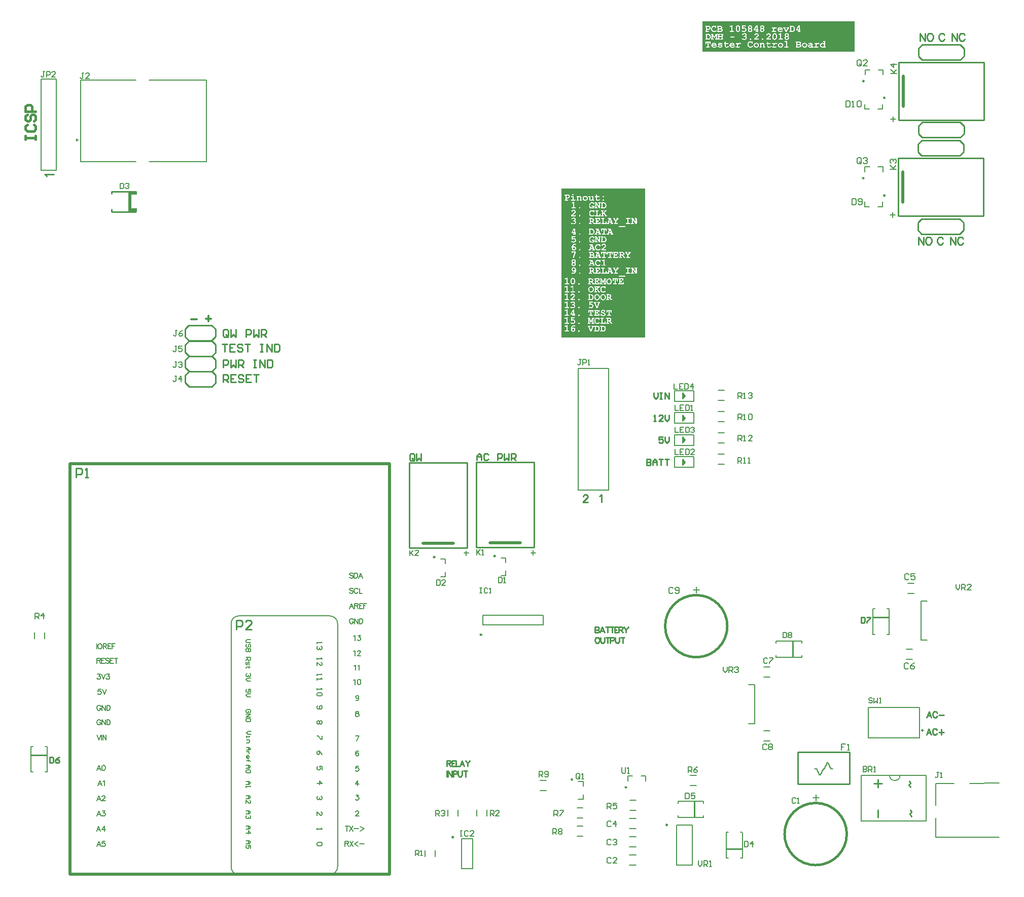
<source format=gto>
G04*
G04 #@! TF.GenerationSoftware,Altium Limited,Altium Designer,18.0.11 (651)*
G04*
G04 Layer_Color=65535*
%FSLAX24Y24*%
%MOIN*%
G70*
G01*
G75*
%ADD10C,0.0098*%
%ADD11C,0.0150*%
%ADD12C,0.0070*%
%ADD13C,0.0050*%
%ADD14C,0.0079*%
%ADD15C,0.0100*%
%ADD16C,0.0200*%
%ADD17C,0.0120*%
%ADD18C,0.0080*%
%ADD19C,0.0060*%
%ADD20R,0.0197X0.1260*%
%ADD21R,0.0402X0.0236*%
G36*
X1991Y8060D02*
Y8160D01*
X920D01*
Y8060D01*
X1991D01*
D02*
G37*
G36*
X44490Y4018D02*
X44590D01*
Y5090D01*
X44490D01*
Y4018D01*
D02*
G37*
G36*
X46618Y2000D02*
Y1900D01*
X47690D01*
Y2000D01*
X46618D01*
D02*
G37*
G36*
X50950Y14569D02*
X51050D01*
Y15640D01*
X50950D01*
Y14569D01*
D02*
G37*
G36*
X57332Y17120D02*
Y17220D01*
X56260D01*
Y17120D01*
X57332D01*
D02*
G37*
G36*
X55050Y55693D02*
Y55175D01*
D01*
Y54400D01*
X45050D01*
Y55175D01*
Y55693D01*
Y56400D01*
X55050D01*
Y55693D01*
D02*
G37*
G36*
X41300Y45400D02*
Y44597D01*
Y44079D01*
Y43561D01*
D01*
Y42856D01*
X35800D01*
Y43561D01*
D01*
Y44079D01*
Y44597D01*
Y45400D01*
X41300D01*
D02*
G37*
G36*
Y42856D02*
Y42349D01*
X35800D01*
Y42856D01*
X41300D01*
D02*
G37*
G36*
Y42349D02*
Y41843D01*
D01*
Y41325D01*
X35800D01*
Y41843D01*
D01*
Y42349D01*
X41300D01*
D02*
G37*
G36*
Y41325D02*
Y40819D01*
Y40301D01*
Y39596D01*
Y39078D01*
X35800D01*
Y39596D01*
Y40301D01*
Y40819D01*
Y41325D01*
X41300D01*
D02*
G37*
G36*
Y39078D02*
Y38560D01*
D01*
Y38043D01*
Y37525D01*
Y37008D01*
Y36490D01*
Y35600D01*
X35800D01*
Y36490D01*
Y37008D01*
Y37525D01*
Y38043D01*
Y38560D01*
D01*
Y39078D01*
X41300D01*
D02*
G37*
%LPC*%
G36*
X47540Y56132D02*
X47401D01*
D01*
X47540D01*
D02*
G37*
G36*
X50774Y55997D02*
Y55964D01*
X50773Y55969D01*
X50772Y55973D01*
X50769Y55981D01*
X50767Y55984D01*
X50765Y55986D01*
X50764Y55987D01*
X50763Y55987D01*
X50759Y55991D01*
X50753Y55993D01*
X50742Y55996D01*
X50736Y55996D01*
X50732Y55997D01*
X50774D01*
X50643D01*
X50635Y55996D01*
X50627Y55996D01*
X50622Y55994D01*
X50617Y55992D01*
X50613Y55990D01*
X50610Y55989D01*
X50609Y55988D01*
X50608Y55987D01*
X50605Y55984D01*
X50603Y55980D01*
X50600Y55972D01*
X50599Y55969D01*
X50599Y55967D01*
Y55964D01*
Y55964D01*
X50599Y55958D01*
X50601Y55953D01*
X50606Y55945D01*
X50608Y55942D01*
X50610Y55939D01*
X50612Y55937D01*
X50613Y55937D01*
X50616Y55935D01*
X50620Y55933D01*
X50625Y55933D01*
X50630Y55932D01*
X50635Y55931D01*
X50643D01*
X50571Y55783D01*
X50499Y55931D01*
X50507D01*
X50514Y55932D01*
X50520Y55933D01*
X50524Y55934D01*
X50526Y55935D01*
X50529Y55936D01*
X50530Y55937D01*
X50535Y55942D01*
X50538Y55946D01*
X50540Y55951D01*
X50542Y55955D01*
X50543Y55958D01*
X50544Y55961D01*
Y55963D01*
Y55964D01*
X50543Y55969D01*
X50542Y55973D01*
X50539Y55981D01*
X50537Y55984D01*
X50535Y55986D01*
X50534Y55987D01*
X50533Y55987D01*
X50529Y55991D01*
X50524Y55993D01*
X50512Y55996D01*
X50507Y55996D01*
X50503Y55997D01*
X50415D01*
X50407Y55996D01*
X50399Y55996D01*
X50393Y55994D01*
X50388Y55992D01*
X50385Y55990D01*
X50382Y55989D01*
X50381Y55988D01*
X50380Y55987D01*
X50377Y55984D01*
X50374Y55980D01*
X50372Y55972D01*
X50371Y55969D01*
X50370Y55967D01*
Y55964D01*
X50371Y55959D01*
X50372Y55954D01*
X50375Y55946D01*
X50377Y55944D01*
X50379Y55942D01*
X50379Y55941D01*
X50380Y55940D01*
X50385Y55937D01*
X50390Y55935D01*
X50402Y55933D01*
X50407Y55932D01*
X50411Y55931D01*
X50425D01*
X50536Y55703D01*
X50370D01*
X50774D01*
Y55997D01*
D02*
G37*
G36*
X49875Y56005D02*
X49873D01*
X49866Y56005D01*
X49857Y56004D01*
X49850Y56002D01*
X49843Y56001D01*
X49837Y55998D01*
X49832Y55996D01*
X49830Y55996D01*
X49828Y55995D01*
X49819Y55991D01*
X49808Y55985D01*
X49797Y55978D01*
X49787Y55971D01*
X49778Y55965D01*
X49770Y55960D01*
X49767Y55958D01*
X49765Y55957D01*
X49764Y55956D01*
X49763Y55955D01*
Y55997D01*
X49674D01*
X49665Y55996D01*
X49658Y55996D01*
X49651Y55994D01*
X49646Y55992D01*
X49643Y55990D01*
X49640Y55989D01*
X49639Y55988D01*
X49638Y55987D01*
X49635Y55984D01*
X49633Y55980D01*
X49630Y55972D01*
X49629Y55969D01*
X49628Y55967D01*
Y55964D01*
Y55964D01*
X49629Y55959D01*
X49630Y55954D01*
X49633Y55946D01*
X49635Y55944D01*
X49637Y55942D01*
X49637Y55941D01*
X49638Y55940D01*
X49643Y55937D01*
X49648Y55935D01*
X49660Y55933D01*
X49665Y55932D01*
X49669Y55931D01*
X49697D01*
Y55769D01*
X49658D01*
X49649Y55769D01*
X49642Y55768D01*
X49635Y55767D01*
X49631Y55765D01*
X49627Y55762D01*
X49624Y55761D01*
X49623Y55760D01*
X49622Y55760D01*
X49619Y55756D01*
X49617Y55752D01*
X49614Y55744D01*
X49613Y55741D01*
X49612Y55739D01*
Y55703D01*
Y55736D01*
X49613Y55731D01*
X49614Y55726D01*
X49617Y55719D01*
X49619Y55716D01*
X49621Y55714D01*
X49622Y55713D01*
X49622Y55713D01*
X49627Y55710D01*
X49632Y55708D01*
X49644Y55705D01*
X49649Y55704D01*
X49653Y55703D01*
X49957D01*
X49857D01*
X49866Y55704D01*
X49873Y55705D01*
X49879Y55706D01*
X49884Y55708D01*
X49887Y55710D01*
X49890Y55711D01*
X49891Y55712D01*
X49892Y55713D01*
X49896Y55716D01*
X49898Y55720D01*
X49900Y55724D01*
X49901Y55728D01*
X49902Y55731D01*
X49903Y55734D01*
Y55735D01*
Y55736D01*
X49902Y55742D01*
X49901Y55746D01*
X49898Y55753D01*
X49896Y55756D01*
X49894Y55758D01*
X49893Y55759D01*
X49892Y55760D01*
X49888Y55763D01*
X49882Y55765D01*
X49871Y55768D01*
X49866Y55769D01*
X49862Y55769D01*
X49763D01*
Y55869D01*
X49778Y55882D01*
X49791Y55892D01*
X49803Y55901D01*
X49813Y55908D01*
X49821Y55914D01*
X49827Y55918D01*
X49830Y55921D01*
X49832Y55921D01*
X49841Y55928D01*
X49850Y55932D01*
X49857Y55935D01*
X49863Y55937D01*
X49868Y55939D01*
X49871Y55939D01*
X49873D01*
X49878Y55939D01*
X49882Y55937D01*
X49889Y55933D01*
X49892Y55931D01*
X49895Y55929D01*
X49896Y55928D01*
X49897Y55927D01*
X49902Y55923D01*
X49907Y55920D01*
X49912Y55917D01*
X49916Y55916D01*
X49919Y55915D01*
X49921Y55914D01*
X49923D01*
X49928Y55915D01*
X49933Y55916D01*
X49941Y55919D01*
X49944Y55921D01*
X49946Y55923D01*
X49946Y55923D01*
X49947Y55924D01*
X49950Y55928D01*
X49953Y55932D01*
X49955Y55936D01*
X49956Y55939D01*
X49957Y55943D01*
X49957Y55946D01*
Y55948D01*
X49957Y55954D01*
X49954Y55960D01*
X49951Y55966D01*
X49947Y55971D01*
X49944Y55975D01*
X49940Y55978D01*
X49937Y55980D01*
X49937Y55981D01*
X49925Y55989D01*
X49914Y55995D01*
X49903Y55999D01*
X49894Y56003D01*
X49885Y56004D01*
X49879Y56005D01*
X49875Y56005D01*
D02*
G37*
G36*
X47401Y56132D02*
X47394D01*
X47381Y56132D01*
X47369Y56130D01*
X47358Y56127D01*
X47348Y56123D01*
X47338Y56118D01*
X47329Y56114D01*
X47322Y56108D01*
X47315Y56103D01*
X47308Y56097D01*
X47302Y56091D01*
X47298Y56087D01*
X47294Y56082D01*
X47291Y56078D01*
X47289Y56075D01*
X47288Y56073D01*
X47287Y56073D01*
X47281Y56062D01*
X47275Y56050D01*
X47270Y56039D01*
X47265Y56028D01*
X47259Y56007D01*
X47255Y55989D01*
X47253Y55980D01*
X47252Y55973D01*
X47252Y55966D01*
X47251Y55960D01*
X47250Y55955D01*
Y55956D01*
Y55694D01*
X47540D01*
X47394D01*
X47407Y55694D01*
X47419Y55697D01*
X47431Y55699D01*
X47441Y55703D01*
X47451Y55708D01*
X47459Y55713D01*
X47467Y55718D01*
X47474Y55724D01*
X47481Y55728D01*
X47487Y55734D01*
X47491Y55739D01*
X47495Y55744D01*
X47498Y55747D01*
X47501Y55750D01*
X47501Y55752D01*
X47502Y55753D01*
X47509Y55764D01*
X47515Y55775D01*
X47519Y55786D01*
X47524Y55797D01*
X47530Y55818D01*
X47535Y55837D01*
X47537Y55845D01*
X47537Y55853D01*
X47538Y55860D01*
X47539Y55865D01*
X47540Y55870D01*
Y55950D01*
Y55949D01*
X47538Y55969D01*
X47535Y55987D01*
X47531Y56005D01*
X47527Y56019D01*
X47524Y56026D01*
X47522Y56032D01*
X47520Y56037D01*
X47518Y56041D01*
X47516Y56045D01*
X47515Y56048D01*
X47514Y56049D01*
Y56050D01*
X47509Y56058D01*
X47504Y56066D01*
X47495Y56080D01*
X47486Y56091D01*
X47478Y56100D01*
X47471Y56107D01*
X47466Y56111D01*
X47462Y56114D01*
X47461Y56114D01*
X47450Y56121D01*
X47439Y56125D01*
X47428Y56128D01*
X47417Y56130D01*
X47408Y56132D01*
X47401Y56132D01*
D02*
G37*
G36*
X45984Y56105D02*
X45630D01*
D01*
X45811D01*
X45793Y56104D01*
X45776Y56101D01*
X45761Y56097D01*
X45748Y56093D01*
X45736Y56088D01*
X45732Y56086D01*
X45727Y56084D01*
X45724Y56082D01*
X45722Y56082D01*
X45721Y56080D01*
X45720D01*
X45705Y56071D01*
X45691Y56060D01*
X45680Y56048D01*
X45671Y56037D01*
X45663Y56026D01*
X45657Y56019D01*
X45656Y56015D01*
X45655Y56013D01*
X45653Y56012D01*
Y56011D01*
X45646Y55994D01*
X45639Y55977D01*
X45635Y55961D01*
X45632Y55946D01*
X45632Y55939D01*
X45631Y55933D01*
X45630Y55928D01*
Y55923D01*
X45630Y55919D01*
Y55869D01*
X45631Y55851D01*
X45634Y55834D01*
X45638Y55819D01*
X45643Y55805D01*
X45648Y55794D01*
X45650Y55789D01*
X45652Y55785D01*
X45654Y55782D01*
X45655Y55780D01*
X45656Y55778D01*
Y55778D01*
X45666Y55763D01*
X45677Y55751D01*
X45689Y55740D01*
X45699Y55732D01*
X45708Y55725D01*
X45715Y55720D01*
X45718Y55719D01*
X45720Y55717D01*
X45721Y55717D01*
X45721D01*
X45739Y55709D01*
X45757Y55703D01*
X45775Y55699D01*
X45792Y55696D01*
X45799Y55695D01*
X45806Y55694D01*
X45811Y55694D01*
X45817D01*
X45821Y55693D01*
X45827D01*
X45845Y55694D01*
X45863Y55696D01*
X45878Y55699D01*
X45892Y55702D01*
X45903Y55705D01*
X45908Y55706D01*
X45912Y55708D01*
X45915Y55709D01*
X45917Y55710D01*
X45918Y55710D01*
X45919D01*
X45930Y55715D01*
X45940Y55722D01*
X45949Y55727D01*
X45956Y55733D01*
X45962Y55738D01*
X45966Y55742D01*
X45969Y55745D01*
X45970Y55746D01*
X45975Y55751D01*
X45978Y55757D01*
X45980Y55762D01*
X45982Y55766D01*
X45983Y55770D01*
X45984Y55773D01*
Y55703D01*
Y55775D01*
X45983Y55780D01*
X45982Y55785D01*
X45979Y55792D01*
X45977Y55795D01*
X45975Y55797D01*
X45974Y55798D01*
X45973Y55799D01*
X45970Y55802D01*
X45966Y55805D01*
X45961Y55806D01*
X45958Y55808D01*
X45955Y55808D01*
X45952Y55809D01*
X45950D01*
X45945Y55808D01*
X45941Y55808D01*
X45938Y55806D01*
X45936Y55806D01*
X45934Y55804D01*
X45932Y55802D01*
X45927Y55798D01*
X45922Y55794D01*
X45921Y55793D01*
X45920Y55792D01*
X45914Y55786D01*
X45909Y55781D01*
X45903Y55777D01*
X45899Y55774D01*
X45895Y55771D01*
X45892Y55770D01*
X45890Y55769D01*
X45889D01*
X45879Y55765D01*
X45868Y55763D01*
X45858Y55761D01*
X45848Y55760D01*
X45840Y55760D01*
X45833Y55759D01*
X45827D01*
X45816Y55760D01*
X45805Y55760D01*
X45786Y55764D01*
X45777Y55767D01*
X45769Y55769D01*
X45762Y55772D01*
X45755Y55775D01*
X45750Y55778D01*
X45745Y55781D01*
X45740Y55783D01*
X45736Y55786D01*
X45734Y55788D01*
X45732Y55790D01*
X45731Y55791D01*
X45730D01*
X45724Y55797D01*
X45719Y55803D01*
X45714Y55810D01*
X45710Y55817D01*
X45704Y55830D01*
X45700Y55843D01*
X45698Y55854D01*
X45697Y55859D01*
X45696Y55863D01*
X45696Y55866D01*
Y55869D01*
Y55870D01*
Y55871D01*
Y55914D01*
X45696Y55928D01*
X45698Y55942D01*
X45702Y55953D01*
X45705Y55964D01*
X45708Y55972D01*
X45712Y55978D01*
X45714Y55982D01*
X45714Y55983D01*
X45722Y55994D01*
X45730Y56002D01*
X45736Y56010D01*
X45743Y56015D01*
X45749Y56020D01*
X45754Y56023D01*
X45757Y56025D01*
X45758Y56026D01*
X45768Y56030D01*
X45777Y56033D01*
X45786Y56035D01*
X45795Y56037D01*
X45802Y56038D01*
X45808Y56039D01*
X45813D01*
X45822Y56038D01*
X45831Y56037D01*
X45839Y56036D01*
X45846Y56035D01*
X45852Y56032D01*
X45857Y56031D01*
X45860Y56030D01*
X45861Y56030D01*
X45869Y56026D01*
X45877Y56022D01*
X45883Y56019D01*
X45888Y56014D01*
X45892Y56011D01*
X45895Y56009D01*
X45897Y56007D01*
X45897Y56006D01*
X45902Y56000D01*
X45905Y55993D01*
X45906Y55990D01*
X45907Y55987D01*
X45907Y55986D01*
Y55985D01*
X45909Y55978D01*
X45911Y55973D01*
X45913Y55968D01*
X45914Y55964D01*
X45916Y55961D01*
X45918Y55959D01*
X45919Y55958D01*
Y55957D01*
X45925Y55953D01*
X45932Y55951D01*
X45935D01*
X45938Y55951D01*
X45940D01*
X45945Y55951D01*
X45950Y55952D01*
X45957Y55955D01*
X45960Y55957D01*
X45962Y55959D01*
X45963Y55960D01*
X45963Y55960D01*
X45967Y55964D01*
X45969Y55970D01*
X45972Y55981D01*
X45972Y55986D01*
X45973Y55990D01*
Y55994D01*
Y55994D01*
Y56050D01*
X45972Y56059D01*
X45972Y56066D01*
X45970Y56072D01*
X45968Y56077D01*
X45966Y56080D01*
X45965Y56082D01*
X45964Y56084D01*
X45963Y56084D01*
X45960Y56088D01*
X45956Y56091D01*
X45952Y56092D01*
X45948Y56094D01*
X45945Y56094D01*
X45943Y56095D01*
X45940D01*
X45934Y56094D01*
X45929Y56093D01*
X45925Y56091D01*
X45925Y56090D01*
X45924D01*
X45919Y56087D01*
X45915Y56082D01*
X45912Y56079D01*
X45911Y56078D01*
Y56078D01*
X45895Y56087D01*
X45886Y56090D01*
X45879Y56093D01*
X45873Y56095D01*
X45868Y56096D01*
X45866Y56098D01*
X45864D01*
X45845Y56102D01*
X45836Y56103D01*
X45828Y56104D01*
X45821Y56105D01*
X45984D01*
D01*
D02*
G37*
G36*
X50340Y56005D02*
X49997D01*
X50167D01*
X50155Y56005D01*
X50143Y56003D01*
X50131Y56001D01*
X50120Y55998D01*
X50100Y55992D01*
X50091Y55987D01*
X50082Y55984D01*
X50075Y55980D01*
X50068Y55976D01*
X50062Y55972D01*
X50057Y55969D01*
X50053Y55966D01*
X50050Y55964D01*
X50049Y55962D01*
X50048Y55962D01*
X50039Y55953D01*
X50032Y55944D01*
X50025Y55935D01*
X50018Y55926D01*
X50014Y55916D01*
X50009Y55906D01*
X50006Y55897D01*
X50003Y55888D01*
X50001Y55880D01*
X50000Y55872D01*
X49998Y55865D01*
X49998Y55860D01*
Y55855D01*
X49997Y55851D01*
D01*
Y55848D01*
X49998Y55836D01*
X49999Y55824D01*
X50001Y55813D01*
X50005Y55803D01*
X50012Y55784D01*
X50016Y55776D01*
X50021Y55768D01*
X50025Y55761D01*
X50030Y55756D01*
X50033Y55750D01*
X50037Y55746D01*
X50040Y55742D01*
X50042Y55740D01*
X50043Y55738D01*
X50044Y55737D01*
X50053Y55730D01*
X50064Y55723D01*
X50074Y55717D01*
X50084Y55712D01*
X50095Y55708D01*
X50105Y55704D01*
X50125Y55699D01*
X50135Y55697D01*
X50143Y55695D01*
X50151Y55694D01*
X50158Y55694D01*
X50164Y55693D01*
X50171D01*
X50188Y55694D01*
X50206Y55694D01*
X50222Y55697D01*
X50237Y55699D01*
X50243Y55699D01*
X50250Y55700D01*
X50254Y55701D01*
X50259Y55702D01*
X50263Y55703D01*
X50266D01*
X50267Y55703D01*
X50268D01*
X50277Y55706D01*
X50285Y55708D01*
X50292Y55710D01*
X50299Y55712D01*
X50304Y55714D01*
X50309Y55716D01*
X50318Y55719D01*
X50324Y55722D01*
X50328Y55724D01*
X50330Y55726D01*
X50331Y55726D01*
X50334Y55730D01*
X50336Y55733D01*
X50339Y55740D01*
X50340Y55744D01*
X50340Y55746D01*
Y55703D01*
Y55750D01*
Y55748D01*
X50340Y55753D01*
X50339Y55758D01*
X50336Y55765D01*
X50334Y55768D01*
X50332Y55770D01*
X50331Y55771D01*
X50331Y55771D01*
X50327Y55775D01*
X50324Y55777D01*
X50316Y55780D01*
X50313Y55781D01*
X50311Y55781D01*
X50304D01*
X50299Y55780D01*
X50288Y55778D01*
X50282Y55776D01*
X50278Y55776D01*
X50275Y55774D01*
X50274D01*
X50252Y55769D01*
X50233Y55765D01*
X50216Y55762D01*
X50209Y55762D01*
X50202Y55761D01*
X50196Y55760D01*
X50191Y55760D01*
X50186D01*
X50183Y55759D01*
X50176D01*
X50160Y55760D01*
X50146Y55761D01*
X50134Y55764D01*
X50123Y55767D01*
X50115Y55769D01*
X50109Y55772D01*
X50106Y55774D01*
X50105Y55774D01*
X50096Y55781D01*
X50088Y55787D01*
X50082Y55794D01*
X50077Y55801D01*
X50073Y55808D01*
X50071Y55812D01*
X50069Y55815D01*
X50068Y55817D01*
X50340D01*
X50340Y55844D01*
X50339Y55856D01*
X50338Y55867D01*
X50336Y55876D01*
X50335Y55885D01*
X50333Y55892D01*
X50331Y55897D01*
X50330Y55900D01*
X50329Y55901D01*
X50323Y55914D01*
X50317Y55925D01*
X50311Y55935D01*
X50304Y55944D01*
X50300Y55951D01*
X50295Y55956D01*
X50292Y55959D01*
X50291Y55960D01*
X50284Y55967D01*
X50277Y55972D01*
X50268Y55978D01*
X50260Y55982D01*
X50252Y55985D01*
X50246Y55989D01*
X50242Y55990D01*
X50241Y55991D01*
X50241D01*
X50228Y55996D01*
X50215Y55999D01*
X50202Y56002D01*
X50191Y56003D01*
X50182Y56005D01*
X50174Y56005D01*
X50340D01*
D02*
G37*
G36*
X51506Y56121D02*
X51216D01*
X51374D01*
X51216Y55851D01*
Y55796D01*
X51395D01*
Y55769D01*
X51370D01*
X51361Y55769D01*
X51354Y55768D01*
X51347Y55767D01*
X51343Y55765D01*
X51339Y55762D01*
X51336Y55761D01*
X51335Y55760D01*
X51334Y55760D01*
X51331Y55756D01*
X51329Y55752D01*
X51326Y55744D01*
X51325Y55741D01*
X51325Y55739D01*
Y55737D01*
Y55736D01*
X51325Y55731D01*
X51326Y55726D01*
X51329Y55719D01*
X51332Y55716D01*
X51333Y55714D01*
X51334Y55713D01*
X51334Y55713D01*
X51339Y55710D01*
X51344Y55708D01*
X51356Y55705D01*
X51361Y55704D01*
X51366Y55703D01*
X51461D01*
X51470Y55704D01*
X51477Y55705D01*
X51483Y55706D01*
X51488Y55708D01*
X51491Y55710D01*
X51494Y55711D01*
X51495Y55712D01*
X51496Y55713D01*
X51499Y55716D01*
X51502Y55720D01*
X51504Y55724D01*
X51505Y55728D01*
X51506Y55731D01*
X51506Y55734D01*
Y55716D01*
Y55736D01*
X51506Y55742D01*
X51505Y55746D01*
X51502Y55753D01*
X51499Y55756D01*
X51497Y55758D01*
X51497Y55759D01*
X51496Y55760D01*
X51492Y55763D01*
X51486Y55765D01*
X51474Y55768D01*
X51470Y55769D01*
X51465Y55769D01*
X51461D01*
Y55796D01*
X51470Y55796D01*
X51477Y55797D01*
X51483Y55799D01*
X51488Y55801D01*
X51491Y55802D01*
X51494Y55803D01*
X51495Y55804D01*
X51496Y55805D01*
X51499Y55808D01*
X51502Y55812D01*
X51504Y55817D01*
X51505Y55820D01*
X51506Y55824D01*
X51506Y55826D01*
Y55781D01*
Y55828D01*
X51506Y55834D01*
X51505Y55838D01*
X51502Y55846D01*
X51499Y55849D01*
X51497Y55851D01*
X51497Y55851D01*
X51496Y55852D01*
X51492Y55855D01*
X51486Y55858D01*
X51474Y55860D01*
X51470Y55861D01*
X51465Y55862D01*
X51461D01*
Y56121D01*
X51506D01*
D01*
D02*
G37*
G36*
X48683D02*
X48595D01*
X48437Y55851D01*
Y55796D01*
X48617D01*
Y55769D01*
X48591D01*
X48583Y55769D01*
X48575Y55768D01*
X48569Y55767D01*
X48564Y55765D01*
X48560Y55762D01*
X48558Y55761D01*
X48556Y55760D01*
X48556Y55760D01*
X48552Y55756D01*
X48550Y55752D01*
X48547Y55744D01*
X48547Y55741D01*
X48546Y55739D01*
Y55737D01*
Y55736D01*
X48547Y55731D01*
X48547Y55726D01*
X48551Y55719D01*
X48553Y55716D01*
X48554Y55714D01*
X48555Y55713D01*
X48556Y55713D01*
X48560Y55710D01*
X48565Y55708D01*
X48577Y55705D01*
X48583Y55704D01*
X48587Y55703D01*
X48437D01*
D01*
X48728D01*
Y55736D01*
D01*
X48727Y55742D01*
X48726Y55746D01*
X48723Y55753D01*
X48721Y55756D01*
X48719Y55758D01*
X48718Y55759D01*
X48717Y55760D01*
X48713Y55763D01*
X48708Y55765D01*
X48696Y55768D01*
X48691Y55769D01*
X48687Y55769D01*
X48683D01*
Y55796D01*
X48691Y55796D01*
X48698Y55797D01*
X48704Y55799D01*
X48709Y55801D01*
X48712Y55802D01*
X48715Y55803D01*
X48717Y55804D01*
X48717Y55805D01*
X48721Y55808D01*
X48723Y55812D01*
X48725Y55817D01*
X48726Y55820D01*
X48727Y55824D01*
X48728Y55826D01*
Y55775D01*
Y55828D01*
X48727Y55834D01*
X48726Y55838D01*
X48723Y55846D01*
X48721Y55849D01*
X48719Y55851D01*
X48718Y55851D01*
X48717Y55852D01*
X48713Y55855D01*
X48708Y55858D01*
X48696Y55860D01*
X48691Y55861D01*
X48687Y55862D01*
X48683D01*
Y56121D01*
D02*
G37*
G36*
X47877Y56121D02*
X47670D01*
Y55930D01*
X47671Y55923D01*
X47671Y55919D01*
X47673Y55914D01*
X47675Y55910D01*
X47676Y55907D01*
X47678Y55905D01*
X47678Y55903D01*
X47679Y55903D01*
X47683Y55899D01*
X47687Y55897D01*
X47695Y55894D01*
X47698Y55894D01*
X47701Y55893D01*
X47703D01*
X47710Y55894D01*
X47715Y55896D01*
X47720Y55898D01*
X47721Y55898D01*
X47721D01*
X47738Y55906D01*
X47753Y55912D01*
X47767Y55917D01*
X47779Y55919D01*
X47789Y55921D01*
X47796Y55922D01*
X47803D01*
X47814Y55921D01*
X47825Y55919D01*
X47834Y55915D01*
X47843Y55911D01*
X47849Y55906D01*
X47853Y55903D01*
X47857Y55900D01*
X47857Y55899D01*
X47864Y55890D01*
X47870Y55880D01*
X47873Y55870D01*
X47876Y55860D01*
X47877Y55851D01*
X47879Y55844D01*
Y55842D01*
Y55840D01*
Y55839D01*
Y55838D01*
X47878Y55824D01*
X47875Y55812D01*
X47872Y55801D01*
X47868Y55793D01*
X47864Y55787D01*
X47860Y55782D01*
X47857Y55779D01*
X47857Y55778D01*
X47852Y55775D01*
X47847Y55772D01*
X47834Y55767D01*
X47821Y55765D01*
X47807Y55762D01*
X47794Y55760D01*
X47789D01*
X47784Y55760D01*
X47763D01*
X47753Y55760D01*
X47744Y55762D01*
X47736Y55762D01*
X47730Y55764D01*
X47725Y55765D01*
X47722Y55765D01*
X47721D01*
X47711Y55769D01*
X47702Y55774D01*
X47698Y55777D01*
X47696Y55778D01*
X47694Y55780D01*
X47694Y55781D01*
X47689Y55784D01*
X47685Y55787D01*
X47680Y55789D01*
X47676Y55790D01*
X47673Y55791D01*
X47671Y55792D01*
X47669D01*
X47664Y55791D01*
X47660Y55790D01*
X47653Y55787D01*
X47650Y55785D01*
X47648Y55783D01*
X47646Y55782D01*
X47646Y55781D01*
X47642Y55778D01*
X47640Y55774D01*
X47637Y55766D01*
X47637Y55763D01*
X47636Y55760D01*
Y55761D01*
Y55694D01*
Y55758D01*
X47637Y55751D01*
X47640Y55744D01*
X47644Y55737D01*
X47648Y55732D01*
X47653Y55728D01*
X47657Y55724D01*
X47660Y55722D01*
X47661Y55722D01*
X47669Y55717D01*
X47678Y55713D01*
X47698Y55706D01*
X47717Y55701D01*
X47736Y55697D01*
X47744Y55696D01*
X47753Y55695D01*
X47759Y55694D01*
X47766D01*
X47771Y55694D01*
X47636D01*
X47778D01*
X47794Y55694D01*
X47808Y55695D01*
X47821Y55697D01*
X47834Y55700D01*
X47845Y55703D01*
X47855Y55706D01*
X47864Y55709D01*
X47873Y55713D01*
X47880Y55717D01*
X47887Y55720D01*
X47892Y55723D01*
X47896Y55726D01*
X47900Y55728D01*
X47902Y55731D01*
X47903Y55731D01*
X47904Y55732D01*
X47911Y55740D01*
X47918Y55748D01*
X47923Y55756D01*
X47927Y55765D01*
X47932Y55774D01*
X47935Y55783D01*
X47940Y55800D01*
X47941Y55808D01*
X47943Y55815D01*
X47943Y55821D01*
X47944Y55827D01*
X47945Y55832D01*
Y55838D01*
X47944Y55850D01*
X47943Y55862D01*
X47941Y55873D01*
X47939Y55883D01*
X47935Y55892D01*
X47932Y55901D01*
X47928Y55910D01*
X47925Y55917D01*
X47921Y55923D01*
X47917Y55929D01*
X47914Y55934D01*
X47910Y55938D01*
X47907Y55942D01*
X47906Y55944D01*
X47905Y55945D01*
X47904Y55946D01*
X47896Y55953D01*
X47888Y55960D01*
X47880Y55965D01*
X47871Y55970D01*
X47862Y55974D01*
X47854Y55978D01*
X47838Y55982D01*
X47831Y55985D01*
X47824Y55986D01*
X47818Y55987D01*
X47813Y55987D01*
X47809Y55988D01*
X47803D01*
X47791Y55987D01*
X47780Y55986D01*
X47769Y55985D01*
X47758Y55982D01*
X47749Y55980D01*
X47742Y55978D01*
X47739Y55978D01*
X47737Y55977D01*
X47737Y55976D01*
X47736D01*
Y56055D01*
X47873D01*
X47881Y56056D01*
X47888Y56057D01*
X47893Y56058D01*
X47898Y56060D01*
X47902Y56062D01*
X47905Y56063D01*
X47906Y56064D01*
X47907Y56064D01*
X47910Y56068D01*
X47913Y56072D01*
X47914Y56076D01*
X47916Y56080D01*
X47916Y56083D01*
X47917Y56086D01*
Y56087D01*
Y56088D01*
X47916Y56094D01*
X47916Y56098D01*
X47912Y56105D01*
X47910Y56108D01*
X47908Y56110D01*
X47907Y56111D01*
X47907Y56112D01*
X47902Y56115D01*
X47897Y56117D01*
X47886Y56120D01*
X47881Y56121D01*
X47877Y56121D01*
D02*
G37*
G36*
X50820Y56095D02*
D01*
X50812Y56094D01*
X50804Y56094D01*
X50798Y56092D01*
X50793Y56090D01*
X50790Y56088D01*
X50787Y56087D01*
X50785Y56086D01*
X50785Y56085D01*
X50781Y56082D01*
X50779Y56078D01*
X50776Y56070D01*
X50776Y56066D01*
X50775Y56064D01*
Y55703D01*
Y55736D01*
X50776Y55731D01*
X50776Y55726D01*
X50780Y55719D01*
X50782Y55716D01*
X50783Y55714D01*
X50784Y55713D01*
X50785Y55713D01*
X50790Y55710D01*
X50794Y55708D01*
X50806Y55705D01*
X50812Y55704D01*
X50816Y55703D01*
X50775D01*
X50954D01*
X50973Y55704D01*
X50989Y55706D01*
X51003Y55708D01*
X51016Y55711D01*
X51025Y55713D01*
X51032Y55716D01*
X51034Y55717D01*
X51037Y55717D01*
X51037Y55718D01*
X51038D01*
X51046Y55722D01*
X51054Y55727D01*
X51061Y55732D01*
X51068Y55737D01*
X51073Y55741D01*
X51078Y55744D01*
X51081Y55747D01*
X51082Y55748D01*
X51090Y55756D01*
X51098Y55765D01*
X51104Y55774D01*
X51109Y55783D01*
X51114Y55790D01*
X51117Y55796D01*
X51119Y55800D01*
X51120Y55801D01*
Y55801D01*
X51125Y55814D01*
X51128Y55827D01*
X51131Y55840D01*
X51132Y55851D01*
X51134Y55861D01*
X51134Y55869D01*
Y55920D01*
X51133Y55931D01*
X51132Y55942D01*
X51130Y55950D01*
X51129Y55957D01*
X51127Y55962D01*
X51127Y55964D01*
X51126Y55966D01*
X51123Y55975D01*
X51119Y55983D01*
X51115Y55992D01*
X51112Y55998D01*
X51108Y56005D01*
X51105Y56010D01*
X51103Y56012D01*
X51102Y56014D01*
X51097Y56022D01*
X51091Y56030D01*
X51087Y56037D01*
X51082Y56042D01*
X51079Y56046D01*
X51076Y56049D01*
X51074Y56051D01*
X51073Y56052D01*
X51066Y56059D01*
X51057Y56064D01*
X51049Y56070D01*
X51041Y56074D01*
X51034Y56078D01*
X51028Y56080D01*
X51024Y56082D01*
X51023Y56082D01*
X51023D01*
X51011Y56087D01*
X51000Y56089D01*
X50989Y56091D01*
X50980Y56093D01*
X50971Y56094D01*
X50965Y56094D01*
X50960D01*
X50820Y56095D01*
D02*
G37*
G36*
X47031Y56132D02*
D01*
X46889Y56096D01*
X46881Y56094D01*
X46875Y56091D01*
X46870Y56089D01*
X46866Y56087D01*
X46864Y56084D01*
X46861Y56083D01*
X46861Y56082D01*
X46860Y56082D01*
X46857Y56075D01*
X46855Y56069D01*
Y56066D01*
X46854Y56063D01*
Y56061D01*
X46855Y56055D01*
X46855Y56051D01*
X46859Y56044D01*
X46860Y56041D01*
X46861Y56039D01*
X46862Y56037D01*
X46863Y56037D01*
X46866Y56033D01*
X46870Y56031D01*
X46877Y56028D01*
X46880Y56028D01*
X46882Y56027D01*
X46884D01*
X46891Y56028D01*
X46898Y56029D01*
X46901D01*
X46904Y56030D01*
X46905Y56030D01*
X46906D01*
X46966Y56046D01*
Y55769D01*
X46899D01*
X46891Y55769D01*
X46883Y55768D01*
X46877Y55767D01*
X46872Y55765D01*
X46868Y55762D01*
X46866Y55761D01*
X46864Y55760D01*
X46864Y55760D01*
X46860Y55756D01*
X46858Y55752D01*
X46855Y55744D01*
X46855Y55741D01*
X46854Y55739D01*
Y55703D01*
Y55736D01*
X46855Y55731D01*
X46855Y55726D01*
X46859Y55719D01*
X46861Y55716D01*
X46862Y55714D01*
X46863Y55713D01*
X46864Y55713D01*
X46868Y55710D01*
X46873Y55708D01*
X46885Y55705D01*
X46891Y55704D01*
X46895Y55703D01*
X47143D01*
Y55736D01*
Y55736D01*
X47143Y55742D01*
X47142Y55746D01*
X47138Y55753D01*
X47136Y55756D01*
X47134Y55758D01*
X47134Y55759D01*
X47133Y55760D01*
X47129Y55763D01*
X47123Y55765D01*
X47111Y55768D01*
X47106Y55769D01*
X47102Y55769D01*
X47031D01*
Y56132D01*
D02*
G37*
G36*
X46385Y56095D02*
X46013D01*
D01*
X46059D01*
X46050Y56094D01*
X46043Y56094D01*
X46036Y56092D01*
X46031Y56090D01*
X46028Y56088D01*
X46025Y56087D01*
X46024Y56086D01*
X46023Y56085D01*
X46020Y56082D01*
X46018Y56078D01*
X46015Y56070D01*
X46014Y56066D01*
X46013Y56064D01*
Y55703D01*
Y55736D01*
X46014Y55731D01*
X46015Y55726D01*
X46018Y55719D01*
X46020Y55716D01*
X46022Y55714D01*
X46022Y55713D01*
X46023Y55713D01*
X46028Y55710D01*
X46033Y55708D01*
X46045Y55705D01*
X46050Y55704D01*
X46054Y55703D01*
X46253D01*
X46266Y55704D01*
X46277Y55705D01*
X46288Y55706D01*
X46297Y55708D01*
X46303Y55709D01*
X46308Y55710D01*
X46311Y55712D01*
X46313D01*
X46322Y55715D01*
X46329Y55719D01*
X46336Y55722D01*
X46342Y55726D01*
X46347Y55729D01*
X46350Y55732D01*
X46352Y55733D01*
X46353Y55734D01*
X46361Y55742D01*
X46368Y55751D01*
X46370Y55754D01*
X46372Y55757D01*
X46373Y55759D01*
X46374Y55760D01*
X46378Y55768D01*
X46381Y55776D01*
X46383Y55784D01*
X46384Y55791D01*
X46385Y55797D01*
X46385Y55802D01*
Y55806D01*
X46385Y55818D01*
X46383Y55828D01*
X46381Y55838D01*
X46378Y55846D01*
X46374Y55853D01*
X46372Y55859D01*
X46370Y55862D01*
X46369Y55863D01*
X46363Y55872D01*
X46356Y55880D01*
X46348Y55888D01*
X46340Y55894D01*
X46333Y55900D01*
X46328Y55903D01*
X46324Y55906D01*
X46324Y55907D01*
X46323D01*
X46328Y55913D01*
X46334Y55919D01*
X46338Y55925D01*
X46342Y55930D01*
X46344Y55935D01*
X46347Y55938D01*
X46347Y55941D01*
X46348Y55942D01*
X46351Y55949D01*
X46353Y55956D01*
X46355Y55963D01*
X46356Y55969D01*
X46356Y55975D01*
X46357Y55979D01*
Y55982D01*
Y55982D01*
X46356Y55991D01*
X46356Y55999D01*
X46351Y56014D01*
X46345Y56028D01*
X46339Y56039D01*
X46332Y56048D01*
X46326Y56056D01*
X46324Y56058D01*
X46322Y56060D01*
X46321Y56061D01*
X46320Y56062D01*
X46313Y56067D01*
X46306Y56073D01*
X46290Y56081D01*
X46274Y56087D01*
X46259Y56091D01*
X46245Y56094D01*
X46240Y56094D01*
X46234D01*
X46230Y56095D01*
X46385D01*
D02*
G37*
G36*
X45594D02*
X45250D01*
X45295D01*
X45287Y56094D01*
X45279Y56094D01*
X45273Y56092D01*
X45268Y56090D01*
X45265Y56088D01*
X45262Y56087D01*
X45260Y56086D01*
X45260Y56085D01*
X45256Y56082D01*
X45254Y56078D01*
X45251Y56070D01*
X45251Y56066D01*
X45250Y56064D01*
Y55703D01*
Y55736D01*
X45251Y55731D01*
X45251Y55726D01*
X45255Y55719D01*
X45257Y55716D01*
X45258Y55714D01*
X45259Y55713D01*
X45260Y55713D01*
X45265Y55710D01*
X45269Y55708D01*
X45281Y55705D01*
X45287Y55704D01*
X45291Y55703D01*
X45438D01*
X45446Y55704D01*
X45454Y55705D01*
X45460Y55706D01*
X45464Y55708D01*
X45468Y55710D01*
X45471Y55711D01*
X45472Y55712D01*
X45473Y55713D01*
X45476Y55716D01*
X45479Y55720D01*
X45480Y55724D01*
X45482Y55728D01*
X45482Y55731D01*
X45483Y55734D01*
Y55735D01*
Y55736D01*
X45482Y55742D01*
X45482Y55746D01*
X45478Y55753D01*
X45476Y55756D01*
X45474Y55758D01*
X45473Y55759D01*
X45473Y55760D01*
X45469Y55763D01*
X45463Y55765D01*
X45451Y55768D01*
X45446Y55769D01*
X45442Y55769D01*
X45371D01*
Y55837D01*
X45434D01*
X45448Y55838D01*
X45461Y55839D01*
X45472Y55840D01*
X45481Y55842D01*
X45489Y55844D01*
X45494Y55845D01*
X45497Y55846D01*
X45498Y55846D01*
X45507Y55851D01*
X45517Y55855D01*
X45525Y55860D01*
X45532Y55864D01*
X45538Y55869D01*
X45542Y55872D01*
X45546Y55874D01*
X45546Y55875D01*
X45555Y55882D01*
X45562Y55889D01*
X45567Y55896D01*
X45572Y55902D01*
X45575Y55907D01*
X45578Y55910D01*
X45579Y55913D01*
X45580Y55914D01*
X45585Y55923D01*
X45588Y55933D01*
X45590Y55942D01*
X45592Y55951D01*
X45593Y55958D01*
X45594Y55964D01*
Y55969D01*
D01*
X45593Y55978D01*
X45592Y55987D01*
X45590Y55996D01*
X45587Y56005D01*
X45581Y56020D01*
X45574Y56033D01*
X45566Y56044D01*
X45563Y56048D01*
X45560Y56052D01*
X45557Y56055D01*
X45555Y56057D01*
X45555Y56057D01*
X45554Y56058D01*
X45546Y56064D01*
X45538Y56071D01*
X45530Y56075D01*
X45521Y56080D01*
X45503Y56086D01*
X45486Y56090D01*
X45478Y56092D01*
X45471Y56093D01*
X45464Y56094D01*
X45458Y56094D01*
X45453Y56095D01*
X45594D01*
D01*
D02*
G37*
G36*
X49127Y56132D02*
X48983D01*
X48972Y56132D01*
X48962Y56131D01*
X48942Y56127D01*
X48925Y56121D01*
X48918Y56117D01*
X48911Y56114D01*
X48905Y56111D01*
X48899Y56107D01*
X48895Y56104D01*
X48891Y56101D01*
X48888Y56099D01*
X48886Y56097D01*
X48884Y56096D01*
X48884Y56096D01*
X48877Y56089D01*
X48871Y56081D01*
X48866Y56074D01*
X48862Y56066D01*
X48855Y56052D01*
X48850Y56038D01*
X48848Y56026D01*
X48847Y56021D01*
X48846Y56016D01*
X48846Y56013D01*
Y56010D01*
Y56009D01*
Y56008D01*
X48846Y55998D01*
X48848Y55989D01*
X48849Y55981D01*
X48851Y55974D01*
X48853Y55968D01*
X48855Y55963D01*
X48856Y55960D01*
X48857Y55959D01*
X48862Y55951D01*
X48866Y55942D01*
X48872Y55935D01*
X48878Y55929D01*
X48882Y55923D01*
X48887Y55919D01*
X48889Y55917D01*
X48890Y55916D01*
X48881Y55908D01*
X48873Y55901D01*
X48866Y55893D01*
X48862Y55886D01*
X48857Y55880D01*
X48854Y55875D01*
X48853Y55872D01*
X48852Y55871D01*
X48848Y55861D01*
X48845Y55851D01*
X48842Y55842D01*
X48841Y55834D01*
X48840Y55826D01*
X48839Y55820D01*
Y55815D01*
X48840Y55803D01*
X48842Y55792D01*
X48844Y55782D01*
X48848Y55772D01*
X48850Y55765D01*
X48853Y55759D01*
X48855Y55756D01*
X48855Y55754D01*
X48862Y55744D01*
X48870Y55735D01*
X48878Y55728D01*
X48887Y55722D01*
X48893Y55716D01*
X48900Y55713D01*
X48904Y55710D01*
X48905Y55710D01*
X48905D01*
X48918Y55704D01*
X48932Y55701D01*
X48945Y55698D01*
X48957Y55696D01*
X48967Y55694D01*
X48971D01*
X48975Y55694D01*
X48839D01*
X49127D01*
X48982D01*
X48998Y55694D01*
X49012Y55697D01*
X49025Y55699D01*
X49036Y55702D01*
X49046Y55705D01*
X49053Y55707D01*
X49056Y55708D01*
X49058Y55709D01*
X49059Y55710D01*
X49059D01*
X49072Y55716D01*
X49082Y55724D01*
X49091Y55731D01*
X49098Y55737D01*
X49104Y55744D01*
X49108Y55749D01*
X49110Y55752D01*
X49111Y55753D01*
X49116Y55765D01*
X49120Y55775D01*
X49123Y55785D01*
X49125Y55795D01*
X49127Y55803D01*
X49127Y55810D01*
Y55815D01*
D01*
X49127Y55826D01*
X49125Y55837D01*
X49123Y55846D01*
X49121Y55855D01*
X49118Y55861D01*
X49116Y55867D01*
X49115Y55869D01*
X49114Y55871D01*
X49109Y55880D01*
X49103Y55888D01*
X49097Y55896D01*
X49091Y55903D01*
X49085Y55908D01*
X49080Y55912D01*
X49077Y55915D01*
X49076Y55916D01*
X49084Y55923D01*
X49091Y55931D01*
X49097Y55938D01*
X49102Y55945D01*
X49105Y55951D01*
X49108Y55955D01*
X49109Y55958D01*
X49110Y55959D01*
X49113Y55968D01*
X49116Y55976D01*
X49118Y55985D01*
X49120Y55992D01*
X49120Y55999D01*
X49121Y56004D01*
Y56007D01*
Y56008D01*
X49120Y56017D01*
X49120Y56026D01*
X49115Y56044D01*
X49109Y56058D01*
X49102Y56071D01*
X49095Y56081D01*
X49091Y56086D01*
X49089Y56089D01*
X49086Y56092D01*
X49084Y56094D01*
X49083Y56095D01*
X49082Y56096D01*
X49075Y56102D01*
X49067Y56108D01*
X49059Y56113D01*
X49050Y56117D01*
X49034Y56123D01*
X49018Y56128D01*
X49011Y56130D01*
X49005Y56130D01*
X48998Y56131D01*
X48993Y56132D01*
X48989Y56132D01*
X49127D01*
D02*
G37*
G36*
X48333D02*
X48189D01*
X48178Y56132D01*
X48168Y56131D01*
X48148Y56127D01*
X48131Y56121D01*
X48124Y56117D01*
X48117Y56114D01*
X48111Y56111D01*
X48105Y56107D01*
X48101Y56104D01*
X48097Y56101D01*
X48094Y56099D01*
X48092Y56097D01*
X48091Y56096D01*
X48090Y56096D01*
X48083Y56089D01*
X48077Y56081D01*
X48073Y56074D01*
X48068Y56066D01*
X48061Y56052D01*
X48057Y56038D01*
X48054Y56026D01*
X48053Y56021D01*
X48052Y56016D01*
X48052Y56013D01*
Y56010D01*
Y56009D01*
Y56008D01*
X48052Y55998D01*
X48054Y55989D01*
X48055Y55981D01*
X48057Y55974D01*
X48059Y55968D01*
X48061Y55963D01*
X48062Y55960D01*
X48063Y55959D01*
X48068Y55951D01*
X48073Y55942D01*
X48078Y55935D01*
X48084Y55929D01*
X48088Y55923D01*
X48093Y55919D01*
X48095Y55917D01*
X48096Y55916D01*
X48087Y55908D01*
X48079Y55901D01*
X48073Y55893D01*
X48068Y55886D01*
X48063Y55880D01*
X48060Y55875D01*
X48059Y55872D01*
X48058Y55871D01*
X48054Y55861D01*
X48051Y55851D01*
X48048Y55842D01*
X48047Y55834D01*
X48046Y55826D01*
X48045Y55820D01*
Y55815D01*
X48046Y55803D01*
X48048Y55792D01*
X48050Y55782D01*
X48054Y55772D01*
X48057Y55765D01*
X48059Y55759D01*
X48061Y55756D01*
X48061Y55754D01*
X48068Y55744D01*
X48076Y55735D01*
X48084Y55728D01*
X48093Y55722D01*
X48100Y55716D01*
X48106Y55713D01*
X48110Y55710D01*
X48111Y55710D01*
X48111D01*
X48125Y55704D01*
X48138Y55701D01*
X48151Y55698D01*
X48163Y55696D01*
X48173Y55694D01*
X48177D01*
X48181Y55694D01*
X48045D01*
X48333D01*
X48188D01*
X48204Y55694D01*
X48218Y55697D01*
X48231Y55699D01*
X48243Y55702D01*
X48252Y55705D01*
X48259Y55707D01*
X48262Y55708D01*
X48264Y55709D01*
X48265Y55710D01*
X48265D01*
X48278Y55716D01*
X48288Y55724D01*
X48297Y55731D01*
X48304Y55737D01*
X48310Y55744D01*
X48314Y55749D01*
X48316Y55752D01*
X48317Y55753D01*
X48322Y55765D01*
X48327Y55775D01*
X48329Y55785D01*
X48331Y55795D01*
X48333Y55803D01*
X48333Y55810D01*
Y55817D01*
Y55815D01*
X48333Y55826D01*
X48331Y55837D01*
X48329Y55846D01*
X48327Y55855D01*
X48324Y55861D01*
X48322Y55867D01*
X48321Y55869D01*
X48320Y55871D01*
X48315Y55880D01*
X48309Y55888D01*
X48303Y55896D01*
X48297Y55903D01*
X48291Y55908D01*
X48286Y55912D01*
X48283Y55915D01*
X48282Y55916D01*
X48290Y55923D01*
X48297Y55931D01*
X48303Y55938D01*
X48308Y55945D01*
X48311Y55951D01*
X48314Y55955D01*
X48315Y55958D01*
X48316Y55959D01*
X48320Y55968D01*
X48322Y55976D01*
X48324Y55985D01*
X48326Y55992D01*
X48327Y55999D01*
X48327Y56004D01*
Y56007D01*
Y56008D01*
X48327Y56017D01*
X48326Y56026D01*
X48321Y56044D01*
X48315Y56058D01*
X48308Y56071D01*
X48301Y56081D01*
X48297Y56086D01*
X48295Y56089D01*
X48292Y56092D01*
X48290Y56094D01*
X48289Y56095D01*
X48288Y56096D01*
X48281Y56102D01*
X48273Y56108D01*
X48265Y56113D01*
X48256Y56117D01*
X48240Y56123D01*
X48224Y56128D01*
X48217Y56130D01*
X48211Y56130D01*
X48204Y56131D01*
X48200Y56132D01*
X48195Y56132D01*
X48333D01*
D02*
G37*
G36*
X49954Y55615D02*
X49808D01*
X49796Y55614D01*
X49784Y55612D01*
X49773Y55609D01*
X49762Y55606D01*
X49753Y55601D01*
X49744Y55596D01*
X49736Y55591D01*
X49729Y55585D01*
X49722Y55579D01*
X49717Y55574D01*
X49712Y55569D01*
X49708Y55564D01*
X49705Y55561D01*
X49703Y55558D01*
X49702Y55556D01*
X49701Y55555D01*
X49695Y55544D01*
X49690Y55533D01*
X49684Y55522D01*
X49680Y55511D01*
X49674Y55490D01*
X49669Y55471D01*
X49667Y55463D01*
X49667Y55455D01*
X49666Y55448D01*
X49665Y55443D01*
X49665Y55438D01*
Y55441D01*
Y55176D01*
Y55359D01*
X49666Y55339D01*
X49669Y55321D01*
X49672Y55304D01*
X49677Y55289D01*
X49679Y55282D01*
X49681Y55276D01*
X49683Y55271D01*
X49685Y55266D01*
X49687Y55263D01*
X49688Y55260D01*
X49689Y55259D01*
Y55258D01*
X49694Y55250D01*
X49699Y55242D01*
X49708Y55228D01*
X49717Y55217D01*
X49725Y55208D01*
X49731Y55202D01*
X49737Y55197D01*
X49740Y55194D01*
X49742Y55194D01*
X49753Y55188D01*
X49764Y55184D01*
X49775Y55180D01*
X49786Y55178D01*
X49795Y55177D01*
X49803Y55176D01*
X49954D01*
X49809D01*
X49821Y55177D01*
X49834Y55179D01*
X49845Y55182D01*
X49855Y55185D01*
X49865Y55190D01*
X49873Y55195D01*
X49882Y55200D01*
X49889Y55206D01*
X49896Y55211D01*
X49901Y55216D01*
X49905Y55221D01*
X49910Y55226D01*
X49912Y55230D01*
X49915Y55232D01*
X49916Y55234D01*
X49916Y55235D01*
X49923Y55246D01*
X49929Y55257D01*
X49934Y55268D01*
X49938Y55280D01*
X49945Y55300D01*
X49949Y55319D01*
X49951Y55327D01*
X49952Y55335D01*
X49953Y55342D01*
X49953Y55348D01*
X49954Y55352D01*
Y55432D01*
X49953Y55451D01*
X49950Y55470D01*
X49946Y55487D01*
X49941Y55502D01*
X49939Y55509D01*
X49937Y55514D01*
X49935Y55520D01*
X49932Y55524D01*
X49930Y55527D01*
X49930Y55530D01*
X49928Y55532D01*
Y55532D01*
X49923Y55541D01*
X49919Y55549D01*
X49910Y55562D01*
X49900Y55573D01*
X49893Y55582D01*
X49886Y55589D01*
X49880Y55593D01*
X49877Y55596D01*
X49876Y55597D01*
X49864Y55603D01*
X49853Y55607D01*
X49842Y55611D01*
X49832Y55613D01*
X49822Y55614D01*
X49815Y55615D01*
X49954D01*
D02*
G37*
G36*
X46379Y55577D02*
X46266D01*
X46299D01*
X46292Y55577D01*
X46285Y55576D01*
X46280Y55575D01*
X46275Y55572D01*
X46272Y55570D01*
X46269Y55569D01*
X46268Y55568D01*
X46267Y55568D01*
X46264Y55564D01*
X46262Y55560D01*
X46259Y55552D01*
X46258Y55549D01*
X46258Y55547D01*
Y55545D01*
Y55544D01*
X46258Y55539D01*
X46259Y55534D01*
X46263Y55527D01*
X46265Y55524D01*
X46266Y55522D01*
X46267Y55521D01*
X46267Y55520D01*
X46272Y55518D01*
X46277Y55516D01*
X46288Y55513D01*
X46292Y55512D01*
X46296Y55511D01*
X46310D01*
Y55414D01*
X46167D01*
Y55511D01*
X46178D01*
X46186Y55512D01*
X46192Y55513D01*
X46197Y55514D01*
X46202Y55516D01*
X46206Y55518D01*
X46208Y55519D01*
X46209Y55520D01*
X46210Y55520D01*
X46213Y55524D01*
X46216Y55528D01*
X46217Y55532D01*
X46219Y55536D01*
X46220Y55539D01*
X46220Y55542D01*
Y55543D01*
Y55544D01*
X46220Y55550D01*
X46219Y55554D01*
X46215Y55561D01*
X46213Y55564D01*
X46211Y55566D01*
X46210Y55567D01*
X46210Y55568D01*
X46206Y55571D01*
X46201Y55573D01*
X46190Y55576D01*
X46186Y55577D01*
X46181Y55577D01*
X46102D01*
X46094Y55577D01*
X46088Y55576D01*
X46082Y55575D01*
X46077Y55572D01*
X46074Y55570D01*
X46072Y55569D01*
X46070Y55568D01*
X46070Y55568D01*
X46066Y55564D01*
X46064Y55560D01*
X46061Y55552D01*
X46061Y55549D01*
X46060Y55547D01*
Y55186D01*
X46244D01*
X46178D01*
X46186Y55187D01*
X46192Y55187D01*
X46197Y55189D01*
X46202Y55191D01*
X46206Y55192D01*
X46208Y55194D01*
X46209Y55194D01*
X46210Y55195D01*
X46213Y55198D01*
X46216Y55203D01*
X46217Y55207D01*
X46219Y55210D01*
X46220Y55214D01*
X46220Y55216D01*
Y55218D01*
Y55219D01*
X46220Y55224D01*
X46219Y55228D01*
X46215Y55236D01*
X46213Y55239D01*
X46211Y55241D01*
X46210Y55241D01*
X46210Y55242D01*
X46206Y55246D01*
X46201Y55248D01*
X46190Y55250D01*
X46186Y55251D01*
X46181Y55252D01*
X46167D01*
Y55348D01*
X46310D01*
Y55252D01*
X46299D01*
X46292Y55251D01*
X46285Y55250D01*
X46280Y55249D01*
X46275Y55247D01*
X46272Y55245D01*
X46269Y55244D01*
X46268Y55243D01*
X46267Y55242D01*
X46264Y55239D01*
X46262Y55234D01*
X46259Y55227D01*
X46258Y55223D01*
X46258Y55221D01*
Y55219D01*
Y55219D01*
X46258Y55214D01*
X46259Y55209D01*
X46263Y55201D01*
X46265Y55198D01*
X46266Y55196D01*
X46267Y55196D01*
X46267Y55195D01*
X46272Y55192D01*
X46277Y55190D01*
X46288Y55187D01*
X46292Y55187D01*
X46296Y55186D01*
X46376D01*
X46383Y55187D01*
X46390Y55187D01*
X46395Y55189D01*
X46400Y55191D01*
X46403Y55192D01*
X46406Y55194D01*
X46407Y55194D01*
X46408Y55195D01*
X46411Y55198D01*
X46414Y55203D01*
X46415Y55207D01*
X46417Y55210D01*
X46417Y55214D01*
X46418Y55216D01*
Y55190D01*
Y55219D01*
D01*
X46417Y55224D01*
X46416Y55229D01*
X46411Y55237D01*
X46408Y55241D01*
X46406Y55244D01*
X46405Y55245D01*
X46404Y55246D01*
X46401Y55248D01*
X46396Y55249D01*
X46387Y55251D01*
X46383Y55252D01*
X46376D01*
Y55511D01*
X46383Y55512D01*
X46390Y55513D01*
X46395Y55514D01*
X46400Y55516D01*
X46403Y55518D01*
X46406Y55519D01*
X46407Y55520D01*
X46408Y55520D01*
X46411Y55524D01*
X46414Y55528D01*
X46415Y55532D01*
X46417Y55536D01*
X46417Y55539D01*
X46418Y55542D01*
Y55471D01*
Y55544D01*
D01*
X46417Y55550D01*
X46417Y55554D01*
X46413Y55561D01*
X46411Y55564D01*
X46409Y55566D01*
X46408Y55567D01*
X46408Y55568D01*
X46403Y55571D01*
X46399Y55573D01*
X46387Y55576D01*
X46383Y55577D01*
X46379Y55577D01*
D02*
G37*
G36*
X46018D02*
X45932D01*
X45842Y55378D01*
X45751Y55577D01*
X45822D01*
X45625D01*
X45670D01*
X45662Y55577D01*
X45654Y55576D01*
X45648Y55575D01*
X45644Y55572D01*
X45639Y55570D01*
X45637Y55569D01*
X45636Y55568D01*
X45635Y55568D01*
X45632Y55564D01*
X45629Y55560D01*
X45628Y55557D01*
X45626Y55552D01*
X45625Y55549D01*
X45625Y55547D01*
Y55186D01*
Y55219D01*
X45625Y55214D01*
X45626Y55209D01*
X45630Y55201D01*
X45632Y55198D01*
X45634Y55196D01*
X45634Y55196D01*
X45635Y55195D01*
X45639Y55192D01*
X45645Y55190D01*
X45656Y55187D01*
X45662Y55187D01*
X45666Y55186D01*
X45759D01*
X45768Y55187D01*
X45775Y55187D01*
X45781Y55189D01*
X45786Y55191D01*
X45789Y55192D01*
X45792Y55194D01*
X45793Y55194D01*
X45794Y55195D01*
X45798Y55198D01*
X45800Y55203D01*
X45802Y55207D01*
X45803Y55210D01*
X45804Y55214D01*
X45805Y55216D01*
Y55218D01*
Y55219D01*
X45804Y55224D01*
X45803Y55228D01*
X45800Y55236D01*
X45798Y55239D01*
X45795Y55241D01*
X45795Y55241D01*
X45794Y55242D01*
X45790Y55246D01*
X45784Y55248D01*
X45773Y55250D01*
X45768Y55251D01*
X45764Y55252D01*
X45736D01*
Y55449D01*
X45814Y55279D01*
X45870D01*
X45947Y55449D01*
Y55252D01*
X45923D01*
X45915Y55251D01*
X45907Y55250D01*
X45901Y55249D01*
X45896Y55247D01*
X45893Y55245D01*
X45890Y55244D01*
X45888Y55243D01*
X45888Y55242D01*
X45884Y55239D01*
X45882Y55234D01*
X45879Y55227D01*
X45879Y55223D01*
X45878Y55221D01*
Y55219D01*
Y55219D01*
X45879Y55214D01*
X45879Y55209D01*
X45883Y55201D01*
X45885Y55198D01*
X45886Y55196D01*
X45887Y55196D01*
X45888Y55195D01*
X45893Y55192D01*
X45897Y55190D01*
X45909Y55187D01*
X45915Y55187D01*
X45919Y55186D01*
X46059D01*
Y55219D01*
X46058Y55224D01*
X46057Y55228D01*
X46054Y55236D01*
X46052Y55239D01*
X46049Y55241D01*
X46049Y55241D01*
X46048Y55242D01*
X46044Y55246D01*
X46038Y55248D01*
X46027Y55250D01*
X46022Y55251D01*
X46018Y55252D01*
X46013D01*
Y55511D01*
X46022Y55512D01*
X46029Y55513D01*
X46035Y55514D01*
X46040Y55516D01*
X46043Y55518D01*
X46046Y55519D01*
X46047Y55520D01*
X46048Y55520D01*
X46052Y55524D01*
X46054Y55528D01*
X46056Y55532D01*
X46057Y55536D01*
X46058Y55539D01*
X46059Y55542D01*
Y55487D01*
Y55544D01*
X46058Y55550D01*
X46057Y55554D01*
X46054Y55561D01*
X46052Y55564D01*
X46049Y55566D01*
X46049Y55567D01*
X46048Y55568D01*
X46044Y55571D01*
X46038Y55573D01*
X46027Y55576D01*
X46022Y55577D01*
X46018Y55577D01*
D02*
G37*
G36*
X47170Y55404D02*
X46893D01*
Y55343D01*
X47170D01*
Y55404D01*
D02*
G37*
G36*
X47833Y55615D02*
X47815D01*
X47804Y55613D01*
X47782Y55610D01*
X47764Y55605D01*
X47756Y55602D01*
X47748Y55600D01*
X47741Y55596D01*
X47736Y55593D01*
X47730Y55591D01*
X47726Y55588D01*
X47723Y55586D01*
X47721Y55585D01*
X47719Y55584D01*
X47719Y55584D01*
X47709Y55576D01*
X47702Y55568D01*
X47696Y55561D01*
X47693Y55554D01*
X47691Y55549D01*
X47690Y55545D01*
X47689Y55541D01*
Y55541D01*
X47690Y55535D01*
X47691Y55531D01*
X47694Y55523D01*
X47696Y55520D01*
X47697Y55518D01*
X47698Y55517D01*
X47698Y55516D01*
X47703Y55513D01*
X47706Y55511D01*
X47714Y55509D01*
X47717Y55508D01*
X47720Y55507D01*
X47722D01*
X47728Y55508D01*
X47733Y55509D01*
X47736Y55510D01*
X47737Y55511D01*
X47741Y55513D01*
X47745Y55517D01*
X47748Y55520D01*
X47749Y55521D01*
X47759Y55530D01*
X47771Y55537D01*
X47783Y55542D01*
X47795Y55545D01*
X47805Y55547D01*
X47810Y55548D01*
X47814D01*
X47817Y55549D01*
X47822D01*
X47835Y55548D01*
X47846Y55546D01*
X47856Y55544D01*
X47864Y55541D01*
X47871Y55538D01*
X47875Y55536D01*
X47877Y55534D01*
X47878Y55533D01*
X47884Y55527D01*
X47889Y55521D01*
X47892Y55515D01*
X47895Y55509D01*
X47896Y55504D01*
X47897Y55500D01*
Y55498D01*
Y55497D01*
Y55492D01*
X47896Y55487D01*
X47893Y55479D01*
X47891Y55475D01*
X47890Y55473D01*
X47889Y55471D01*
X47889Y55470D01*
X47882Y55462D01*
X47875Y55456D01*
X47873Y55454D01*
X47870Y55452D01*
X47868Y55451D01*
X47868D01*
X47858Y55447D01*
X47850Y55444D01*
X47847Y55443D01*
X47844D01*
X47843Y55443D01*
X47807D01*
X47801Y55442D01*
X47796Y55441D01*
X47792Y55440D01*
X47789Y55438D01*
X47786Y55436D01*
X47784Y55434D01*
X47782Y55434D01*
X47782Y55433D01*
X47779Y55429D01*
X47777Y55425D01*
X47774Y55418D01*
X47773Y55414D01*
X47773Y55411D01*
Y55410D01*
Y55409D01*
X47773Y55405D01*
X47774Y55400D01*
X47777Y55393D01*
X47778Y55390D01*
X47780Y55388D01*
X47781Y55387D01*
Y55386D01*
X47784Y55384D01*
X47789Y55381D01*
X47797Y55378D01*
X47801Y55377D01*
X47804Y55377D01*
X47807D01*
X47818Y55375D01*
X47829Y55374D01*
X47837Y55373D01*
X47844Y55372D01*
X47850Y55371D01*
X47853Y55369D01*
X47855Y55368D01*
X47856D01*
X47865Y55364D01*
X47873Y55359D01*
X47880Y55355D01*
X47886Y55350D01*
X47890Y55346D01*
X47893Y55342D01*
X47896Y55339D01*
X47896Y55339D01*
X47901Y55332D01*
X47905Y55325D01*
X47908Y55318D01*
X47909Y55312D01*
X47911Y55307D01*
X47911Y55303D01*
Y55300D01*
Y55300D01*
X47910Y55290D01*
X47907Y55281D01*
X47903Y55274D01*
X47898Y55268D01*
X47893Y55263D01*
X47889Y55259D01*
X47887Y55257D01*
X47885Y55257D01*
X47880Y55254D01*
X47874Y55252D01*
X47862Y55248D01*
X47848Y55246D01*
X47834Y55244D01*
X47821Y55243D01*
X47816D01*
X47812Y55242D01*
X47790D01*
X47779Y55243D01*
X47770Y55244D01*
X47762Y55244D01*
X47756Y55245D01*
X47752Y55246D01*
X47749Y55246D01*
X47748D01*
X47739Y55250D01*
X47730Y55254D01*
X47727Y55256D01*
X47724Y55257D01*
X47722Y55258D01*
X47721Y55259D01*
X47714Y55263D01*
X47708Y55265D01*
X47703Y55266D01*
X47702D01*
X47697Y55265D01*
X47693Y55264D01*
X47685Y55261D01*
X47682Y55259D01*
X47681Y55257D01*
X47680Y55256D01*
X47679Y55255D01*
X47676Y55252D01*
X47674Y55248D01*
X47671Y55240D01*
X47671Y55237D01*
X47670Y55234D01*
Y55615D01*
Y55176D01*
Y55232D01*
X47671Y55225D01*
X47673Y55219D01*
X47677Y55214D01*
X47681Y55209D01*
X47685Y55205D01*
X47688Y55202D01*
X47691Y55200D01*
X47691Y55200D01*
X47699Y55196D01*
X47707Y55192D01*
X47726Y55186D01*
X47745Y55182D01*
X47764Y55179D01*
X47772Y55178D01*
X47780Y55178D01*
X47788Y55177D01*
X47794D01*
X47799Y55176D01*
X47807D01*
X47828Y55177D01*
X47846Y55178D01*
X47863Y55181D01*
X47876Y55184D01*
X47882Y55185D01*
X47887Y55187D01*
X47891Y55188D01*
X47896Y55189D01*
X47898Y55190D01*
X47900Y55191D01*
X47901Y55191D01*
X47902D01*
X47915Y55198D01*
X47926Y55205D01*
X47936Y55212D01*
X47943Y55220D01*
X47950Y55226D01*
X47955Y55232D01*
X47957Y55235D01*
X47958Y55237D01*
X47964Y55248D01*
X47969Y55259D01*
X47973Y55271D01*
X47975Y55280D01*
X47977Y55289D01*
X47977Y55296D01*
Y55302D01*
X47977Y55314D01*
X47975Y55325D01*
X47973Y55334D01*
X47970Y55343D01*
X47968Y55350D01*
X47965Y55356D01*
X47964Y55359D01*
X47963Y55360D01*
X47957Y55370D01*
X47950Y55379D01*
X47943Y55386D01*
X47935Y55393D01*
X47929Y55399D01*
X47923Y55403D01*
X47920Y55406D01*
X47919Y55407D01*
X47918D01*
X47926Y55414D01*
X47933Y55421D01*
X47939Y55428D01*
X47943Y55434D01*
X47947Y55439D01*
X47950Y55444D01*
X47951Y55447D01*
X47952Y55448D01*
X47955Y55456D01*
X47958Y55464D01*
X47960Y55473D01*
X47961Y55480D01*
X47962Y55486D01*
X47963Y55491D01*
Y55494D01*
Y55495D01*
X47962Y55504D01*
X47961Y55513D01*
X47957Y55529D01*
X47951Y55544D01*
X47944Y55556D01*
X47937Y55566D01*
X47934Y55570D01*
X47931Y55573D01*
X47929Y55576D01*
X47927Y55578D01*
X47926Y55579D01*
X47925Y55579D01*
X47918Y55586D01*
X47911Y55591D01*
X47902Y55596D01*
X47894Y55600D01*
X47878Y55606D01*
X47862Y55611D01*
X47848Y55613D01*
X47842Y55613D01*
X47837Y55614D01*
X47833Y55615D01*
D02*
G37*
G36*
X49066Y55264D02*
Y55219D01*
X49065Y55226D01*
X49064Y55232D01*
X49061Y55237D01*
X49059Y55242D01*
X49056Y55246D01*
X49054Y55248D01*
X49052Y55250D01*
X49052Y55250D01*
X49046Y55255D01*
X49041Y55258D01*
X49034Y55260D01*
X49029Y55262D01*
X49023Y55263D01*
X49019Y55264D01*
X49066D01*
X48966D01*
D01*
X49016D01*
X49007Y55263D01*
X49000Y55262D01*
X48994Y55259D01*
X48989Y55257D01*
X48985Y55255D01*
X48982Y55253D01*
X48980Y55251D01*
X48980Y55250D01*
X48975Y55246D01*
X48972Y55240D01*
X48970Y55235D01*
X48968Y55230D01*
X48967Y55226D01*
X48966Y55223D01*
Y55219D01*
X48967Y55212D01*
X48968Y55207D01*
X48971Y55201D01*
X48973Y55196D01*
X48975Y55193D01*
X48977Y55190D01*
X48979Y55189D01*
X48980Y55188D01*
X48985Y55184D01*
X48991Y55181D01*
X48997Y55178D01*
X49002Y55177D01*
X49008Y55176D01*
X49012Y55175D01*
X49016D01*
X49024Y55176D01*
X49031Y55178D01*
X49037Y55180D01*
X49042Y55182D01*
X49046Y55184D01*
X49050Y55186D01*
X49051Y55187D01*
X49052Y55188D01*
X49057Y55193D01*
X49060Y55198D01*
X49062Y55203D01*
X49064Y55208D01*
X49065Y55213D01*
X49066Y55216D01*
Y55178D01*
Y55264D01*
D02*
G37*
G36*
X48272D02*
Y55219D01*
X48271Y55226D01*
X48270Y55232D01*
X48268Y55237D01*
X48265Y55242D01*
X48262Y55246D01*
X48260Y55248D01*
X48258Y55250D01*
X48258Y55250D01*
X48252Y55255D01*
X48247Y55258D01*
X48240Y55260D01*
X48235Y55262D01*
X48229Y55263D01*
X48225Y55264D01*
X48272D01*
X48172D01*
D01*
X48222D01*
X48213Y55263D01*
X48206Y55262D01*
X48200Y55259D01*
X48195Y55257D01*
X48191Y55255D01*
X48188Y55253D01*
X48186Y55251D01*
X48186Y55250D01*
X48181Y55246D01*
X48178Y55240D01*
X48176Y55235D01*
X48174Y55230D01*
X48173Y55226D01*
X48172Y55223D01*
Y55219D01*
X48173Y55212D01*
X48175Y55207D01*
X48177Y55201D01*
X48179Y55196D01*
X48181Y55193D01*
X48184Y55190D01*
X48185Y55189D01*
X48186Y55188D01*
X48191Y55184D01*
X48197Y55181D01*
X48203Y55178D01*
X48209Y55177D01*
X48214Y55176D01*
X48218Y55175D01*
X48222D01*
X48230Y55176D01*
X48237Y55178D01*
X48243Y55180D01*
X48248Y55182D01*
X48252Y55184D01*
X48256Y55186D01*
X48257Y55187D01*
X48258Y55188D01*
X48263Y55193D01*
X48266Y55198D01*
X48268Y55203D01*
X48270Y55208D01*
X48271Y55213D01*
X48272Y55216D01*
Y55186D01*
Y55264D01*
D02*
G37*
G36*
X50352Y55615D02*
X50062D01*
X50240D01*
X50097Y55578D01*
X50089Y55576D01*
X50084Y55573D01*
X50078Y55571D01*
X50075Y55569D01*
X50072Y55567D01*
X50070Y55566D01*
X50069Y55565D01*
X50068Y55564D01*
X50065Y55558D01*
X50063Y55551D01*
Y55548D01*
X50062Y55545D01*
Y55543D01*
X50063Y55538D01*
X50064Y55534D01*
X50067Y55526D01*
X50068Y55523D01*
X50070Y55521D01*
X50071Y55520D01*
X50071Y55519D01*
X50075Y55516D01*
X50078Y55513D01*
X50085Y55511D01*
X50089Y55510D01*
X50091Y55509D01*
X50093D01*
X50100Y55510D01*
X50107Y55511D01*
X50109D01*
X50112Y55512D01*
X50114Y55513D01*
X50114D01*
X50174Y55528D01*
Y55252D01*
X50107D01*
X50099Y55251D01*
X50091Y55250D01*
X50085Y55249D01*
X50080Y55247D01*
X50077Y55245D01*
X50074Y55244D01*
X50073Y55243D01*
X50072Y55242D01*
X50068Y55239D01*
X50066Y55234D01*
X50064Y55227D01*
X50063Y55223D01*
X50062Y55221D01*
Y55186D01*
Y55219D01*
X50063Y55214D01*
X50064Y55209D01*
X50067Y55201D01*
X50069Y55198D01*
X50071Y55196D01*
X50071Y55196D01*
X50072Y55195D01*
X50077Y55192D01*
X50082Y55190D01*
X50093Y55187D01*
X50099Y55187D01*
X50103Y55186D01*
X50306D01*
X50315Y55187D01*
X50322Y55187D01*
X50328Y55189D01*
X50333Y55191D01*
X50336Y55192D01*
X50339Y55194D01*
X50340Y55194D01*
X50341Y55195D01*
X50345Y55198D01*
X50347Y55203D01*
X50349Y55207D01*
X50350Y55210D01*
X50351Y55214D01*
X50352Y55216D01*
Y55208D01*
Y55219D01*
X50351Y55224D01*
X50350Y55228D01*
X50347Y55236D01*
X50345Y55239D01*
X50343Y55241D01*
X50342Y55241D01*
X50341Y55242D01*
X50337Y55246D01*
X50331Y55248D01*
X50320Y55250D01*
X50315Y55251D01*
X50311Y55252D01*
X50240D01*
Y55615D01*
X50352D01*
D01*
D02*
G37*
G36*
X49551D02*
X49407D01*
X49392Y55614D01*
X49379Y55612D01*
X49365Y55609D01*
X49354Y55606D01*
X49345Y55602D01*
X49338Y55600D01*
X49336Y55598D01*
X49334Y55597D01*
X49333Y55597D01*
X49332D01*
X49320Y55590D01*
X49310Y55582D01*
X49301Y55575D01*
X49293Y55567D01*
X49288Y55561D01*
X49284Y55555D01*
X49281Y55552D01*
X49280Y55550D01*
X49275Y55540D01*
X49270Y55531D01*
X49267Y55522D01*
X49265Y55516D01*
X49263Y55510D01*
X49263Y55506D01*
Y55503D01*
Y55502D01*
X49263Y55498D01*
X49264Y55493D01*
X49268Y55486D01*
X49270Y55483D01*
X49271Y55482D01*
X49272Y55480D01*
X49272Y55479D01*
X49276Y55477D01*
X49280Y55475D01*
X49288Y55472D01*
X49290Y55471D01*
X49293Y55470D01*
X49295D01*
X49304Y55471D01*
X49309Y55473D01*
X49313Y55475D01*
X49315Y55476D01*
X49318Y55479D01*
X49320Y55482D01*
X49324Y55488D01*
X49326Y55491D01*
X49327Y55493D01*
X49328Y55495D01*
Y55495D01*
X49331Y55503D01*
X49334Y55509D01*
X49337Y55516D01*
X49340Y55520D01*
X49343Y55523D01*
X49345Y55526D01*
X49347Y55527D01*
X49347Y55528D01*
X49356Y55535D01*
X49367Y55540D01*
X49377Y55544D01*
X49386Y55546D01*
X49394Y55547D01*
X49401Y55549D01*
X49406D01*
X49419Y55548D01*
X49430Y55546D01*
X49440Y55543D01*
X49448Y55540D01*
X49454Y55536D01*
X49459Y55533D01*
X49462Y55531D01*
X49463Y55530D01*
X49470Y55523D01*
X49475Y55516D01*
X49479Y55509D01*
X49481Y55502D01*
X49483Y55496D01*
X49484Y55491D01*
Y55488D01*
Y55487D01*
X49483Y55479D01*
X49481Y55473D01*
X49478Y55466D01*
X49475Y55459D01*
X49472Y55454D01*
X49468Y55450D01*
X49466Y55447D01*
X49465Y55446D01*
X49461Y55442D01*
X49457Y55437D01*
X49451Y55432D01*
X49445Y55426D01*
X49431Y55413D01*
X49416Y55398D01*
X49399Y55383D01*
X49381Y55368D01*
X49343Y55335D01*
X49325Y55320D01*
X49308Y55305D01*
X49292Y55291D01*
X49278Y55280D01*
X49272Y55275D01*
X49266Y55270D01*
X49261Y55266D01*
X49257Y55262D01*
X49254Y55259D01*
X49252Y55257D01*
X49250Y55257D01*
X49250Y55256D01*
Y55186D01*
X49551D01*
Y55217D01*
X49550Y55225D01*
X49549Y55232D01*
X49548Y55239D01*
X49547Y55244D01*
X49544Y55247D01*
X49543Y55249D01*
X49542Y55250D01*
X49542Y55251D01*
X49538Y55255D01*
X49534Y55257D01*
X49530Y55259D01*
X49526Y55260D01*
X49523Y55261D01*
X49520Y55262D01*
X49517D01*
X49513Y55261D01*
X49510Y55260D01*
X49502Y55257D01*
X49499Y55255D01*
X49497Y55253D01*
X49496Y55253D01*
X49495Y55252D01*
X49351D01*
X49369Y55267D01*
X49385Y55281D01*
X49399Y55294D01*
X49413Y55305D01*
X49425Y55316D01*
X49436Y55326D01*
X49446Y55334D01*
X49454Y55342D01*
X49461Y55348D01*
X49467Y55354D01*
X49472Y55359D01*
X49476Y55363D01*
X49480Y55366D01*
X49482Y55368D01*
X49483Y55368D01*
X49483Y55369D01*
X49491Y55377D01*
X49499Y55384D01*
X49505Y55391D01*
X49510Y55397D01*
X49520Y55408D01*
X49527Y55417D01*
X49533Y55424D01*
X49536Y55430D01*
X49538Y55432D01*
X49538Y55434D01*
X49542Y55443D01*
X49545Y55452D01*
X49547Y55460D01*
X49549Y55468D01*
X49549Y55475D01*
X49550Y55480D01*
Y55484D01*
Y55485D01*
X49549Y55495D01*
X49549Y55504D01*
X49547Y55513D01*
X49544Y55522D01*
X49538Y55538D01*
X49530Y55551D01*
X49522Y55562D01*
X49519Y55566D01*
X49516Y55570D01*
X49513Y55572D01*
X49512Y55575D01*
X49510Y55576D01*
X49510Y55577D01*
X49502Y55584D01*
X49494Y55589D01*
X49485Y55595D01*
X49476Y55599D01*
X49460Y55606D01*
X49443Y55610D01*
X49436Y55611D01*
X49429Y55613D01*
X49423Y55613D01*
X49417Y55614D01*
X49413Y55615D01*
X49551D01*
D02*
G37*
G36*
X48757D02*
X48613D01*
X48599Y55614D01*
X48585Y55612D01*
X48571Y55609D01*
X48560Y55606D01*
X48551Y55602D01*
X48544Y55600D01*
X48542Y55598D01*
X48540Y55597D01*
X48539Y55597D01*
X48538D01*
X48526Y55590D01*
X48516Y55582D01*
X48507Y55575D01*
X48499Y55567D01*
X48494Y55561D01*
X48490Y55555D01*
X48487Y55552D01*
X48486Y55550D01*
X48481Y55540D01*
X48476Y55531D01*
X48473Y55522D01*
X48471Y55516D01*
X48469Y55510D01*
X48469Y55506D01*
Y55503D01*
Y55502D01*
X48469Y55498D01*
X48470Y55493D01*
X48474Y55486D01*
X48476Y55483D01*
X48477Y55482D01*
X48478Y55480D01*
X48478Y55479D01*
X48482Y55477D01*
X48486Y55475D01*
X48494Y55472D01*
X48497Y55471D01*
X48499Y55470D01*
X48501D01*
X48510Y55471D01*
X48515Y55473D01*
X48519Y55475D01*
X48521Y55476D01*
X48524Y55479D01*
X48526Y55482D01*
X48531Y55488D01*
X48532Y55491D01*
X48533Y55493D01*
X48534Y55495D01*
Y55495D01*
X48537Y55503D01*
X48540Y55509D01*
X48543Y55516D01*
X48547Y55520D01*
X48549Y55523D01*
X48551Y55526D01*
X48553Y55527D01*
X48553Y55528D01*
X48562Y55535D01*
X48573Y55540D01*
X48583Y55544D01*
X48592Y55546D01*
X48600Y55547D01*
X48607Y55549D01*
X48612D01*
X48625Y55548D01*
X48636Y55546D01*
X48646Y55543D01*
X48654Y55540D01*
X48660Y55536D01*
X48665Y55533D01*
X48668Y55531D01*
X48669Y55530D01*
X48676Y55523D01*
X48681Y55516D01*
X48685Y55509D01*
X48687Y55502D01*
X48689Y55496D01*
X48690Y55491D01*
Y55488D01*
Y55487D01*
X48689Y55479D01*
X48687Y55473D01*
X48684Y55466D01*
X48681Y55459D01*
X48678Y55454D01*
X48674Y55450D01*
X48672Y55447D01*
X48671Y55446D01*
X48667Y55442D01*
X48663Y55437D01*
X48658Y55432D01*
X48651Y55426D01*
X48637Y55413D01*
X48622Y55398D01*
X48605Y55383D01*
X48587Y55368D01*
X48549Y55335D01*
X48531Y55320D01*
X48514Y55305D01*
X48498Y55291D01*
X48484Y55280D01*
X48478Y55275D01*
X48472Y55270D01*
X48467Y55266D01*
X48463Y55262D01*
X48460Y55259D01*
X48458Y55257D01*
X48456Y55257D01*
X48456Y55256D01*
Y55186D01*
X48757D01*
Y55217D01*
X48756Y55225D01*
X48755Y55232D01*
X48754Y55239D01*
X48753Y55244D01*
X48751Y55247D01*
X48749Y55249D01*
X48748Y55250D01*
X48748Y55251D01*
X48744Y55255D01*
X48740Y55257D01*
X48736Y55259D01*
X48732Y55260D01*
X48729Y55261D01*
X48726Y55262D01*
X48723D01*
X48719Y55261D01*
X48716Y55260D01*
X48708Y55257D01*
X48705Y55255D01*
X48703Y55253D01*
X48702Y55253D01*
X48701Y55252D01*
X48557D01*
X48575Y55267D01*
X48591Y55281D01*
X48605Y55294D01*
X48619Y55305D01*
X48631Y55316D01*
X48642Y55326D01*
X48652Y55334D01*
X48660Y55342D01*
X48667Y55348D01*
X48674Y55354D01*
X48678Y55359D01*
X48683Y55363D01*
X48686Y55366D01*
X48688Y55368D01*
X48689Y55368D01*
X48689Y55369D01*
X48697Y55377D01*
X48705Y55384D01*
X48711Y55391D01*
X48717Y55397D01*
X48726Y55408D01*
X48733Y55417D01*
X48739Y55424D01*
X48742Y55430D01*
X48744Y55432D01*
X48744Y55434D01*
X48748Y55443D01*
X48751Y55452D01*
X48753Y55460D01*
X48755Y55468D01*
X48755Y55475D01*
X48756Y55480D01*
Y55484D01*
Y55485D01*
X48755Y55495D01*
X48755Y55504D01*
X48753Y55513D01*
X48750Y55522D01*
X48744Y55538D01*
X48736Y55551D01*
X48728Y55562D01*
X48725Y55566D01*
X48722Y55570D01*
X48719Y55572D01*
X48718Y55575D01*
X48717Y55576D01*
X48716Y55577D01*
X48708Y55584D01*
X48700Y55589D01*
X48692Y55595D01*
X48683Y55599D01*
X48666Y55606D01*
X48649Y55610D01*
X48642Y55611D01*
X48635Y55613D01*
X48629Y55613D01*
X48624Y55614D01*
X48619Y55615D01*
X48757D01*
D02*
G37*
G36*
X45295Y55577D02*
D01*
X45287Y55577D01*
X45279Y55576D01*
X45273Y55575D01*
X45268Y55572D01*
X45265Y55570D01*
X45262Y55569D01*
X45260Y55568D01*
X45260Y55568D01*
X45256Y55564D01*
X45254Y55560D01*
X45251Y55552D01*
X45251Y55549D01*
X45250Y55547D01*
Y55186D01*
Y55219D01*
X45251Y55214D01*
X45251Y55209D01*
X45255Y55201D01*
X45257Y55198D01*
X45258Y55196D01*
X45259Y55196D01*
X45260Y55195D01*
X45265Y55192D01*
X45269Y55190D01*
X45281Y55187D01*
X45287Y55187D01*
X45291Y55186D01*
X45250D01*
X45429D01*
X45448Y55187D01*
X45464Y55188D01*
X45478Y55191D01*
X45491Y55194D01*
X45501Y55196D01*
X45507Y55198D01*
X45510Y55199D01*
X45512Y55200D01*
X45512Y55200D01*
X45513D01*
X45521Y55205D01*
X45529Y55209D01*
X45536Y55214D01*
X45543Y55219D01*
X45548Y55223D01*
X45553Y55227D01*
X45556Y55230D01*
X45557Y55230D01*
X45565Y55239D01*
X45573Y55248D01*
X45579Y55257D01*
X45585Y55265D01*
X45589Y55273D01*
X45592Y55278D01*
X45594Y55282D01*
X45595Y55283D01*
Y55284D01*
X45600Y55296D01*
X45603Y55309D01*
X45606Y55322D01*
X45607Y55333D01*
X45609Y55343D01*
X45609Y55351D01*
Y55402D01*
X45608Y55414D01*
X45607Y55424D01*
X45605Y55432D01*
X45604Y55439D01*
X45603Y55444D01*
X45602Y55447D01*
X45601Y55448D01*
X45598Y55457D01*
X45594Y55466D01*
X45590Y55474D01*
X45587Y55481D01*
X45583Y55487D01*
X45580Y55492D01*
X45578Y55495D01*
X45578Y55496D01*
X45572Y55504D01*
X45566Y55512D01*
X45562Y55519D01*
X45557Y55525D01*
X45554Y55529D01*
X45551Y55532D01*
X45549Y55534D01*
X45548Y55534D01*
X45541Y55541D01*
X45532Y55547D01*
X45524Y55552D01*
X45516Y55557D01*
X45509Y55560D01*
X45503Y55563D01*
X45499Y55564D01*
X45498Y55565D01*
X45498D01*
X45486Y55569D01*
X45475Y55572D01*
X45464Y55574D01*
X45455Y55575D01*
X45446Y55576D01*
X45440Y55577D01*
X45435D01*
X45295Y55577D01*
D02*
G37*
G36*
X50748Y55615D02*
X50460D01*
X50604D01*
X50592Y55614D01*
X50582Y55613D01*
X50563Y55609D01*
X50546Y55603D01*
X50538Y55600D01*
X50531Y55597D01*
X50525Y55593D01*
X50520Y55590D01*
X50515Y55586D01*
X50511Y55584D01*
X50508Y55581D01*
X50506Y55579D01*
X50505Y55579D01*
X50504Y55578D01*
X50497Y55571D01*
X50492Y55563D01*
X50487Y55557D01*
X50482Y55549D01*
X50475Y55534D01*
X50471Y55520D01*
X50468Y55509D01*
X50467Y55504D01*
X50467Y55499D01*
X50466Y55495D01*
Y55493D01*
Y55491D01*
Y55491D01*
X50467Y55481D01*
X50468Y55472D01*
X50470Y55464D01*
X50472Y55457D01*
X50474Y55450D01*
X50476Y55445D01*
X50477Y55443D01*
X50477Y55441D01*
X50482Y55433D01*
X50487Y55425D01*
X50492Y55418D01*
X50498Y55411D01*
X50503Y55406D01*
X50507Y55402D01*
X50510Y55399D01*
X50511Y55398D01*
X50501Y55391D01*
X50494Y55383D01*
X50487Y55375D01*
X50482Y55368D01*
X50478Y55362D01*
X50474Y55357D01*
X50473Y55355D01*
X50472Y55353D01*
X50468Y55343D01*
X50465Y55334D01*
X50463Y55325D01*
X50461Y55316D01*
X50461Y55309D01*
X50460Y55302D01*
Y55298D01*
X50461Y55286D01*
X50463Y55274D01*
X50465Y55264D01*
X50468Y55255D01*
X50471Y55247D01*
X50473Y55241D01*
X50475Y55238D01*
X50476Y55237D01*
X50483Y55227D01*
X50490Y55218D01*
X50499Y55210D01*
X50507Y55204D01*
X50514Y55198D01*
X50520Y55195D01*
X50524Y55193D01*
X50525Y55192D01*
X50526D01*
X50539Y55187D01*
X50552Y55183D01*
X50565Y55180D01*
X50577Y55178D01*
X50588Y55177D01*
X50592D01*
X50596Y55176D01*
X50603D01*
X50618Y55177D01*
X50633Y55179D01*
X50646Y55181D01*
X50657Y55185D01*
X50667Y55187D01*
X50674Y55189D01*
X50676Y55191D01*
X50678Y55191D01*
X50679Y55192D01*
X50680D01*
X50692Y55198D01*
X50703Y55206D01*
X50712Y55213D01*
X50719Y55220D01*
X50724Y55226D01*
X50728Y55231D01*
X50731Y55234D01*
X50731Y55236D01*
X50737Y55247D01*
X50741Y55257D01*
X50744Y55268D01*
X50746Y55278D01*
X50747Y55286D01*
X50748Y55292D01*
Y55298D01*
X50747Y55309D01*
X50746Y55319D01*
X50744Y55329D01*
X50742Y55337D01*
X50739Y55343D01*
X50737Y55349D01*
X50735Y55352D01*
X50735Y55353D01*
X50730Y55362D01*
X50724Y55371D01*
X50717Y55378D01*
X50711Y55385D01*
X50706Y55391D01*
X50701Y55395D01*
X50698Y55398D01*
X50697Y55398D01*
X50705Y55406D01*
X50712Y55414D01*
X50717Y55420D01*
X50722Y55427D01*
X50726Y55433D01*
X50728Y55437D01*
X50730Y55441D01*
X50731Y55441D01*
X50734Y55450D01*
X50737Y55459D01*
X50739Y55467D01*
X50740Y55475D01*
X50741Y55482D01*
X50742Y55486D01*
Y55489D01*
Y55491D01*
X50741Y55500D01*
X50740Y55509D01*
X50735Y55526D01*
X50729Y55541D01*
X50722Y55553D01*
X50715Y55563D01*
X50712Y55568D01*
X50709Y55572D01*
X50706Y55575D01*
X50704Y55577D01*
X50703Y55577D01*
X50703Y55578D01*
X50695Y55584D01*
X50687Y55591D01*
X50679Y55595D01*
X50671Y55600D01*
X50654Y55606D01*
X50639Y55610D01*
X50631Y55612D01*
X50625Y55613D01*
X50619Y55613D01*
X50614Y55614D01*
X50609Y55615D01*
X50748D01*
D01*
D02*
G37*
G36*
X49180Y54980D02*
X49005D01*
X48996Y54979D01*
X48988Y54977D01*
X48981Y54976D01*
X48975Y54974D01*
X48971Y54973D01*
X48968Y54972D01*
X48967Y54972D01*
X48959Y54968D01*
X48952Y54965D01*
X48945Y54961D01*
X48939Y54957D01*
X48934Y54954D01*
X48931Y54951D01*
X48928Y54949D01*
X48928Y54949D01*
Y54972D01*
X48862D01*
X48853Y54971D01*
X48846Y54970D01*
X48839Y54969D01*
X48835Y54967D01*
X48831Y54965D01*
X48828Y54963D01*
X48827Y54963D01*
X48826Y54962D01*
X48823Y54958D01*
X48821Y54954D01*
X48818Y54947D01*
X48817Y54943D01*
X48816Y54941D01*
Y54938D01*
X48817Y54933D01*
X48818Y54929D01*
X48821Y54921D01*
X48823Y54918D01*
X48825Y54916D01*
X48825Y54915D01*
X48826Y54915D01*
X48831Y54912D01*
X48836Y54910D01*
X48848Y54907D01*
X48853Y54906D01*
X48857Y54906D01*
X48862D01*
Y54744D01*
X48853D01*
X48846Y54743D01*
X48841Y54742D01*
X48837Y54741D01*
X48833Y54740D01*
X48831Y54738D01*
X48830Y54738D01*
X48830D01*
X48825Y54733D01*
X48822Y54728D01*
X48820Y54724D01*
X48818Y54720D01*
X48817Y54716D01*
X48816Y54713D01*
Y54678D01*
Y54711D01*
X48817Y54706D01*
X48818Y54701D01*
X48821Y54693D01*
X48823Y54691D01*
X48825Y54688D01*
X48825Y54688D01*
X48826Y54687D01*
X48831Y54684D01*
X48836Y54682D01*
X48848Y54679D01*
X48853Y54679D01*
X48857Y54678D01*
X48816D01*
X49006D01*
X48928D01*
X48936Y54679D01*
X48943Y54679D01*
X48949Y54681D01*
X48954Y54683D01*
X48957Y54684D01*
X48960Y54686D01*
X48962Y54686D01*
X48962Y54687D01*
X48966Y54691D01*
X48968Y54695D01*
X48970Y54699D01*
X48971Y54702D01*
X48972Y54706D01*
X48973Y54709D01*
Y54710D01*
Y54711D01*
X48972Y54716D01*
X48971Y54721D01*
X48966Y54729D01*
X48963Y54733D01*
X48961Y54736D01*
X48959Y54737D01*
X48959Y54738D01*
X48955Y54740D01*
X48951Y54741D01*
X48941Y54743D01*
X48936Y54744D01*
X48928D01*
Y54867D01*
X48937Y54877D01*
X48946Y54885D01*
X48953Y54892D01*
X48959Y54897D01*
X48964Y54901D01*
X48968Y54903D01*
X48971Y54904D01*
X48971Y54905D01*
X48978Y54908D01*
X48985Y54911D01*
X48991Y54912D01*
X48998Y54913D01*
X49003Y54913D01*
X49007Y54914D01*
X49011D01*
X49023Y54913D01*
X49032Y54912D01*
X49039Y54910D01*
X49046Y54908D01*
X49051Y54905D01*
X49055Y54903D01*
X49057Y54901D01*
X49057Y54901D01*
X49061Y54897D01*
X49064Y54892D01*
X49066Y54886D01*
X49068Y54881D01*
X49068Y54877D01*
X49069Y54872D01*
Y54870D01*
Y54869D01*
Y54744D01*
X49061Y54743D01*
X49053Y54743D01*
X49047Y54741D01*
X49042Y54739D01*
X49039Y54737D01*
X49036Y54736D01*
X49034Y54735D01*
X49034Y54734D01*
X49030Y54731D01*
X49028Y54727D01*
X49025Y54719D01*
X49025Y54716D01*
X49024Y54713D01*
Y54711D01*
Y54711D01*
X49025Y54706D01*
X49025Y54701D01*
X49029Y54693D01*
X49031Y54691D01*
X49032Y54688D01*
X49033Y54688D01*
X49034Y54687D01*
X49039Y54684D01*
X49043Y54682D01*
X49055Y54679D01*
X49061Y54679D01*
X49065Y54678D01*
X49135D01*
X49143Y54679D01*
X49151Y54679D01*
X49157Y54681D01*
X49161Y54683D01*
X49165Y54684D01*
X49168Y54686D01*
X49169Y54686D01*
X49170Y54687D01*
X49173Y54691D01*
X49176Y54695D01*
X49177Y54699D01*
X49179Y54702D01*
X49179Y54706D01*
X49180Y54709D01*
Y54685D01*
Y54711D01*
X49179Y54716D01*
X49179Y54720D01*
X49175Y54728D01*
X49173Y54731D01*
X49171Y54733D01*
X49170Y54734D01*
X49170Y54734D01*
X49166Y54738D01*
X49160Y54740D01*
X49148Y54743D01*
X49143Y54743D01*
X49139Y54744D01*
X49135D01*
Y54867D01*
X49134Y54883D01*
X49131Y54899D01*
X49126Y54912D01*
X49121Y54923D01*
X49116Y54931D01*
X49111Y54938D01*
X49109Y54942D01*
X49107Y54943D01*
X49100Y54949D01*
X49093Y54956D01*
X49086Y54960D01*
X49078Y54965D01*
X49063Y54971D01*
X49048Y54975D01*
X49035Y54978D01*
X49029Y54979D01*
X49024Y54979D01*
X49020Y54980D01*
X49180D01*
D02*
G37*
G36*
X53173Y55097D02*
X52786D01*
X53039D01*
X53031Y55097D01*
X53023Y55096D01*
X53017Y55094D01*
X53012Y55092D01*
X53009Y55090D01*
X53006Y55089D01*
X53005Y55088D01*
X53004Y55087D01*
X53001Y55084D01*
X52999Y55080D01*
X52996Y55072D01*
X52995Y55069D01*
X52994Y55067D01*
Y55065D01*
Y55064D01*
X52995Y55059D01*
X52996Y55054D01*
X52999Y55047D01*
X53001Y55044D01*
X53003Y55042D01*
X53003Y55041D01*
X53004Y55040D01*
X53009Y55038D01*
X53014Y55035D01*
X53026Y55033D01*
X53031Y55032D01*
X53035Y55031D01*
X53051D01*
Y54948D01*
X53042Y54954D01*
X53033Y54958D01*
X53024Y54963D01*
X53017Y54966D01*
X53010Y54968D01*
X53005Y54970D01*
X53003Y54972D01*
X53001D01*
X52992Y54974D01*
X52983Y54976D01*
X52974Y54978D01*
X52967Y54979D01*
X52960D01*
X52955Y54980D01*
X52951D01*
X52938Y54979D01*
X52926Y54978D01*
X52914Y54976D01*
X52903Y54972D01*
X52893Y54969D01*
X52883Y54965D01*
X52874Y54960D01*
X52866Y54956D01*
X52858Y54951D01*
X52852Y54947D01*
X52847Y54943D01*
X52842Y54940D01*
X52838Y54936D01*
X52835Y54934D01*
X52834Y54933D01*
X52833Y54932D01*
X52825Y54923D01*
X52818Y54913D01*
X52812Y54904D01*
X52806Y54895D01*
X52801Y54885D01*
X52798Y54875D01*
X52792Y54857D01*
X52790Y54849D01*
X52789Y54841D01*
X52788Y54835D01*
X52787Y54829D01*
X52786Y54824D01*
Y54818D01*
X52787Y54806D01*
X52788Y54795D01*
X52790Y54784D01*
X52793Y54774D01*
X52801Y54756D01*
X52804Y54747D01*
X52809Y54740D01*
X52813Y54734D01*
X52817Y54728D01*
X52821Y54722D01*
X52824Y54718D01*
X52827Y54715D01*
X52829Y54713D01*
X52831Y54711D01*
X52831Y54711D01*
X52840Y54703D01*
X52849Y54697D01*
X52860Y54691D01*
X52869Y54686D01*
X52879Y54682D01*
X52890Y54678D01*
X52908Y54673D01*
X52917Y54671D01*
X52926Y54670D01*
X52933Y54669D01*
X52939Y54668D01*
X52944Y54668D01*
X52786D01*
X52961D01*
X52971Y54669D01*
X52980Y54670D01*
X52987Y54671D01*
X52994Y54672D01*
X52999Y54673D01*
X53001Y54675D01*
X53003D01*
X53021Y54680D01*
X53029Y54684D01*
X53036Y54686D01*
X53042Y54690D01*
X53046Y54692D01*
X53050Y54693D01*
X53051Y54694D01*
Y54678D01*
X53128D01*
X53136Y54679D01*
X53144Y54679D01*
X53149Y54681D01*
X53154Y54683D01*
X53157Y54684D01*
X53160Y54686D01*
X53162Y54686D01*
X53162Y54687D01*
X53166Y54691D01*
X53169Y54695D01*
X53170Y54699D01*
X53171Y54702D01*
X53172Y54706D01*
X53173Y54709D01*
Y54671D01*
Y54711D01*
X53172Y54716D01*
X53171Y54720D01*
X53168Y54728D01*
X53166Y54731D01*
X53164Y54733D01*
X53163Y54734D01*
X53162Y54734D01*
X53158Y54738D01*
X53153Y54740D01*
X53141Y54743D01*
X53136Y54743D01*
X53132Y54744D01*
X53116D01*
Y55097D01*
X53173D01*
D02*
G37*
G36*
X52748Y54980D02*
X52403D01*
X52664D01*
X52656Y54979D01*
X52648Y54979D01*
X52640Y54976D01*
X52633Y54975D01*
X52628Y54973D01*
X52623Y54971D01*
X52620Y54970D01*
X52619Y54970D01*
X52609Y54965D01*
X52599Y54959D01*
X52588Y54953D01*
X52577Y54946D01*
X52568Y54940D01*
X52561Y54935D01*
X52558Y54933D01*
X52556Y54931D01*
X52554Y54931D01*
X52554Y54930D01*
Y54972D01*
X52464D01*
X52456Y54971D01*
X52448Y54970D01*
X52442Y54969D01*
X52437Y54967D01*
X52434Y54965D01*
X52431Y54963D01*
X52429Y54963D01*
X52429Y54962D01*
X52425Y54958D01*
X52423Y54954D01*
X52420Y54947D01*
X52420Y54943D01*
X52419Y54941D01*
Y54939D01*
Y54938D01*
X52420Y54933D01*
X52420Y54929D01*
X52424Y54921D01*
X52426Y54918D01*
X52427Y54916D01*
X52428Y54915D01*
X52429Y54915D01*
X52434Y54912D01*
X52438Y54910D01*
X52450Y54907D01*
X52456Y54906D01*
X52460Y54906D01*
X52488D01*
Y54744D01*
X52448D01*
X52440Y54743D01*
X52432Y54743D01*
X52426Y54741D01*
X52421Y54739D01*
X52418Y54737D01*
X52415Y54736D01*
X52413Y54735D01*
X52413Y54734D01*
X52409Y54731D01*
X52407Y54727D01*
X52404Y54719D01*
X52404Y54716D01*
X52403Y54713D01*
Y54678D01*
Y54711D01*
X52404Y54706D01*
X52404Y54701D01*
X52408Y54693D01*
X52410Y54691D01*
X52411Y54688D01*
X52412Y54688D01*
X52413Y54687D01*
X52418Y54684D01*
X52422Y54682D01*
X52434Y54679D01*
X52440Y54679D01*
X52444Y54678D01*
X52648D01*
X52656Y54679D01*
X52664Y54679D01*
X52670Y54681D01*
X52674Y54683D01*
X52678Y54684D01*
X52681Y54686D01*
X52682Y54686D01*
X52683Y54687D01*
X52686Y54691D01*
X52689Y54695D01*
X52690Y54699D01*
X52692Y54702D01*
X52692Y54706D01*
X52693Y54709D01*
Y54710D01*
Y54711D01*
X52692Y54716D01*
X52692Y54720D01*
X52688Y54728D01*
X52686Y54731D01*
X52684Y54733D01*
X52683Y54734D01*
X52683Y54734D01*
X52679Y54738D01*
X52673Y54740D01*
X52661Y54743D01*
X52656Y54743D01*
X52652Y54744D01*
X52554D01*
Y54844D01*
X52568Y54856D01*
X52581Y54867D01*
X52593Y54876D01*
X52604Y54883D01*
X52611Y54888D01*
X52618Y54892D01*
X52621Y54895D01*
X52622Y54896D01*
X52632Y54902D01*
X52640Y54906D01*
X52648Y54910D01*
X52654Y54912D01*
X52658Y54913D01*
X52661Y54914D01*
X52664D01*
X52668Y54913D01*
X52672Y54912D01*
X52680Y54908D01*
X52683Y54906D01*
X52686Y54904D01*
X52687Y54902D01*
X52688Y54901D01*
X52692Y54897D01*
X52697Y54895D01*
X52702Y54892D01*
X52706Y54890D01*
X52709Y54890D01*
X52712Y54889D01*
X52714D01*
X52719Y54890D01*
X52724Y54890D01*
X52731Y54894D01*
X52734Y54896D01*
X52736Y54897D01*
X52737Y54898D01*
X52738Y54899D01*
X52741Y54903D01*
X52744Y54906D01*
X52745Y54911D01*
X52747Y54914D01*
X52747Y54917D01*
X52748Y54920D01*
Y54691D01*
Y54980D01*
D02*
G37*
G36*
X48215Y55079D02*
X48204D01*
X48187Y55078D01*
X48170Y55076D01*
X48154Y55072D01*
X48141Y55067D01*
X48129Y55063D01*
X48125Y55060D01*
X48121Y55059D01*
X48118Y55057D01*
X48116Y55056D01*
X48114Y55055D01*
X48113D01*
X48098Y55045D01*
X48085Y55034D01*
X48074Y55022D01*
X48064Y55011D01*
X48057Y55001D01*
X48051Y54993D01*
X48050Y54990D01*
X48048Y54988D01*
X48047Y54986D01*
Y54985D01*
X48039Y54969D01*
X48033Y54951D01*
X48029Y54936D01*
X48026Y54921D01*
X48025Y54914D01*
X48025Y54908D01*
X48024Y54902D01*
Y54898D01*
X48023Y54894D01*
Y54844D01*
X48025Y54826D01*
X48027Y54809D01*
X48032Y54793D01*
X48036Y54779D01*
X48041Y54768D01*
X48043Y54763D01*
X48045Y54760D01*
X48048Y54756D01*
X48048Y54754D01*
X48050Y54753D01*
Y54752D01*
X48060Y54738D01*
X48071Y54725D01*
X48082Y54715D01*
X48093Y54706D01*
X48102Y54700D01*
X48109Y54695D01*
X48111Y54693D01*
X48113Y54692D01*
X48114Y54691D01*
X48115D01*
X48133Y54684D01*
X48151Y54677D01*
X48169Y54673D01*
X48186Y54670D01*
X48193Y54670D01*
X48200Y54669D01*
X48205Y54668D01*
X48211D01*
X48215Y54668D01*
X48023D01*
X48377D01*
Y54751D01*
Y54750D01*
X48376Y54754D01*
X48376Y54759D01*
X48372Y54767D01*
X48370Y54770D01*
X48368Y54772D01*
X48367Y54772D01*
X48367Y54773D01*
X48363Y54777D01*
X48359Y54779D01*
X48355Y54781D01*
X48351Y54782D01*
X48349Y54783D01*
X48346Y54784D01*
X48344D01*
X48338Y54783D01*
X48334Y54782D01*
X48331Y54781D01*
X48330Y54780D01*
X48328Y54779D01*
X48325Y54777D01*
X48320Y54772D01*
X48316Y54768D01*
X48315Y54768D01*
X48314Y54767D01*
X48308Y54761D01*
X48302Y54756D01*
X48297Y54752D01*
X48292Y54749D01*
X48288Y54746D01*
X48286Y54745D01*
X48283Y54743D01*
X48283D01*
X48273Y54740D01*
X48262Y54738D01*
X48252Y54736D01*
X48242Y54735D01*
X48234Y54734D01*
X48227Y54734D01*
X48220D01*
X48209Y54734D01*
X48199Y54735D01*
X48179Y54738D01*
X48170Y54741D01*
X48163Y54744D01*
X48156Y54747D01*
X48149Y54750D01*
X48143Y54752D01*
X48138Y54755D01*
X48134Y54758D01*
X48130Y54761D01*
X48127Y54763D01*
X48125Y54764D01*
X48125Y54765D01*
X48124D01*
X48118Y54772D01*
X48113Y54778D01*
X48108Y54785D01*
X48104Y54791D01*
X48097Y54805D01*
X48093Y54818D01*
X48091Y54829D01*
X48091Y54833D01*
X48090Y54838D01*
X48089Y54840D01*
Y54843D01*
Y54845D01*
Y54845D01*
Y54888D01*
X48090Y54903D01*
X48092Y54916D01*
X48095Y54928D01*
X48099Y54938D01*
X48102Y54947D01*
X48105Y54953D01*
X48107Y54956D01*
X48108Y54958D01*
X48116Y54968D01*
X48123Y54976D01*
X48130Y54984D01*
X48137Y54990D01*
X48143Y54995D01*
X48147Y54997D01*
X48150Y54999D01*
X48152Y55000D01*
X48161Y55004D01*
X48171Y55008D01*
X48180Y55010D01*
X48188Y55012D01*
X48196Y55013D01*
X48202Y55013D01*
X48206D01*
X48215Y55013D01*
X48224Y55012D01*
X48232Y55010D01*
X48240Y55009D01*
X48245Y55007D01*
X48250Y55006D01*
X48254Y55005D01*
X48254Y55004D01*
X48263Y55001D01*
X48270Y54997D01*
X48277Y54993D01*
X48281Y54989D01*
X48286Y54985D01*
X48289Y54983D01*
X48290Y54981D01*
X48291Y54981D01*
X48295Y54974D01*
X48299Y54967D01*
X48299Y54965D01*
X48300Y54962D01*
X48301Y54960D01*
Y54960D01*
X48302Y54953D01*
X48304Y54947D01*
X48306Y54942D01*
X48308Y54938D01*
X48310Y54936D01*
X48311Y54933D01*
X48313Y54933D01*
Y54932D01*
X48319Y54928D01*
X48326Y54926D01*
X48329D01*
X48331Y54925D01*
X48333D01*
X48339Y54926D01*
X48343Y54926D01*
X48351Y54930D01*
X48354Y54932D01*
X48356Y54933D01*
X48356Y54934D01*
X48357Y54935D01*
X48361Y54939D01*
X48363Y54945D01*
X48365Y54956D01*
X48366Y54960D01*
X48367Y54965D01*
Y54968D01*
Y54969D01*
Y55025D01*
X48366Y55033D01*
X48365Y55040D01*
X48364Y55047D01*
X48362Y55051D01*
X48360Y55055D01*
X48358Y55057D01*
X48358Y55058D01*
X48357Y55059D01*
X48354Y55063D01*
X48349Y55065D01*
X48346Y55067D01*
X48342Y55068D01*
X48338Y55069D01*
X48336Y55069D01*
X48333D01*
X48327Y55069D01*
X48322Y55067D01*
X48319Y55065D01*
X48318Y55065D01*
X48317D01*
X48313Y55061D01*
X48308Y55057D01*
X48306Y55053D01*
X48305Y55053D01*
Y55052D01*
X48288Y55061D01*
X48280Y55065D01*
X48273Y55067D01*
X48267Y55069D01*
X48262Y55071D01*
X48259Y55072D01*
X48258D01*
X48239Y55076D01*
X48230Y55078D01*
X48222Y55078D01*
X48215Y55079D01*
D02*
G37*
G36*
X49969Y54980D02*
D01*
Y54922D01*
X49969Y54929D01*
X49966Y54935D01*
X49963Y54940D01*
X49959Y54945D01*
X49955Y54949D01*
X49952Y54953D01*
X49949Y54955D01*
X49948Y54956D01*
X49937Y54964D01*
X49925Y54970D01*
X49915Y54974D01*
X49905Y54977D01*
X49897Y54979D01*
X49891Y54979D01*
X49887Y54980D01*
X49885D01*
X49878Y54979D01*
X49869Y54979D01*
X49862Y54976D01*
X49855Y54975D01*
X49849Y54973D01*
X49844Y54971D01*
X49841Y54970D01*
X49840Y54970D01*
X49830Y54965D01*
X49820Y54959D01*
X49809Y54953D01*
X49798Y54946D01*
X49789Y54940D01*
X49782Y54935D01*
X49779Y54933D01*
X49777Y54931D01*
X49776Y54931D01*
X49775Y54930D01*
Y54972D01*
X49685D01*
X49677Y54971D01*
X49669Y54970D01*
X49663Y54969D01*
X49658Y54967D01*
X49655Y54965D01*
X49652Y54963D01*
X49651Y54963D01*
X49650Y54962D01*
X49646Y54958D01*
X49644Y54954D01*
X49642Y54947D01*
X49641Y54943D01*
X49640Y54941D01*
Y54939D01*
Y54938D01*
X49641Y54933D01*
X49642Y54929D01*
X49645Y54921D01*
X49647Y54918D01*
X49649Y54916D01*
X49649Y54915D01*
X49650Y54915D01*
X49655Y54912D01*
X49660Y54910D01*
X49671Y54907D01*
X49677Y54906D01*
X49681Y54906D01*
X49709D01*
Y54744D01*
X49669D01*
X49661Y54743D01*
X49653Y54743D01*
X49647Y54741D01*
X49642Y54739D01*
X49639Y54737D01*
X49636Y54736D01*
X49635Y54735D01*
X49634Y54734D01*
X49631Y54731D01*
X49628Y54727D01*
X49626Y54719D01*
X49625Y54716D01*
X49624Y54713D01*
Y54678D01*
Y54711D01*
X49625Y54706D01*
X49626Y54701D01*
X49629Y54693D01*
X49631Y54691D01*
X49633Y54688D01*
X49633Y54688D01*
X49634Y54687D01*
X49639Y54684D01*
X49644Y54682D01*
X49656Y54679D01*
X49661Y54679D01*
X49665Y54678D01*
X49969D01*
Y54980D01*
D02*
G37*
G36*
X47587Y54980D02*
D01*
Y54922D01*
X47587Y54929D01*
X47584Y54935D01*
X47581Y54940D01*
X47577Y54945D01*
X47574Y54949D01*
X47570Y54953D01*
X47567Y54955D01*
X47567Y54956D01*
X47555Y54964D01*
X47544Y54970D01*
X47533Y54974D01*
X47524Y54977D01*
X47515Y54979D01*
X47509Y54979D01*
X47505Y54980D01*
X47503D01*
X47496Y54979D01*
X47487Y54979D01*
X47480Y54976D01*
X47473Y54975D01*
X47467Y54973D01*
X47462Y54971D01*
X47460Y54970D01*
X47458Y54970D01*
X47449Y54965D01*
X47438Y54959D01*
X47427Y54953D01*
X47417Y54946D01*
X47408Y54940D01*
X47400Y54935D01*
X47397Y54933D01*
X47395Y54931D01*
X47394Y54931D01*
X47393Y54930D01*
Y54972D01*
X47304D01*
X47295Y54971D01*
X47288Y54970D01*
X47281Y54969D01*
X47276Y54967D01*
X47273Y54965D01*
X47270Y54963D01*
X47269Y54963D01*
X47268Y54962D01*
X47265Y54958D01*
X47263Y54954D01*
X47260Y54947D01*
X47259Y54943D01*
X47258Y54941D01*
Y54939D01*
Y54938D01*
X47259Y54933D01*
X47260Y54929D01*
X47263Y54921D01*
X47265Y54918D01*
X47267Y54916D01*
X47267Y54915D01*
X47268Y54915D01*
X47273Y54912D01*
X47278Y54910D01*
X47290Y54907D01*
X47295Y54906D01*
X47299Y54906D01*
X47327D01*
Y54744D01*
X47288D01*
X47279Y54743D01*
X47272Y54743D01*
X47265Y54741D01*
X47261Y54739D01*
X47257Y54737D01*
X47254Y54736D01*
X47253Y54735D01*
X47252Y54734D01*
X47249Y54731D01*
X47247Y54727D01*
X47244Y54719D01*
X47243Y54716D01*
X47242Y54713D01*
Y54678D01*
X47587D01*
Y54980D01*
D02*
G37*
G36*
X46368D02*
D01*
Y54761D01*
X46367Y54771D01*
X46365Y54780D01*
X46362Y54788D01*
X46359Y54796D01*
X46356Y54802D01*
X46352Y54806D01*
X46350Y54810D01*
X46349Y54811D01*
X46342Y54819D01*
X46333Y54827D01*
X46324Y54832D01*
X46316Y54838D01*
X46308Y54842D01*
X46302Y54845D01*
X46298Y54846D01*
X46297Y54847D01*
X46297D01*
X46291Y54848D01*
X46285Y54850D01*
X46272Y54854D01*
X46256Y54856D01*
X46241Y54859D01*
X46227Y54861D01*
X46221Y54863D01*
X46215Y54863D01*
X46211Y54864D01*
X46208D01*
X46206Y54865D01*
X46205D01*
X46193Y54867D01*
X46183Y54868D01*
X46175Y54870D01*
X46169Y54872D01*
X46164Y54872D01*
X46161Y54874D01*
X46160Y54874D01*
X46159D01*
X46155Y54877D01*
X46152Y54880D01*
X46149Y54882D01*
X46147Y54884D01*
X46146Y54888D01*
Y54889D01*
X46147Y54891D01*
X46147Y54893D01*
X46151Y54897D01*
X46154Y54900D01*
X46155Y54901D01*
X46156D01*
X46165Y54905D01*
X46174Y54908D01*
X46185Y54911D01*
X46195Y54913D01*
X46204Y54913D01*
X46210Y54914D01*
X46217D01*
X46231Y54913D01*
X46237Y54913D01*
X46242Y54911D01*
X46247Y54911D01*
X46251Y54909D01*
X46253Y54908D01*
X46254D01*
X46267Y54904D01*
X46272Y54901D01*
X46277Y54899D01*
X46281Y54897D01*
X46285Y54895D01*
X46287Y54895D01*
X46288Y54894D01*
X46290Y54886D01*
X46294Y54879D01*
X46298Y54875D01*
X46299Y54874D01*
X46299Y54874D01*
X46306Y54870D01*
X46313Y54867D01*
X46316D01*
X46318Y54867D01*
X46320D01*
X46326Y54867D01*
X46332Y54869D01*
X46337Y54872D01*
X46341Y54874D01*
X46344Y54877D01*
X46347Y54879D01*
X46348Y54881D01*
X46349Y54881D01*
X46351Y54885D01*
X46352Y54889D01*
X46353Y54899D01*
X46354Y54904D01*
Y54907D01*
Y54910D01*
Y54911D01*
Y54927D01*
X46353Y54936D01*
X46353Y54942D01*
X46351Y54948D01*
X46349Y54953D01*
X46347Y54956D01*
X46346Y54959D01*
X46345Y54960D01*
X46344Y54961D01*
X46341Y54965D01*
X46337Y54967D01*
X46333Y54969D01*
X46330Y54970D01*
X46327Y54971D01*
X46324Y54972D01*
X46322D01*
X46319Y54971D01*
X46315Y54970D01*
X46313Y54970D01*
X46312Y54969D01*
X46308Y54967D01*
X46304Y54965D01*
X46302Y54963D01*
X46301Y54962D01*
X46286Y54967D01*
X46279Y54970D01*
X46273Y54972D01*
X46267Y54973D01*
X46263Y54974D01*
X46260Y54975D01*
X46260D01*
X46245Y54978D01*
X46237Y54979D01*
X46230Y54979D01*
X46224Y54980D01*
X46204D01*
X46192Y54979D01*
X46172Y54975D01*
X46162Y54972D01*
X46154Y54970D01*
X46145Y54967D01*
X46138Y54964D01*
X46132Y54960D01*
X46126Y54958D01*
X46121Y54955D01*
X46118Y54952D01*
X46114Y54950D01*
X46112Y54949D01*
X46111Y54948D01*
X46110Y54947D01*
X46104Y54942D01*
X46100Y54938D01*
X46093Y54928D01*
X46088Y54918D01*
X46083Y54909D01*
X46081Y54901D01*
X46081Y54895D01*
X46080Y54890D01*
Y54889D01*
Y54888D01*
X46081Y54876D01*
X46084Y54865D01*
X46088Y54854D01*
X46093Y54846D01*
X46098Y54839D01*
X46102Y54834D01*
X46105Y54831D01*
X46106Y54830D01*
X46112Y54826D01*
X46119Y54822D01*
X46126Y54818D01*
X46134Y54815D01*
X46152Y54810D01*
X46170Y54805D01*
X46178Y54804D01*
X46186Y54802D01*
X46193Y54801D01*
X46199Y54799D01*
X46205Y54799D01*
X46209D01*
X46212Y54798D01*
X46213D01*
X46222Y54797D01*
X46231Y54796D01*
X46239Y54795D01*
X46246Y54793D01*
X46253Y54792D01*
X46258Y54790D01*
X46268Y54788D01*
X46275Y54786D01*
X46280Y54785D01*
X46283Y54784D01*
X46283Y54784D01*
X46289Y54780D01*
X46293Y54777D01*
X46297Y54773D01*
X46299Y54770D01*
X46300Y54767D01*
X46301Y54764D01*
Y54763D01*
Y54762D01*
X46300Y54759D01*
X46299Y54756D01*
X46294Y54752D01*
X46290Y54749D01*
X46289Y54747D01*
X46288D01*
X46278Y54743D01*
X46267Y54739D01*
X46255Y54737D01*
X46244Y54736D01*
X46233Y54734D01*
X46226Y54734D01*
X46208D01*
X46199Y54734D01*
X46190Y54736D01*
X46183Y54737D01*
X46177Y54738D01*
X46173Y54739D01*
X46170Y54740D01*
X46169D01*
X46161Y54743D01*
X46154Y54746D01*
X46148Y54749D01*
X46142Y54752D01*
X46138Y54755D01*
X46136Y54757D01*
X46133Y54759D01*
X46133Y54759D01*
X46131Y54765D01*
X46129Y54770D01*
X46127Y54774D01*
X46124Y54777D01*
X46122Y54779D01*
X46121Y54781D01*
X46120Y54782D01*
X46120D01*
X46113Y54786D01*
X46106Y54788D01*
X46104Y54789D01*
X46099D01*
X46095Y54788D01*
X46090Y54788D01*
X46082Y54784D01*
X46079Y54782D01*
X46077Y54780D01*
X46077Y54779D01*
X46076Y54779D01*
X46073Y54774D01*
X46071Y54769D01*
X46068Y54758D01*
X46068Y54753D01*
X46067Y54749D01*
Y54722D01*
X46068Y54713D01*
X46068Y54706D01*
X46070Y54701D01*
X46072Y54696D01*
X46073Y54693D01*
X46074Y54690D01*
X46075Y54688D01*
X46076Y54688D01*
X46079Y54684D01*
X46083Y54682D01*
X46091Y54679D01*
X46095Y54679D01*
X46097Y54678D01*
X46100D01*
X46104Y54679D01*
X46108Y54679D01*
X46111Y54680D01*
X46112D01*
X46116Y54682D01*
X46120Y54684D01*
X46122Y54686D01*
X46122Y54687D01*
X46138Y54681D01*
X46145Y54679D01*
X46152Y54677D01*
X46158Y54675D01*
X46163Y54674D01*
X46165Y54673D01*
X46167D01*
X46186Y54670D01*
X46195Y54669D01*
X46203Y54668D01*
X46210Y54668D01*
X46368D01*
Y54980D01*
D02*
G37*
G36*
X52352Y54980D02*
X52001D01*
D01*
X52166D01*
X52150Y54979D01*
X52143Y54979D01*
X52135Y54978D01*
X52129Y54977D01*
X52124Y54976D01*
X52121Y54976D01*
X52120D01*
X52101Y54972D01*
X52093Y54970D01*
X52085Y54969D01*
X52079Y54967D01*
X52074Y54966D01*
X52071Y54965D01*
X52070D01*
X52064Y54963D01*
X52059Y54961D01*
X52055Y54960D01*
X52051Y54958D01*
X52048Y54957D01*
X52047Y54956D01*
X52046Y54956D01*
X52042Y54953D01*
X52039Y54949D01*
X52037Y54947D01*
X52037Y54946D01*
X52035Y54941D01*
X52035Y54936D01*
X52034Y54933D01*
Y54932D01*
Y54931D01*
X52035Y54926D01*
X52035Y54922D01*
X52039Y54914D01*
X52040Y54911D01*
X52041Y54909D01*
X52042Y54908D01*
X52043Y54907D01*
X52046Y54904D01*
X52051Y54902D01*
X52057Y54899D01*
X52060Y54899D01*
X52063Y54898D01*
X52069D01*
X52073Y54899D01*
X52082Y54900D01*
X52086Y54901D01*
X52089Y54901D01*
X52091Y54902D01*
X52092D01*
X52109Y54906D01*
X52124Y54909D01*
X52137Y54911D01*
X52148Y54913D01*
X52157Y54913D01*
X52163Y54914D01*
X52168D01*
X52181Y54913D01*
X52191Y54913D01*
X52200Y54911D01*
X52207Y54909D01*
X52212Y54907D01*
X52214Y54906D01*
X52216Y54905D01*
X52217Y54904D01*
X52221Y54900D01*
X52225Y54897D01*
X52227Y54892D01*
X52229Y54888D01*
X52230Y54885D01*
X52230Y54882D01*
Y54880D01*
Y54879D01*
Y54863D01*
X52216Y54865D01*
X52202Y54867D01*
X52191Y54869D01*
X52180Y54870D01*
X52172Y54870D01*
X52160D01*
X52146Y54870D01*
X52134Y54869D01*
X52121Y54867D01*
X52110Y54865D01*
X52100Y54862D01*
X52090Y54859D01*
X52081Y54856D01*
X52073Y54852D01*
X52066Y54849D01*
X52060Y54845D01*
X52055Y54843D01*
X52051Y54840D01*
X52047Y54838D01*
X52045Y54836D01*
X52044Y54835D01*
X52043Y54834D01*
X52035Y54827D01*
X52029Y54821D01*
X52023Y54814D01*
X52019Y54807D01*
X52014Y54801D01*
X52011Y54795D01*
X52006Y54783D01*
X52003Y54772D01*
X52001Y54765D01*
X52001Y54762D01*
Y54758D01*
X52001Y54752D01*
X52002Y54745D01*
X52006Y54734D01*
X52011Y54723D01*
X52017Y54713D01*
X52023Y54706D01*
X52029Y54700D01*
X52032Y54697D01*
X52033Y54695D01*
X52034D01*
X52047Y54686D01*
X52062Y54679D01*
X52075Y54675D01*
X52089Y54671D01*
X52101Y54669D01*
X52107Y54668D01*
X52111D01*
X52115Y54668D01*
X52120D01*
X52139Y54668D01*
X52148Y54670D01*
X52157Y54671D01*
X52164Y54672D01*
X52170Y54673D01*
X52173Y54674D01*
X52175D01*
X52186Y54677D01*
X52196Y54679D01*
X52206Y54683D01*
X52214Y54686D01*
X52221Y54689D01*
X52226Y54691D01*
X52229Y54693D01*
X52230Y54693D01*
Y54678D01*
X52307D01*
X52316Y54679D01*
X52323Y54679D01*
X52329Y54681D01*
X52334Y54683D01*
X52337Y54684D01*
X52340Y54686D01*
X52341Y54686D01*
X52342Y54687D01*
X52345Y54691D01*
X52348Y54695D01*
X52350Y54699D01*
X52351Y54702D01*
X52352Y54706D01*
X52352Y54709D01*
Y54670D01*
Y54711D01*
X52352Y54716D01*
X52351Y54720D01*
X52348Y54728D01*
X52345Y54731D01*
X52343Y54733D01*
X52343Y54734D01*
X52342Y54734D01*
X52338Y54738D01*
X52332Y54740D01*
X52320Y54743D01*
X52316Y54743D01*
X52311Y54744D01*
X52296D01*
Y54880D01*
X52295Y54888D01*
X52295Y54897D01*
X52291Y54911D01*
X52285Y54924D01*
X52279Y54934D01*
X52273Y54942D01*
X52267Y54948D01*
X52263Y54951D01*
X52262Y54953D01*
X52261D01*
X52248Y54962D01*
X52232Y54969D01*
X52216Y54974D01*
X52201Y54976D01*
X52187Y54979D01*
X52182Y54979D01*
X52177D01*
X52172Y54980D01*
X52352D01*
D02*
G37*
G36*
X51558Y55069D02*
D01*
Y54844D01*
Y55069D01*
D02*
G37*
G36*
X53173Y55097D02*
D01*
Y54838D01*
Y55097D01*
D02*
G37*
G36*
X50740D02*
D01*
Y54820D01*
Y55097D01*
D02*
G37*
G36*
X51946Y54980D02*
D01*
Y54819D01*
X51945Y54833D01*
X51942Y54848D01*
X51939Y54861D01*
X51935Y54873D01*
X51931Y54883D01*
X51928Y54890D01*
X51926Y54893D01*
X51925Y54895D01*
X51924Y54896D01*
Y54897D01*
X51915Y54911D01*
X51905Y54922D01*
X51894Y54933D01*
X51884Y54941D01*
X51875Y54948D01*
X51867Y54953D01*
X51865Y54955D01*
X51862Y54956D01*
X51861Y54957D01*
X51860D01*
X51844Y54965D01*
X51829Y54970D01*
X51815Y54974D01*
X51801Y54977D01*
X51790Y54979D01*
X51785Y54979D01*
X51781Y54980D01*
X51774D01*
X51757Y54979D01*
X51742Y54976D01*
X51727Y54973D01*
X51714Y54969D01*
X51703Y54965D01*
X51699Y54963D01*
X51694Y54961D01*
X51692Y54960D01*
X51690Y54958D01*
X51688Y54958D01*
X51688D01*
X51673Y54949D01*
X51660Y54939D01*
X51649Y54929D01*
X51640Y54920D01*
X51633Y54911D01*
X51629Y54904D01*
X51626Y54901D01*
X51626Y54899D01*
X51624Y54898D01*
Y54897D01*
X51617Y54883D01*
X51612Y54869D01*
X51608Y54856D01*
X51606Y54844D01*
X51604Y54834D01*
X51604Y54827D01*
X51603Y54824D01*
Y54820D01*
X51604Y54805D01*
X51606Y54792D01*
X51610Y54779D01*
X51614Y54768D01*
X51617Y54758D01*
X51621Y54751D01*
X51622Y54748D01*
X51624Y54746D01*
X51624Y54745D01*
Y54745D01*
X51633Y54732D01*
X51643Y54720D01*
X51654Y54711D01*
X51664Y54703D01*
X51673Y54696D01*
X51680Y54692D01*
X51683Y54690D01*
X51685Y54688D01*
X51686Y54688D01*
X51687D01*
X51703Y54681D01*
X51718Y54676D01*
X51733Y54672D01*
X51746Y54670D01*
X51757Y54669D01*
X51762Y54668D01*
X51766Y54668D01*
X51603D01*
X51946D01*
Y54980D01*
D02*
G37*
G36*
X50358D02*
D01*
Y54819D01*
X50357Y54833D01*
X50354Y54848D01*
X50351Y54861D01*
X50347Y54873D01*
X50343Y54883D01*
X50340Y54890D01*
X50338Y54893D01*
X50337Y54895D01*
X50336Y54896D01*
Y54897D01*
X50327Y54911D01*
X50318Y54922D01*
X50306Y54933D01*
X50296Y54941D01*
X50287Y54948D01*
X50279Y54953D01*
X50277Y54955D01*
X50275Y54956D01*
X50273Y54957D01*
X50272D01*
X50257Y54965D01*
X50241Y54970D01*
X50227Y54974D01*
X50213Y54977D01*
X50202Y54979D01*
X50198Y54979D01*
X50193Y54980D01*
X50186D01*
X50169Y54979D01*
X50154Y54976D01*
X50139Y54973D01*
X50126Y54969D01*
X50115Y54965D01*
X50111Y54963D01*
X50107Y54961D01*
X50104Y54960D01*
X50102Y54958D01*
X50100Y54958D01*
X50100D01*
X50085Y54949D01*
X50073Y54939D01*
X50061Y54929D01*
X50052Y54920D01*
X50046Y54911D01*
X50041Y54904D01*
X50039Y54901D01*
X50038Y54899D01*
X50037Y54898D01*
Y54897D01*
X50030Y54883D01*
X50024Y54869D01*
X50021Y54856D01*
X50018Y54844D01*
X50016Y54834D01*
X50016Y54827D01*
X50015Y54824D01*
Y54820D01*
X50016Y54805D01*
X50018Y54792D01*
X50022Y54779D01*
X50026Y54768D01*
X50030Y54758D01*
X50033Y54751D01*
X50034Y54748D01*
X50036Y54746D01*
X50037Y54745D01*
Y54745D01*
X50046Y54732D01*
X50055Y54720D01*
X50066Y54711D01*
X50076Y54703D01*
X50085Y54696D01*
X50092Y54692D01*
X50095Y54690D01*
X50097Y54688D01*
X50098Y54688D01*
X50099D01*
X50115Y54681D01*
X50130Y54676D01*
X50145Y54672D01*
X50158Y54670D01*
X50169Y54669D01*
X50174Y54668D01*
X50178Y54668D01*
X50015D01*
X50358D01*
Y54980D01*
D02*
G37*
G36*
X48770D02*
D01*
Y54819D01*
X48769Y54833D01*
X48766Y54848D01*
X48763Y54861D01*
X48760Y54873D01*
X48755Y54883D01*
X48752Y54890D01*
X48751Y54893D01*
X48749Y54895D01*
X48748Y54896D01*
Y54897D01*
X48739Y54911D01*
X48730Y54922D01*
X48719Y54933D01*
X48708Y54941D01*
X48699Y54948D01*
X48692Y54953D01*
X48689Y54955D01*
X48687Y54956D01*
X48685Y54957D01*
X48685D01*
X48669Y54965D01*
X48653Y54970D01*
X48639Y54974D01*
X48626Y54977D01*
X48615Y54979D01*
X48610Y54979D01*
X48605Y54980D01*
X48598D01*
X48581Y54979D01*
X48566Y54976D01*
X48551Y54973D01*
X48538Y54969D01*
X48527Y54965D01*
X48523Y54963D01*
X48519Y54961D01*
X48516Y54960D01*
X48514Y54958D01*
X48512Y54958D01*
X48512D01*
X48497Y54949D01*
X48485Y54939D01*
X48474Y54929D01*
X48465Y54920D01*
X48458Y54911D01*
X48453Y54904D01*
X48451Y54901D01*
X48450Y54899D01*
X48449Y54898D01*
Y54897D01*
X48442Y54883D01*
X48436Y54869D01*
X48433Y54856D01*
X48430Y54844D01*
X48429Y54834D01*
X48428Y54827D01*
X48427Y54824D01*
Y54820D01*
X48428Y54805D01*
X48431Y54792D01*
X48434Y54779D01*
X48438Y54768D01*
X48442Y54758D01*
X48445Y54751D01*
X48447Y54748D01*
X48448Y54746D01*
X48449Y54745D01*
Y54745D01*
X48458Y54732D01*
X48467Y54720D01*
X48478Y54711D01*
X48488Y54703D01*
X48497Y54696D01*
X48504Y54692D01*
X48507Y54690D01*
X48509Y54688D01*
X48510Y54688D01*
X48511D01*
X48527Y54681D01*
X48542Y54676D01*
X48557Y54672D01*
X48570Y54670D01*
X48581Y54669D01*
X48586Y54668D01*
X48590Y54668D01*
X48427D01*
X48770D01*
Y54980D01*
D02*
G37*
G36*
X49180D02*
D01*
Y54790D01*
Y54980D01*
D02*
G37*
G36*
X47177Y54980D02*
D01*
Y54738D01*
Y54980D01*
D02*
G37*
G36*
X45986D02*
D01*
Y54735D01*
Y54980D01*
D02*
G37*
G36*
X52352Y54980D02*
D01*
Y54728D01*
Y54980D01*
D02*
G37*
G36*
X51402Y55069D02*
X51231D01*
X51223Y55069D01*
X51215Y55068D01*
X51209Y55067D01*
X51204Y55065D01*
X51200Y55063D01*
X51198Y55061D01*
X51196Y55060D01*
X51196Y55060D01*
X51192Y55056D01*
X51190Y55052D01*
X51187Y55044D01*
X51186Y55041D01*
X51186Y55039D01*
Y55036D01*
X51186Y55031D01*
X51187Y55026D01*
X51191Y55019D01*
X51193Y55016D01*
X51194Y55014D01*
X51195Y55013D01*
X51196Y55013D01*
X51200Y55010D01*
X51205Y55008D01*
X51217Y55005D01*
X51223Y55004D01*
X51227Y55004D01*
X51241D01*
Y54744D01*
X51231D01*
X51223Y54743D01*
X51215Y54743D01*
X51209Y54741D01*
X51204Y54739D01*
X51200Y54737D01*
X51198Y54736D01*
X51196Y54735D01*
X51196Y54734D01*
X51192Y54731D01*
X51190Y54727D01*
X51187Y54719D01*
X51186Y54716D01*
X51186Y54713D01*
Y54678D01*
Y54711D01*
X51186Y54706D01*
X51187Y54701D01*
X51191Y54693D01*
X51193Y54691D01*
X51194Y54688D01*
X51195Y54688D01*
X51196Y54687D01*
X51200Y54684D01*
X51205Y54682D01*
X51217Y54679D01*
X51223Y54679D01*
X51227Y54678D01*
X51558D01*
X51425D01*
X51438Y54679D01*
X51449Y54679D01*
X51460Y54681D01*
X51469Y54682D01*
X51476Y54684D01*
X51481Y54685D01*
X51484Y54686D01*
X51485D01*
X51494Y54690D01*
X51502Y54693D01*
X51508Y54697D01*
X51514Y54701D01*
X51519Y54704D01*
X51522Y54706D01*
X51524Y54708D01*
X51525Y54709D01*
X51533Y54717D01*
X51540Y54725D01*
X51543Y54729D01*
X51545Y54731D01*
X51545Y54734D01*
X51546Y54734D01*
X51550Y54743D01*
X51553Y54751D01*
X51555Y54759D01*
X51556Y54765D01*
X51557Y54772D01*
X51558Y54777D01*
Y54781D01*
X51557Y54793D01*
X51555Y54803D01*
X51553Y54813D01*
X51550Y54821D01*
X51547Y54828D01*
X51545Y54833D01*
X51543Y54836D01*
X51542Y54838D01*
X51536Y54847D01*
X51528Y54855D01*
X51520Y54863D01*
X51513Y54869D01*
X51506Y54874D01*
X51500Y54878D01*
X51497Y54881D01*
X51496Y54881D01*
X51495D01*
X51501Y54888D01*
X51506Y54894D01*
X51511Y54899D01*
X51514Y54905D01*
X51517Y54909D01*
X51519Y54913D01*
X51520Y54915D01*
X51520Y54916D01*
X51523Y54924D01*
X51526Y54931D01*
X51527Y54938D01*
X51528Y54944D01*
X51529Y54949D01*
X51529Y54954D01*
Y54956D01*
Y54957D01*
X51529Y54965D01*
X51528Y54974D01*
X51524Y54989D01*
X51518Y55002D01*
X51511Y55014D01*
X51504Y55023D01*
X51498Y55031D01*
X51496Y55033D01*
X51494Y55035D01*
X51493Y55035D01*
X51493Y55036D01*
X51486Y55042D01*
X51478Y55047D01*
X51463Y55056D01*
X51447Y55061D01*
X51431Y55065D01*
X51418Y55068D01*
X51412Y55069D01*
X51406D01*
X51402Y55069D01*
D02*
G37*
G36*
X50740Y55097D02*
X50496D01*
X50488Y55097D01*
X50480Y55096D01*
X50474Y55094D01*
X50469Y55092D01*
X50465Y55090D01*
X50463Y55089D01*
X50461Y55088D01*
X50461Y55087D01*
X50457Y55084D01*
X50455Y55080D01*
X50452Y55072D01*
X50452Y55069D01*
X50451Y55067D01*
Y55065D01*
Y55064D01*
X50452Y55059D01*
X50452Y55054D01*
X50456Y55047D01*
X50458Y55044D01*
X50459Y55042D01*
X50460Y55041D01*
X50461Y55040D01*
X50465Y55038D01*
X50470Y55035D01*
X50482Y55033D01*
X50488Y55032D01*
X50492Y55031D01*
X50549D01*
Y54744D01*
X50470D01*
X50462Y54743D01*
X50454Y54743D01*
X50448Y54741D01*
X50443Y54739D01*
X50440Y54737D01*
X50437Y54736D01*
X50436Y54735D01*
X50435Y54734D01*
X50431Y54731D01*
X50429Y54727D01*
X50427Y54719D01*
X50426Y54716D01*
X50425Y54713D01*
Y54678D01*
Y54711D01*
X50426Y54706D01*
X50427Y54701D01*
X50430Y54693D01*
X50432Y54691D01*
X50433Y54688D01*
X50434Y54688D01*
X50435Y54687D01*
X50440Y54684D01*
X50445Y54682D01*
X50456Y54679D01*
X50462Y54679D01*
X50466Y54678D01*
X50740D01*
Y54711D01*
D01*
X50739Y54716D01*
X50738Y54720D01*
X50735Y54728D01*
X50733Y54731D01*
X50731Y54733D01*
X50730Y54734D01*
X50729Y54734D01*
X50725Y54738D01*
X50719Y54740D01*
X50708Y54743D01*
X50703Y54743D01*
X50699Y54744D01*
X50615D01*
Y55097D01*
X50740D01*
D02*
G37*
G36*
X45593Y55069D02*
X45250D01*
Y54941D01*
X45251Y54933D01*
X45251Y54925D01*
X45253Y54919D01*
X45255Y54914D01*
X45256Y54911D01*
X45258Y54908D01*
X45258Y54906D01*
X45259Y54906D01*
X45262Y54902D01*
X45267Y54900D01*
X45274Y54897D01*
X45278Y54897D01*
X45281Y54896D01*
X45283D01*
X45288Y54897D01*
X45292Y54897D01*
X45300Y54901D01*
X45303Y54903D01*
X45305Y54904D01*
X45306Y54905D01*
X45306Y54906D01*
X45310Y54911D01*
X45312Y54915D01*
X45315Y54927D01*
X45315Y54933D01*
X45316Y54937D01*
Y54940D01*
Y54941D01*
Y55004D01*
X45388D01*
Y54744D01*
X45344D01*
X45335Y54743D01*
X45328Y54743D01*
X45321Y54741D01*
X45317Y54739D01*
X45313Y54737D01*
X45310Y54736D01*
X45309Y54735D01*
X45308Y54734D01*
X45305Y54731D01*
X45303Y54727D01*
X45300Y54719D01*
X45299Y54716D01*
X45299Y54713D01*
Y54711D01*
Y54711D01*
X45299Y54706D01*
X45300Y54701D01*
X45303Y54693D01*
X45306Y54691D01*
X45307Y54688D01*
X45308Y54688D01*
X45308Y54687D01*
X45313Y54684D01*
X45318Y54682D01*
X45330Y54679D01*
X45335Y54679D01*
X45340Y54678D01*
X45250D01*
X45593D01*
Y55069D01*
D02*
G37*
G36*
X45986Y54980D02*
X45642D01*
X45812D01*
X45800Y54979D01*
X45788Y54978D01*
X45776Y54976D01*
X45765Y54973D01*
X45745Y54966D01*
X45736Y54962D01*
X45727Y54958D01*
X45720Y54954D01*
X45714Y54950D01*
X45707Y54947D01*
X45702Y54943D01*
X45698Y54940D01*
X45696Y54938D01*
X45694Y54937D01*
X45693Y54936D01*
X45684Y54928D01*
X45677Y54919D01*
X45670Y54910D01*
X45664Y54900D01*
X45659Y54890D01*
X45655Y54881D01*
X45651Y54872D01*
X45648Y54863D01*
X45646Y54854D01*
X45645Y54847D01*
X45644Y54840D01*
X45643Y54834D01*
Y54829D01*
X45642Y54825D01*
Y54822D01*
X45643Y54811D01*
X45644Y54799D01*
X45646Y54788D01*
X45650Y54778D01*
X45657Y54759D01*
X45662Y54750D01*
X45666Y54743D01*
X45670Y54736D01*
X45675Y54730D01*
X45678Y54725D01*
X45682Y54720D01*
X45685Y54717D01*
X45687Y54714D01*
X45689Y54713D01*
X45689Y54712D01*
X45698Y54704D01*
X45709Y54697D01*
X45719Y54691D01*
X45730Y54686D01*
X45740Y54682D01*
X45750Y54679D01*
X45771Y54673D01*
X45780Y54671D01*
X45789Y54670D01*
X45796Y54669D01*
X45803Y54668D01*
X45809Y54668D01*
X45816D01*
X45834Y54668D01*
X45851Y54669D01*
X45867Y54671D01*
X45882Y54673D01*
X45888Y54674D01*
X45895Y54675D01*
X45900Y54676D01*
X45904Y54677D01*
X45908Y54677D01*
X45911D01*
X45912Y54678D01*
X45913D01*
X45922Y54680D01*
X45930Y54682D01*
X45937Y54684D01*
X45944Y54686D01*
X45950Y54688D01*
X45954Y54691D01*
X45963Y54694D01*
X45969Y54697D01*
X45973Y54699D01*
X45975Y54700D01*
X45976Y54701D01*
X45979Y54704D01*
X45981Y54708D01*
X45984Y54715D01*
X45985Y54718D01*
X45986Y54720D01*
Y54675D01*
Y54722D01*
D01*
X45985Y54728D01*
X45984Y54732D01*
X45981Y54740D01*
X45979Y54743D01*
X45977Y54745D01*
X45977Y54745D01*
X45976Y54746D01*
X45972Y54750D01*
X45969Y54752D01*
X45961Y54754D01*
X45959Y54755D01*
X45956Y54756D01*
X45950D01*
X45944Y54754D01*
X45933Y54752D01*
X45927Y54751D01*
X45923Y54750D01*
X45920Y54749D01*
X45919D01*
X45897Y54744D01*
X45878Y54740D01*
X45861Y54737D01*
X45854Y54736D01*
X45848Y54736D01*
X45841Y54735D01*
X45836Y54734D01*
X45832D01*
X45828Y54734D01*
X45821D01*
X45805Y54734D01*
X45791Y54736D01*
X45779Y54738D01*
X45768Y54741D01*
X45760Y54744D01*
X45755Y54747D01*
X45751Y54748D01*
X45750Y54749D01*
X45741Y54755D01*
X45733Y54762D01*
X45727Y54769D01*
X45722Y54776D01*
X45718Y54782D01*
X45716Y54787D01*
X45714Y54790D01*
X45714Y54791D01*
X45986D01*
X45985Y54819D01*
X45984Y54831D01*
X45984Y54841D01*
X45981Y54851D01*
X45980Y54859D01*
X45978Y54866D01*
X45976Y54872D01*
X45975Y54874D01*
X45975Y54876D01*
X45968Y54888D01*
X45962Y54899D01*
X45956Y54910D01*
X45950Y54918D01*
X45945Y54925D01*
X45941Y54931D01*
X45937Y54933D01*
X45936Y54935D01*
X45929Y54941D01*
X45922Y54947D01*
X45913Y54952D01*
X45905Y54956D01*
X45897Y54960D01*
X45891Y54963D01*
X45887Y54965D01*
X45886Y54965D01*
X45886D01*
X45873Y54970D01*
X45860Y54974D01*
X45848Y54976D01*
X45836Y54978D01*
X45827Y54979D01*
X45819Y54980D01*
X45986D01*
D02*
G37*
G36*
X47010D02*
X46995D01*
X47003D01*
X46991Y54979D01*
X46979Y54978D01*
X46967Y54976D01*
X46956Y54973D01*
X46936Y54966D01*
X46927Y54962D01*
X46918Y54958D01*
X46911Y54954D01*
X46905Y54950D01*
X46898Y54947D01*
X46893Y54943D01*
X46889Y54940D01*
X46886Y54938D01*
X46885Y54937D01*
X46884Y54936D01*
X46875Y54928D01*
X46868Y54919D01*
X46861Y54910D01*
X46855Y54900D01*
X46850Y54890D01*
X46846Y54881D01*
X46842Y54872D01*
X46839Y54863D01*
X46837Y54854D01*
X46836Y54847D01*
X46834Y54840D01*
X46834Y54834D01*
Y54829D01*
X46833Y54825D01*
Y54822D01*
X46834Y54811D01*
X46835Y54799D01*
X46837Y54788D01*
X46841Y54778D01*
X46848Y54759D01*
X46852Y54750D01*
X46857Y54743D01*
X46861Y54736D01*
X46866Y54730D01*
X46869Y54725D01*
X46873Y54720D01*
X46876Y54717D01*
X46878Y54714D01*
X46880Y54713D01*
X46880Y54712D01*
X46889Y54704D01*
X46900Y54697D01*
X46910Y54691D01*
X46920Y54686D01*
X46931Y54682D01*
X46941Y54679D01*
X46961Y54673D01*
X46971Y54671D01*
X46979Y54670D01*
X46987Y54669D01*
X46994Y54668D01*
X47000Y54668D01*
X47007D01*
X47025Y54668D01*
X47042Y54669D01*
X47058Y54671D01*
X47073Y54673D01*
X47079Y54674D01*
X47086Y54675D01*
X47090Y54676D01*
X47095Y54677D01*
X47099Y54677D01*
X47102D01*
X47103Y54678D01*
X47104D01*
X47113Y54680D01*
X47121Y54682D01*
X47128Y54684D01*
X47135Y54686D01*
X47140Y54688D01*
X47145Y54691D01*
X47154Y54694D01*
X47160Y54697D01*
X47164Y54699D01*
X47166Y54700D01*
X47167Y54701D01*
X47170Y54704D01*
X47172Y54708D01*
X47175Y54715D01*
X47176Y54718D01*
X47177Y54720D01*
Y54669D01*
Y54724D01*
Y54722D01*
X47176Y54728D01*
X47175Y54732D01*
X47172Y54740D01*
X47170Y54743D01*
X47168Y54745D01*
X47168Y54745D01*
X47167Y54746D01*
X47163Y54750D01*
X47160Y54752D01*
X47152Y54754D01*
X47149Y54755D01*
X47147Y54756D01*
X47140D01*
X47135Y54754D01*
X47124Y54752D01*
X47118Y54751D01*
X47114Y54750D01*
X47111Y54749D01*
X47110D01*
X47088Y54744D01*
X47069Y54740D01*
X47052Y54737D01*
X47045Y54736D01*
X47038Y54736D01*
X47032Y54735D01*
X47027Y54734D01*
X47022D01*
X47019Y54734D01*
X47012D01*
X46996Y54734D01*
X46982Y54736D01*
X46970Y54738D01*
X46959Y54741D01*
X46951Y54744D01*
X46945Y54747D01*
X46942Y54748D01*
X46941Y54749D01*
X46932Y54755D01*
X46924Y54762D01*
X46918Y54769D01*
X46913Y54776D01*
X46909Y54782D01*
X46907Y54787D01*
X46905Y54790D01*
X46905Y54791D01*
X47177D01*
X47176Y54819D01*
X47175Y54831D01*
X47174Y54841D01*
X47172Y54851D01*
X47171Y54859D01*
X47169Y54866D01*
X47167Y54872D01*
X47166Y54874D01*
X47165Y54876D01*
X47159Y54888D01*
X47153Y54899D01*
X47147Y54910D01*
X47140Y54918D01*
X47136Y54925D01*
X47131Y54931D01*
X47128Y54933D01*
X47127Y54935D01*
X47120Y54941D01*
X47113Y54947D01*
X47104Y54952D01*
X47096Y54956D01*
X47088Y54960D01*
X47082Y54963D01*
X47078Y54965D01*
X47077Y54965D01*
X47077D01*
X47064Y54970D01*
X47051Y54974D01*
X47038Y54976D01*
X47027Y54978D01*
X47018Y54979D01*
X47010Y54980D01*
D02*
G37*
G36*
X49345Y55076D02*
X49342D01*
X49337Y55075D01*
X49332Y55074D01*
X49324Y55071D01*
X49322Y55069D01*
X49320Y55067D01*
X49319Y55066D01*
X49318Y55065D01*
X49315Y55061D01*
X49313Y55056D01*
X49311Y55044D01*
X49310Y55040D01*
X49309Y55035D01*
Y55033D01*
Y55031D01*
Y54972D01*
X49285D01*
X49277Y54971D01*
X49270Y54970D01*
X49264Y54969D01*
X49259Y54967D01*
X49256Y54965D01*
X49253Y54963D01*
X49252Y54963D01*
X49251Y54962D01*
X49247Y54958D01*
X49245Y54954D01*
X49243Y54947D01*
X49242Y54943D01*
X49241Y54941D01*
Y54938D01*
X49242Y54933D01*
X49243Y54929D01*
X49246Y54921D01*
X49248Y54918D01*
X49250Y54916D01*
X49250Y54915D01*
X49251Y54915D01*
X49255Y54912D01*
X49261Y54910D01*
X49272Y54907D01*
X49277Y54906D01*
X49281Y54906D01*
X49309D01*
Y54759D01*
X49310Y54752D01*
X49311Y54745D01*
X49314Y54733D01*
X49319Y54722D01*
X49324Y54712D01*
X49330Y54704D01*
X49335Y54699D01*
X49338Y54695D01*
X49340Y54694D01*
X49346Y54689D01*
X49352Y54685D01*
X49367Y54679D01*
X49382Y54674D01*
X49397Y54671D01*
X49411Y54669D01*
X49417Y54668D01*
X49422D01*
X49426Y54668D01*
X49241D01*
X49584D01*
Y54730D01*
X49583Y54735D01*
X49583Y54740D01*
X49579Y54747D01*
X49577Y54750D01*
X49576Y54752D01*
X49575Y54753D01*
X49574Y54754D01*
X49571Y54757D01*
X49567Y54759D01*
X49559Y54762D01*
X49556Y54763D01*
X49553Y54763D01*
X49551D01*
X49548Y54763D01*
X49544Y54762D01*
X49535Y54759D01*
X49531Y54757D01*
X49529Y54756D01*
X49526Y54755D01*
X49526Y54754D01*
X49509Y54747D01*
X49493Y54743D01*
X49477Y54738D01*
X49463Y54736D01*
X49450Y54735D01*
X49445Y54734D01*
X49440D01*
X49437Y54734D01*
X49432D01*
X49420Y54734D01*
X49410Y54735D01*
X49402Y54737D01*
X49395Y54739D01*
X49390Y54740D01*
X49386Y54743D01*
X49384Y54743D01*
X49383Y54744D01*
X49381Y54747D01*
X49379Y54752D01*
X49377Y54761D01*
X49376Y54765D01*
X49375Y54769D01*
Y54772D01*
Y54772D01*
Y54906D01*
X49497D01*
X49506Y54906D01*
X49513Y54907D01*
X49518Y54908D01*
X49523Y54911D01*
X49526Y54912D01*
X49529Y54913D01*
X49531Y54914D01*
X49531Y54915D01*
X49535Y54918D01*
X49538Y54922D01*
X49539Y54926D01*
X49540Y54930D01*
X49541Y54933D01*
X49542Y54936D01*
Y54938D01*
Y54938D01*
X49541Y54944D01*
X49540Y54948D01*
X49537Y54956D01*
X49535Y54958D01*
X49533Y54960D01*
X49532Y54961D01*
X49531Y54962D01*
X49527Y54965D01*
X49522Y54967D01*
X49510Y54970D01*
X49506Y54971D01*
X49501Y54972D01*
X49375D01*
Y55031D01*
X49374Y55040D01*
X49374Y55047D01*
X49372Y55052D01*
X49370Y55057D01*
X49368Y55060D01*
X49367Y55063D01*
X49366Y55065D01*
X49365Y55065D01*
X49362Y55069D01*
X49358Y55072D01*
X49354Y55073D01*
X49350Y55074D01*
X49347Y55075D01*
X49345Y55076D01*
D02*
G37*
G36*
X46978Y54668D02*
X46833D01*
D01*
X46978D01*
D02*
G37*
G36*
X46566Y55076D02*
X46563D01*
X46558Y55075D01*
X46553Y55074D01*
X46546Y55071D01*
X46543Y55069D01*
X46541Y55067D01*
X46540Y55066D01*
X46539Y55065D01*
X46537Y55061D01*
X46535Y55056D01*
X46532Y55044D01*
X46531Y55040D01*
X46530Y55035D01*
Y55033D01*
Y55031D01*
Y54972D01*
X46506D01*
X46498Y54971D01*
X46491Y54970D01*
X46485Y54969D01*
X46480Y54967D01*
X46477Y54965D01*
X46474Y54963D01*
X46473Y54963D01*
X46472Y54962D01*
X46469Y54958D01*
X46467Y54954D01*
X46464Y54947D01*
X46463Y54943D01*
X46462Y54941D01*
Y54938D01*
X46463Y54933D01*
X46464Y54929D01*
X46467Y54921D01*
X46469Y54918D01*
X46471Y54916D01*
X46471Y54915D01*
X46472Y54915D01*
X46476Y54912D01*
X46482Y54910D01*
X46493Y54907D01*
X46498Y54906D01*
X46502Y54906D01*
X46530D01*
Y54759D01*
X46531Y54752D01*
X46532Y54745D01*
X46535Y54733D01*
X46540Y54722D01*
X46546Y54712D01*
X46551Y54704D01*
X46556Y54699D01*
X46560Y54695D01*
X46561Y54694D01*
X46567Y54689D01*
X46573Y54685D01*
X46588Y54679D01*
X46603Y54674D01*
X46619Y54671D01*
X46632Y54669D01*
X46638Y54668D01*
X46643D01*
X46648Y54668D01*
X46462D01*
X46805D01*
Y54730D01*
X46805Y54735D01*
X46804Y54740D01*
X46800Y54747D01*
X46798Y54750D01*
X46797Y54752D01*
X46796Y54753D01*
X46796Y54754D01*
X46792Y54757D01*
X46788Y54759D01*
X46780Y54762D01*
X46777Y54763D01*
X46775Y54763D01*
X46773D01*
X46769Y54763D01*
X46765Y54762D01*
X46757Y54759D01*
X46753Y54757D01*
X46750Y54756D01*
X46748Y54755D01*
X46747Y54754D01*
X46730Y54747D01*
X46714Y54743D01*
X46698Y54738D01*
X46684Y54736D01*
X46671Y54735D01*
X46666Y54734D01*
X46662D01*
X46658Y54734D01*
X46653D01*
X46641Y54734D01*
X46631Y54735D01*
X46623Y54737D01*
X46616Y54739D01*
X46611Y54740D01*
X46607Y54743D01*
X46605Y54743D01*
X46605Y54744D01*
X46602Y54747D01*
X46600Y54752D01*
X46598Y54761D01*
X46597Y54765D01*
X46596Y54769D01*
Y54772D01*
Y54772D01*
Y54906D01*
X46719D01*
X46727Y54906D01*
X46734Y54907D01*
X46739Y54908D01*
X46744Y54911D01*
X46748Y54912D01*
X46750Y54913D01*
X46752Y54914D01*
X46753Y54915D01*
X46756Y54918D01*
X46759Y54922D01*
X46760Y54926D01*
X46762Y54930D01*
X46762Y54933D01*
X46763Y54936D01*
Y54938D01*
Y54938D01*
X46762Y54944D01*
X46762Y54948D01*
X46758Y54956D01*
X46756Y54958D01*
X46754Y54960D01*
X46753Y54961D01*
X46753Y54962D01*
X46748Y54965D01*
X46743Y54967D01*
X46732Y54970D01*
X46727Y54971D01*
X46723Y54972D01*
X46596D01*
Y55031D01*
X46596Y55040D01*
X46595Y55047D01*
X46594Y55052D01*
X46592Y55057D01*
X46589Y55060D01*
X46588Y55063D01*
X46587Y55065D01*
X46587Y55065D01*
X46583Y55069D01*
X46579Y55072D01*
X46576Y55073D01*
X46571Y55074D01*
X46568Y55075D01*
X46566Y55076D01*
D02*
G37*
G36*
X46207Y54668D02*
X46067D01*
D01*
X46207D01*
D02*
G37*
%LPD*%
G36*
X50774Y55703D02*
X50606D01*
X50717Y55931D01*
X50728D01*
X50737Y55932D01*
X50744Y55933D01*
X50750Y55934D01*
X50755Y55936D01*
X50758Y55937D01*
X50761Y55939D01*
X50762Y55939D01*
X50763Y55940D01*
X50767Y55944D01*
X50769Y55948D01*
X50771Y55952D01*
X50772Y55955D01*
X50773Y55959D01*
X50774Y55962D01*
Y55703D01*
D02*
G37*
G36*
X47406Y56066D02*
X47415Y56063D01*
X47424Y56060D01*
X47431Y56055D01*
X47436Y56050D01*
X47440Y56047D01*
X47442Y56044D01*
X47443Y56044D01*
X47449Y56036D01*
X47453Y56028D01*
X47460Y56012D01*
X47466Y55996D01*
X47470Y55981D01*
X47472Y55969D01*
X47473Y55963D01*
Y55958D01*
X47474Y55955D01*
Y55951D01*
Y55950D01*
Y55949D01*
Y55876D01*
X47472Y55857D01*
X47469Y55839D01*
X47465Y55823D01*
X47459Y55810D01*
X47456Y55804D01*
X47453Y55799D01*
X47451Y55794D01*
X47449Y55791D01*
X47447Y55788D01*
X47446Y55786D01*
X47445Y55785D01*
X47444Y55784D01*
X47437Y55776D01*
X47428Y55770D01*
X47420Y55766D01*
X47413Y55762D01*
X47406Y55761D01*
X47400Y55760D01*
X47397Y55760D01*
X47395D01*
X47384Y55760D01*
X47374Y55763D01*
X47366Y55767D01*
X47359Y55771D01*
X47354Y55775D01*
X47350Y55778D01*
X47347Y55781D01*
X47347Y55782D01*
X47341Y55790D01*
X47337Y55798D01*
X47329Y55814D01*
X47324Y55830D01*
X47320Y55844D01*
X47317Y55857D01*
X47317Y55862D01*
Y55867D01*
X47316Y55871D01*
Y55874D01*
Y55876D01*
Y55876D01*
Y55949D01*
X47317Y55969D01*
X47320Y55987D01*
X47325Y56003D01*
X47331Y56016D01*
X47333Y56021D01*
X47335Y56027D01*
X47338Y56031D01*
X47340Y56035D01*
X47342Y56038D01*
X47343Y56040D01*
X47344Y56041D01*
Y56041D01*
X47352Y56050D01*
X47360Y56056D01*
X47369Y56060D01*
X47377Y56064D01*
X47384Y56065D01*
X47390Y56066D01*
X47393Y56066D01*
X47394D01*
X47406Y56066D01*
D02*
G37*
G36*
X47252Y55857D02*
X47254Y55838D01*
X47258Y55821D01*
X47263Y55806D01*
X47265Y55799D01*
X47267Y55794D01*
X47269Y55788D01*
X47271Y55784D01*
X47272Y55781D01*
X47274Y55778D01*
X47274Y55776D01*
Y55776D01*
X47279Y55767D01*
X47284Y55760D01*
X47293Y55746D01*
X47302Y55735D01*
X47310Y55726D01*
X47317Y55719D01*
X47322Y55715D01*
X47326Y55712D01*
X47327Y55711D01*
X47338Y55706D01*
X47349Y55701D01*
X47360Y55698D01*
X47372Y55696D01*
X47381Y55694D01*
X47388Y55694D01*
X47250D01*
Y55876D01*
X47252Y55857D01*
D02*
G37*
G36*
X50181Y55939D02*
X50192Y55937D01*
X50202Y55935D01*
X50210Y55933D01*
X50217Y55930D01*
X50223Y55927D01*
X50225Y55926D01*
X50227Y55925D01*
X50236Y55919D01*
X50243Y55912D01*
X50250Y55905D01*
X50257Y55898D01*
X50261Y55892D01*
X50264Y55887D01*
X50266Y55884D01*
X50267Y55883D01*
X50071D01*
X50077Y55892D01*
X50083Y55901D01*
X50090Y55908D01*
X50096Y55914D01*
X50102Y55919D01*
X50106Y55922D01*
X50109Y55924D01*
X50110Y55925D01*
X50120Y55930D01*
X50130Y55933D01*
X50139Y55936D01*
X50149Y55937D01*
X50157Y55939D01*
X50163Y55939D01*
X50168D01*
X50181Y55939D01*
D02*
G37*
G36*
X51395Y55862D02*
X51299D01*
X51395Y56025D01*
Y55862D01*
D02*
G37*
G36*
X48617D02*
X48520D01*
X48617Y56025D01*
Y55862D01*
D02*
G37*
G36*
X48728Y55703D02*
X48683D01*
X48691Y55704D01*
X48698Y55705D01*
X48704Y55706D01*
X48709Y55708D01*
X48712Y55710D01*
X48715Y55711D01*
X48717Y55712D01*
X48717Y55713D01*
X48721Y55716D01*
X48723Y55720D01*
X48725Y55724D01*
X48726Y55728D01*
X48727Y55731D01*
X48728Y55734D01*
Y55703D01*
D02*
G37*
G36*
X50968Y56028D02*
X50980Y56027D01*
X50989Y56025D01*
X50998Y56022D01*
X51005Y56019D01*
X51010Y56017D01*
X51013Y56016D01*
X51014Y56015D01*
X51022Y56009D01*
X51030Y56001D01*
X51037Y55993D01*
X51044Y55985D01*
X51049Y55977D01*
X51053Y55971D01*
X51055Y55966D01*
X51056Y55965D01*
Y55964D01*
X51060Y55955D01*
X51063Y55946D01*
X51066Y55937D01*
X51067Y55928D01*
X51068Y55920D01*
X51069Y55914D01*
Y55910D01*
Y55910D01*
Y55909D01*
Y55878D01*
X51068Y55864D01*
X51066Y55853D01*
X51064Y55843D01*
X51062Y55835D01*
X51059Y55828D01*
X51057Y55822D01*
X51055Y55819D01*
X51055Y55818D01*
X51049Y55810D01*
X51043Y55803D01*
X51037Y55796D01*
X51030Y55791D01*
X51025Y55786D01*
X51020Y55783D01*
X51017Y55781D01*
X51016Y55781D01*
X51007Y55777D01*
X50998Y55774D01*
X50988Y55772D01*
X50978Y55771D01*
X50970Y55770D01*
X50962Y55769D01*
X50886D01*
Y56029D01*
X50955D01*
X50968Y56028D01*
D02*
G37*
G36*
X50776Y56057D02*
X50776Y56052D01*
X50780Y56044D01*
X50782Y56041D01*
X50783Y56039D01*
X50784Y56039D01*
X50785Y56038D01*
X50790Y56035D01*
X50794Y56033D01*
X50806Y56030D01*
X50812Y56030D01*
X50816Y56029D01*
X50820D01*
Y55769D01*
X50812Y55769D01*
X50804Y55768D01*
X50798Y55767D01*
X50793Y55765D01*
X50790Y55762D01*
X50787Y55761D01*
X50785Y55760D01*
X50785Y55760D01*
X50781Y55756D01*
X50779Y55752D01*
X50776Y55744D01*
X50776Y55741D01*
X50775Y55739D01*
Y56062D01*
X50776Y56057D01*
D02*
G37*
G36*
X47143Y55703D02*
X47098D01*
X47106Y55704D01*
X47114Y55705D01*
X47120Y55706D01*
X47124Y55708D01*
X47128Y55710D01*
X47131Y55711D01*
X47132Y55712D01*
X47133Y55713D01*
X47136Y55716D01*
X47139Y55720D01*
X47140Y55724D01*
X47142Y55728D01*
X47143Y55731D01*
X47143Y55734D01*
Y55703D01*
D02*
G37*
G36*
X46234Y56028D02*
X46245Y56027D01*
X46254Y56025D01*
X46262Y56022D01*
X46267Y56019D01*
X46271Y56017D01*
X46274Y56016D01*
X46274Y56015D01*
X46280Y56010D01*
X46284Y56005D01*
X46287Y56000D01*
X46289Y55995D01*
X46290Y55991D01*
X46291Y55987D01*
Y55985D01*
Y55985D01*
X46290Y55978D01*
X46288Y55971D01*
X46285Y55965D01*
X46282Y55960D01*
X46279Y55957D01*
X46276Y55953D01*
X46274Y55952D01*
X46273Y55951D01*
X46263Y55945D01*
X46252Y55940D01*
X46241Y55937D01*
X46231Y55935D01*
X46222Y55933D01*
X46215Y55932D01*
X46135D01*
Y56029D01*
X46222D01*
X46234Y56028D01*
D02*
G37*
G36*
X46239Y55865D02*
X46254Y55863D01*
X46266Y55860D01*
X46276Y55856D01*
X46284Y55853D01*
X46290Y55849D01*
X46293Y55847D01*
X46294Y55846D01*
X46303Y55840D01*
X46309Y55832D01*
X46313Y55826D01*
X46317Y55819D01*
X46318Y55815D01*
X46319Y55810D01*
X46319Y55808D01*
Y55807D01*
X46319Y55801D01*
X46317Y55796D01*
X46315Y55792D01*
X46313Y55788D01*
X46310Y55785D01*
X46308Y55783D01*
X46307Y55782D01*
X46306Y55781D01*
X46299Y55777D01*
X46290Y55774D01*
X46281Y55772D01*
X46272Y55771D01*
X46263Y55770D01*
X46256Y55769D01*
X46135D01*
Y55866D01*
X46222D01*
X46239Y55865D01*
D02*
G37*
G36*
X46014Y56057D02*
X46015Y56052D01*
X46018Y56044D01*
X46020Y56041D01*
X46022Y56039D01*
X46022Y56039D01*
X46023Y56038D01*
X46028Y56035D01*
X46033Y56033D01*
X46045Y56030D01*
X46050Y56030D01*
X46054Y56029D01*
X46069D01*
Y55769D01*
X46059D01*
X46050Y55769D01*
X46043Y55768D01*
X46036Y55767D01*
X46031Y55765D01*
X46028Y55762D01*
X46025Y55761D01*
X46024Y55760D01*
X46023Y55760D01*
X46020Y55756D01*
X46018Y55752D01*
X46015Y55744D01*
X46014Y55741D01*
X46013Y55739D01*
Y56062D01*
X46014Y56057D01*
D02*
G37*
G36*
X45461Y56028D02*
X45473Y56026D01*
X45483Y56023D01*
X45492Y56020D01*
X45498Y56016D01*
X45503Y56014D01*
X45506Y56012D01*
X45507Y56011D01*
X45514Y56004D01*
X45519Y55997D01*
X45523Y55990D01*
X45525Y55984D01*
X45526Y55978D01*
X45528Y55974D01*
Y55971D01*
Y55970D01*
X45526Y55960D01*
X45523Y55951D01*
X45519Y55943D01*
X45515Y55936D01*
X45510Y55930D01*
X45506Y55926D01*
X45503Y55923D01*
X45502Y55923D01*
X45492Y55917D01*
X45480Y55912D01*
X45469Y55908D01*
X45458Y55906D01*
X45448Y55905D01*
X45439Y55903D01*
X45371D01*
Y56029D01*
X45448D01*
X45461Y56028D01*
D02*
G37*
G36*
X45251Y56057D02*
X45251Y56052D01*
X45255Y56044D01*
X45257Y56041D01*
X45258Y56039D01*
X45259Y56039D01*
X45260Y56038D01*
X45265Y56035D01*
X45269Y56033D01*
X45281Y56030D01*
X45287Y56030D01*
X45291Y56029D01*
X45306D01*
Y55769D01*
X45295D01*
X45287Y55769D01*
X45279Y55768D01*
X45273Y55767D01*
X45268Y55765D01*
X45265Y55762D01*
X45262Y55761D01*
X45260Y55760D01*
X45260Y55760D01*
X45256Y55756D01*
X45254Y55752D01*
X45251Y55744D01*
X45251Y55741D01*
X45250Y55739D01*
Y56062D01*
X45251Y56057D01*
D02*
G37*
G36*
X48993Y56066D02*
X49004Y56064D01*
X49013Y56061D01*
X49020Y56058D01*
X49026Y56055D01*
X49030Y56052D01*
X49033Y56050D01*
X49034Y56049D01*
X49040Y56042D01*
X49045Y56035D01*
X49048Y56028D01*
X49051Y56021D01*
X49052Y56016D01*
X49053Y56011D01*
Y56008D01*
Y56007D01*
X49052Y55998D01*
X49050Y55989D01*
X49047Y55982D01*
X49043Y55976D01*
X49040Y55971D01*
X49036Y55968D01*
X49034Y55965D01*
X49034Y55964D01*
X49026Y55959D01*
X49018Y55955D01*
X49009Y55952D01*
X49001Y55950D01*
X48993Y55948D01*
X48988Y55948D01*
X48982D01*
X48971Y55948D01*
X48960Y55951D01*
X48952Y55953D01*
X48944Y55956D01*
X48938Y55959D01*
X48934Y55962D01*
X48931Y55964D01*
X48930Y55964D01*
X48924Y55971D01*
X48919Y55978D01*
X48916Y55985D01*
X48914Y55992D01*
X48912Y55998D01*
X48912Y56003D01*
Y56005D01*
Y56007D01*
X48912Y56016D01*
X48914Y56024D01*
X48918Y56031D01*
X48921Y56037D01*
X48924Y56042D01*
X48928Y56046D01*
X48930Y56048D01*
X48930Y56049D01*
X48938Y56055D01*
X48947Y56059D01*
X48955Y56062D01*
X48964Y56064D01*
X48971Y56066D01*
X48977Y56066D01*
X48982D01*
X48993Y56066D01*
D02*
G37*
G36*
X48995Y55881D02*
X49006Y55878D01*
X49015Y55875D01*
X49023Y55871D01*
X49030Y55867D01*
X49034Y55864D01*
X49038Y55861D01*
X49039Y55860D01*
X49046Y55852D01*
X49052Y55844D01*
X49056Y55835D01*
X49059Y55828D01*
X49060Y55821D01*
X49061Y55817D01*
Y55813D01*
Y55812D01*
X49061Y55804D01*
X49059Y55797D01*
X49055Y55791D01*
X49052Y55785D01*
X49048Y55781D01*
X49045Y55778D01*
X49043Y55776D01*
X49042Y55775D01*
X49034Y55770D01*
X49025Y55766D01*
X49015Y55763D01*
X49005Y55762D01*
X48997Y55760D01*
X48989Y55760D01*
X48983D01*
X48969Y55760D01*
X48957Y55762D01*
X48947Y55765D01*
X48939Y55767D01*
X48932Y55770D01*
X48928Y55773D01*
X48925Y55774D01*
X48924Y55775D01*
X48918Y55781D01*
X48913Y55787D01*
X48910Y55793D01*
X48907Y55799D01*
X48906Y55804D01*
X48905Y55808D01*
Y55811D01*
Y55812D01*
X48906Y55821D01*
X48909Y55830D01*
X48912Y55839D01*
X48916Y55846D01*
X48921Y55852D01*
X48924Y55857D01*
X48927Y55860D01*
X48928Y55860D01*
X48937Y55867D01*
X48946Y55873D01*
X48955Y55876D01*
X48964Y55879D01*
X48971Y55880D01*
X48977Y55882D01*
X48983D01*
X48995Y55881D01*
D02*
G37*
G36*
X48200Y56066D02*
X48210Y56064D01*
X48219Y56061D01*
X48226Y56058D01*
X48232Y56055D01*
X48236Y56052D01*
X48239Y56050D01*
X48240Y56049D01*
X48246Y56042D01*
X48251Y56035D01*
X48254Y56028D01*
X48257Y56021D01*
X48258Y56016D01*
X48259Y56011D01*
Y56008D01*
Y56007D01*
X48258Y55998D01*
X48256Y55989D01*
X48253Y55982D01*
X48249Y55976D01*
X48246Y55971D01*
X48243Y55968D01*
X48240Y55965D01*
X48240Y55964D01*
X48232Y55959D01*
X48224Y55955D01*
X48215Y55952D01*
X48207Y55950D01*
X48200Y55948D01*
X48194Y55948D01*
X48188D01*
X48177Y55948D01*
X48166Y55951D01*
X48158Y55953D01*
X48150Y55956D01*
X48144Y55959D01*
X48140Y55962D01*
X48137Y55964D01*
X48136Y55964D01*
X48130Y55971D01*
X48125Y55978D01*
X48122Y55985D01*
X48120Y55992D01*
X48118Y55998D01*
X48118Y56003D01*
Y56005D01*
Y56007D01*
X48118Y56016D01*
X48120Y56024D01*
X48124Y56031D01*
X48127Y56037D01*
X48130Y56042D01*
X48134Y56046D01*
X48136Y56048D01*
X48136Y56049D01*
X48144Y56055D01*
X48153Y56059D01*
X48161Y56062D01*
X48170Y56064D01*
X48177Y56066D01*
X48183Y56066D01*
X48188D01*
X48200Y56066D01*
D02*
G37*
G36*
X48201Y55881D02*
X48212Y55878D01*
X48221Y55875D01*
X48229Y55871D01*
X48236Y55867D01*
X48240Y55864D01*
X48244Y55861D01*
X48245Y55860D01*
X48252Y55852D01*
X48258Y55844D01*
X48262Y55835D01*
X48265Y55828D01*
X48266Y55821D01*
X48268Y55817D01*
Y55813D01*
Y55812D01*
X48267Y55804D01*
X48265Y55797D01*
X48261Y55791D01*
X48258Y55785D01*
X48254Y55781D01*
X48251Y55778D01*
X48249Y55776D01*
X48248Y55775D01*
X48240Y55770D01*
X48231Y55766D01*
X48221Y55763D01*
X48211Y55762D01*
X48203Y55760D01*
X48195Y55760D01*
X48189D01*
X48175Y55760D01*
X48163Y55762D01*
X48153Y55765D01*
X48145Y55767D01*
X48138Y55770D01*
X48134Y55773D01*
X48131Y55774D01*
X48130Y55775D01*
X48124Y55781D01*
X48119Y55787D01*
X48116Y55793D01*
X48113Y55799D01*
X48112Y55804D01*
X48111Y55808D01*
Y55811D01*
Y55812D01*
X48112Y55821D01*
X48115Y55830D01*
X48118Y55839D01*
X48122Y55846D01*
X48127Y55852D01*
X48130Y55857D01*
X48133Y55860D01*
X48134Y55860D01*
X48143Y55867D01*
X48152Y55873D01*
X48161Y55876D01*
X48170Y55879D01*
X48177Y55880D01*
X48184Y55882D01*
X48189D01*
X48201Y55881D01*
D02*
G37*
G36*
X49820Y55548D02*
X49830Y55545D01*
X49838Y55542D01*
X49845Y55538D01*
X49851Y55533D01*
X49854Y55529D01*
X49857Y55527D01*
X49857Y55526D01*
X49863Y55518D01*
X49868Y55511D01*
X49875Y55494D01*
X49880Y55479D01*
X49885Y55464D01*
X49887Y55451D01*
X49887Y55445D01*
Y55441D01*
X49888Y55437D01*
Y55434D01*
Y55432D01*
Y55432D01*
Y55359D01*
X49887Y55339D01*
X49883Y55321D01*
X49879Y55305D01*
X49873Y55292D01*
X49871Y55287D01*
X49868Y55281D01*
X49866Y55277D01*
X49864Y55273D01*
X49862Y55271D01*
X49860Y55268D01*
X49860Y55267D01*
X49859Y55266D01*
X49851Y55258D01*
X49843Y55253D01*
X49835Y55248D01*
X49827Y55245D01*
X49820Y55244D01*
X49814Y55243D01*
X49811Y55242D01*
X49810D01*
X49798Y55243D01*
X49789Y55246D01*
X49780Y55249D01*
X49773Y55253D01*
X49768Y55257D01*
X49764Y55261D01*
X49762Y55264D01*
X49761Y55264D01*
X49755Y55272D01*
X49751Y55280D01*
X49744Y55296D01*
X49738Y55312D01*
X49735Y55327D01*
X49732Y55339D01*
X49731Y55345D01*
Y55350D01*
X49730Y55353D01*
Y55357D01*
Y55358D01*
Y55359D01*
Y55432D01*
X49732Y55451D01*
X49735Y55469D01*
X49739Y55485D01*
X49745Y55498D01*
X49747Y55504D01*
X49750Y55509D01*
X49753Y55513D01*
X49755Y55517D01*
X49756Y55520D01*
X49758Y55522D01*
X49759Y55523D01*
Y55524D01*
X49767Y55532D01*
X49775Y55538D01*
X49783Y55543D01*
X49792Y55546D01*
X49798Y55547D01*
X49804Y55548D01*
X49808Y55549D01*
X49809D01*
X49820Y55548D01*
D02*
G37*
G36*
X46061Y55539D02*
X46061Y55534D01*
X46065Y55527D01*
X46067Y55524D01*
X46068Y55522D01*
X46069Y55521D01*
X46070Y55520D01*
X46074Y55518D01*
X46079Y55516D01*
X46090Y55513D01*
X46094Y55512D01*
X46098Y55511D01*
X46102D01*
Y55252D01*
X46094D01*
X46088Y55251D01*
X46083Y55250D01*
X46079Y55249D01*
X46077Y55248D01*
X46074Y55246D01*
X46074Y55246D01*
X46073D01*
X46069Y55241D01*
X46065Y55236D01*
X46063Y55232D01*
X46061Y55228D01*
X46061Y55224D01*
X46060Y55221D01*
Y55544D01*
X46061Y55539D01*
D02*
G37*
G36*
Y55214D02*
X46061Y55209D01*
X46065Y55201D01*
X46067Y55198D01*
X46068Y55196D01*
X46069Y55196D01*
X46070Y55195D01*
X46074Y55192D01*
X46079Y55190D01*
X46090Y55187D01*
X46094Y55187D01*
X46098Y55186D01*
X46060D01*
Y55219D01*
X46061Y55214D01*
D02*
G37*
G36*
X45625Y55539D02*
X45626Y55534D01*
X45630Y55527D01*
X45632Y55524D01*
X45634Y55522D01*
X45634Y55521D01*
X45635Y55520D01*
X45639Y55518D01*
X45645Y55516D01*
X45656Y55513D01*
X45662Y55512D01*
X45666Y55511D01*
X45670D01*
Y55252D01*
X45662Y55251D01*
X45654Y55250D01*
X45648Y55249D01*
X45644Y55247D01*
X45639Y55245D01*
X45637Y55244D01*
X45636Y55243D01*
X45635Y55242D01*
X45632Y55239D01*
X45629Y55234D01*
X45628Y55231D01*
X45626Y55227D01*
X45625Y55223D01*
X45625Y55221D01*
Y55544D01*
X45625Y55539D01*
D02*
G37*
G36*
X46059Y55186D02*
X46013D01*
X46022Y55187D01*
X46029Y55187D01*
X46035Y55189D01*
X46040Y55191D01*
X46043Y55192D01*
X46046Y55194D01*
X46047Y55194D01*
X46048Y55195D01*
X46052Y55198D01*
X46054Y55203D01*
X46056Y55207D01*
X46057Y55210D01*
X46058Y55214D01*
X46059Y55216D01*
Y55186D01*
D02*
G37*
G36*
X45443Y55511D02*
X45455Y55509D01*
X45464Y55507D01*
X45473Y55504D01*
X45480Y55502D01*
X45485Y55500D01*
X45488Y55498D01*
X45489Y55498D01*
X45497Y55491D01*
X45505Y55484D01*
X45512Y55475D01*
X45519Y55467D01*
X45524Y55459D01*
X45528Y55453D01*
X45530Y55448D01*
X45531Y55448D01*
Y55447D01*
X45535Y55438D01*
X45538Y55428D01*
X45541Y55419D01*
X45542Y55410D01*
X45543Y55402D01*
X45544Y55397D01*
Y55393D01*
Y55392D01*
Y55391D01*
Y55360D01*
X45543Y55347D01*
X45541Y55336D01*
X45539Y55325D01*
X45537Y55317D01*
X45534Y55310D01*
X45532Y55305D01*
X45530Y55302D01*
X45530Y55300D01*
X45524Y55292D01*
X45518Y55285D01*
X45512Y55278D01*
X45505Y55273D01*
X45500Y55268D01*
X45495Y55266D01*
X45492Y55264D01*
X45491Y55263D01*
X45482Y55259D01*
X45473Y55257D01*
X45463Y55255D01*
X45453Y55253D01*
X45445Y55253D01*
X45437Y55252D01*
X45361D01*
Y55511D01*
X45430D01*
X45443Y55511D01*
D02*
G37*
G36*
X45251Y55539D02*
X45251Y55534D01*
X45255Y55527D01*
X45257Y55524D01*
X45258Y55522D01*
X45259Y55521D01*
X45260Y55520D01*
X45265Y55518D01*
X45269Y55516D01*
X45281Y55513D01*
X45287Y55512D01*
X45291Y55511D01*
X45295D01*
Y55252D01*
X45287Y55251D01*
X45279Y55250D01*
X45273Y55249D01*
X45268Y55247D01*
X45265Y55245D01*
X45262Y55244D01*
X45260Y55243D01*
X45260Y55242D01*
X45256Y55239D01*
X45254Y55234D01*
X45251Y55227D01*
X45251Y55223D01*
X45250Y55221D01*
Y55544D01*
X45251Y55539D01*
D02*
G37*
G36*
X50614Y55548D02*
X50624Y55546D01*
X50633Y55543D01*
X50640Y55541D01*
X50647Y55537D01*
X50651Y55534D01*
X50653Y55532D01*
X50654Y55532D01*
X50660Y55525D01*
X50665Y55518D01*
X50669Y55511D01*
X50672Y55504D01*
X50673Y55498D01*
X50674Y55493D01*
Y55491D01*
Y55489D01*
X50673Y55480D01*
X50671Y55472D01*
X50667Y55465D01*
X50664Y55459D01*
X50660Y55454D01*
X50657Y55450D01*
X50655Y55448D01*
X50654Y55447D01*
X50647Y55441D01*
X50638Y55437D01*
X50629Y55434D01*
X50622Y55432D01*
X50614Y55431D01*
X50608Y55430D01*
X50603D01*
X50591Y55431D01*
X50581Y55433D01*
X50572Y55436D01*
X50565Y55439D01*
X50558Y55441D01*
X50554Y55444D01*
X50551Y55446D01*
X50551Y55447D01*
X50545Y55454D01*
X50540Y55461D01*
X50537Y55468D01*
X50534Y55475D01*
X50533Y55480D01*
X50532Y55485D01*
Y55488D01*
Y55489D01*
X50533Y55498D01*
X50535Y55507D01*
X50538Y55513D01*
X50542Y55520D01*
X50545Y55525D01*
X50548Y55529D01*
X50550Y55531D01*
X50551Y55532D01*
X50558Y55537D01*
X50567Y55541D01*
X50576Y55545D01*
X50584Y55547D01*
X50592Y55548D01*
X50597Y55549D01*
X50603D01*
X50614Y55548D01*
D02*
G37*
G36*
X50615Y55364D02*
X50626Y55361D01*
X50635Y55357D01*
X50644Y55354D01*
X50650Y55350D01*
X50655Y55346D01*
X50658Y55343D01*
X50659Y55343D01*
X50667Y55334D01*
X50672Y55326D01*
X50676Y55318D01*
X50679Y55310D01*
X50681Y55304D01*
X50682Y55299D01*
Y55296D01*
Y55294D01*
X50681Y55287D01*
X50679Y55280D01*
X50676Y55273D01*
X50672Y55268D01*
X50669Y55264D01*
X50665Y55260D01*
X50663Y55258D01*
X50663Y55257D01*
X50654Y55253D01*
X50645Y55248D01*
X50635Y55246D01*
X50626Y55244D01*
X50617Y55243D01*
X50610Y55242D01*
X50604D01*
X50590Y55243D01*
X50578Y55244D01*
X50567Y55247D01*
X50559Y55250D01*
X50553Y55253D01*
X50548Y55255D01*
X50545Y55257D01*
X50545Y55257D01*
X50538Y55264D01*
X50533Y55270D01*
X50531Y55275D01*
X50528Y55282D01*
X50526Y55287D01*
X50526Y55291D01*
Y55293D01*
Y55294D01*
X50526Y55304D01*
X50529Y55313D01*
X50533Y55321D01*
X50537Y55329D01*
X50541Y55334D01*
X50545Y55339D01*
X50547Y55342D01*
X50548Y55343D01*
X50557Y55350D01*
X50566Y55355D01*
X50575Y55359D01*
X50584Y55361D01*
X50592Y55363D01*
X50598Y55364D01*
X50604D01*
X50615Y55364D01*
D02*
G37*
G36*
X52966Y54913D02*
X52979Y54910D01*
X52992Y54905D01*
X53002Y54900D01*
X53010Y54895D01*
X53017Y54890D01*
X53020Y54887D01*
X53021Y54886D01*
X53031Y54874D01*
X53038Y54863D01*
X53044Y54851D01*
X53047Y54840D01*
X53049Y54830D01*
X53050Y54822D01*
X53051Y54820D01*
Y54818D01*
Y54816D01*
Y54815D01*
X53049Y54803D01*
X53046Y54791D01*
X53042Y54781D01*
X53037Y54772D01*
X53033Y54765D01*
X53028Y54761D01*
X53026Y54758D01*
X53024Y54756D01*
X53014Y54749D01*
X53001Y54743D01*
X52989Y54739D01*
X52978Y54736D01*
X52967Y54735D01*
X52962Y54734D01*
X52958D01*
X52955Y54734D01*
X52951D01*
X52934Y54734D01*
X52919Y54737D01*
X52907Y54740D01*
X52896Y54745D01*
X52888Y54750D01*
X52883Y54753D01*
X52879Y54756D01*
X52878Y54756D01*
X52869Y54766D01*
X52863Y54776D01*
X52858Y54786D01*
X52856Y54795D01*
X52853Y54804D01*
X52853Y54811D01*
X52852Y54813D01*
Y54815D01*
Y54816D01*
Y54817D01*
X52853Y54831D01*
X52856Y54845D01*
X52861Y54856D01*
X52867Y54866D01*
X52872Y54874D01*
X52876Y54881D01*
X52879Y54884D01*
X52881Y54886D01*
X52892Y54895D01*
X52904Y54902D01*
X52915Y54907D01*
X52926Y54911D01*
X52936Y54913D01*
X52944Y54913D01*
X52946Y54914D01*
X52951D01*
X52966Y54913D01*
D02*
G37*
G36*
X52748Y54922D02*
X52747Y54929D01*
X52745Y54935D01*
X52742Y54940D01*
X52738Y54945D01*
X52734Y54949D01*
X52731Y54953D01*
X52728Y54955D01*
X52727Y54956D01*
X52715Y54964D01*
X52704Y54970D01*
X52694Y54974D01*
X52684Y54977D01*
X52676Y54979D01*
X52670Y54979D01*
X52665Y54980D01*
X52748D01*
Y54922D01*
D02*
G37*
G36*
X48377Y54668D02*
X48220D01*
X48239Y54668D01*
X48256Y54670D01*
X48272Y54673D01*
X48286Y54677D01*
X48297Y54679D01*
X48302Y54681D01*
X48306Y54682D01*
X48308Y54684D01*
X48311Y54684D01*
X48312Y54685D01*
X48313D01*
X48324Y54690D01*
X48333Y54696D01*
X48342Y54702D01*
X48349Y54707D01*
X48356Y54713D01*
X48360Y54717D01*
X48363Y54720D01*
X48363Y54720D01*
X48368Y54726D01*
X48372Y54731D01*
X48374Y54736D01*
X48376Y54740D01*
X48376Y54745D01*
X48377Y54747D01*
Y54668D01*
D02*
G37*
G36*
X49969Y54678D02*
X49869D01*
X49878Y54679D01*
X49885Y54679D01*
X49891Y54681D01*
X49896Y54683D01*
X49899Y54684D01*
X49902Y54686D01*
X49903Y54686D01*
X49904Y54687D01*
X49907Y54691D01*
X49910Y54695D01*
X49912Y54699D01*
X49913Y54702D01*
X49914Y54706D01*
X49914Y54709D01*
Y54710D01*
Y54711D01*
X49914Y54716D01*
X49913Y54720D01*
X49910Y54728D01*
X49907Y54731D01*
X49905Y54733D01*
X49905Y54734D01*
X49904Y54734D01*
X49900Y54738D01*
X49894Y54740D01*
X49882Y54743D01*
X49878Y54743D01*
X49873Y54744D01*
X49775D01*
Y54844D01*
X49789Y54856D01*
X49803Y54867D01*
X49814Y54876D01*
X49825Y54883D01*
X49832Y54888D01*
X49839Y54892D01*
X49842Y54895D01*
X49844Y54896D01*
X49853Y54902D01*
X49862Y54906D01*
X49869Y54910D01*
X49875Y54912D01*
X49880Y54913D01*
X49882Y54914D01*
X49885D01*
X49889Y54913D01*
X49894Y54912D01*
X49901Y54908D01*
X49904Y54906D01*
X49907Y54904D01*
X49908Y54902D01*
X49909Y54901D01*
X49914Y54897D01*
X49919Y54895D01*
X49923Y54892D01*
X49928Y54890D01*
X49930Y54890D01*
X49933Y54889D01*
X49935D01*
X49940Y54890D01*
X49945Y54890D01*
X49953Y54894D01*
X49955Y54896D01*
X49957Y54897D01*
X49958Y54898D01*
X49959Y54899D01*
X49962Y54903D01*
X49965Y54906D01*
X49966Y54911D01*
X49968Y54914D01*
X49969Y54917D01*
X49969Y54920D01*
Y54678D01*
D02*
G37*
G36*
X47587Y54678D02*
X47487D01*
X47496Y54679D01*
X47503Y54679D01*
X47509Y54681D01*
X47514Y54683D01*
X47517Y54684D01*
X47520Y54686D01*
X47521Y54686D01*
X47522Y54687D01*
X47526Y54691D01*
X47528Y54695D01*
X47530Y54699D01*
X47531Y54702D01*
X47532Y54706D01*
X47533Y54709D01*
Y54710D01*
Y54711D01*
X47532Y54716D01*
X47531Y54720D01*
X47528Y54728D01*
X47526Y54731D01*
X47524Y54733D01*
X47523Y54734D01*
X47522Y54734D01*
X47518Y54738D01*
X47512Y54740D01*
X47501Y54743D01*
X47496Y54743D01*
X47492Y54744D01*
X47393D01*
Y54844D01*
X47408Y54856D01*
X47421Y54867D01*
X47433Y54876D01*
X47443Y54883D01*
X47451Y54888D01*
X47457Y54892D01*
X47460Y54895D01*
X47462Y54896D01*
X47471Y54902D01*
X47480Y54906D01*
X47487Y54910D01*
X47493Y54912D01*
X47498Y54913D01*
X47501Y54914D01*
X47503D01*
X47508Y54913D01*
X47512Y54912D01*
X47519Y54908D01*
X47522Y54906D01*
X47525Y54904D01*
X47526Y54902D01*
X47527Y54901D01*
X47532Y54897D01*
X47537Y54895D01*
X47542Y54892D01*
X47546Y54890D01*
X47549Y54890D01*
X47551Y54889D01*
X47553D01*
X47558Y54890D01*
X47563Y54890D01*
X47571Y54894D01*
X47574Y54896D01*
X47576Y54897D01*
X47576Y54898D01*
X47577Y54899D01*
X47580Y54903D01*
X47583Y54906D01*
X47585Y54911D01*
X47586Y54914D01*
X47587Y54917D01*
X47587Y54920D01*
Y54678D01*
D02*
G37*
G36*
X47243Y54706D02*
X47244Y54701D01*
X47247Y54693D01*
X47249Y54691D01*
X47251Y54688D01*
X47252Y54688D01*
X47252Y54687D01*
X47257Y54684D01*
X47262Y54682D01*
X47274Y54679D01*
X47279Y54679D01*
X47283Y54678D01*
X47242D01*
Y54711D01*
X47243Y54706D01*
D02*
G37*
G36*
X46368Y54668D02*
X46220D01*
X46233Y54668D01*
X46246Y54669D01*
X46258Y54671D01*
X46269Y54673D01*
X46279Y54675D01*
X46288Y54679D01*
X46297Y54682D01*
X46305Y54685D01*
X46312Y54688D01*
X46318Y54691D01*
X46324Y54694D01*
X46328Y54696D01*
X46331Y54699D01*
X46334Y54700D01*
X46335Y54701D01*
X46336Y54702D01*
X46342Y54706D01*
X46347Y54711D01*
X46355Y54721D01*
X46360Y54731D01*
X46364Y54740D01*
X46367Y54749D01*
X46367Y54756D01*
X46368Y54760D01*
Y54668D01*
D02*
G37*
G36*
X52182Y54803D02*
X52195Y54802D01*
X52206Y54800D01*
X52216Y54799D01*
X52223Y54797D01*
X52226Y54797D01*
X52228D01*
X52230Y54796D01*
X52230D01*
Y54768D01*
X52221Y54763D01*
X52212Y54757D01*
X52202Y54753D01*
X52193Y54750D01*
X52187Y54746D01*
X52180Y54744D01*
X52177Y54743D01*
X52176Y54743D01*
X52175D01*
X52164Y54740D01*
X52155Y54738D01*
X52146Y54736D01*
X52137Y54735D01*
X52131Y54734D01*
X52126Y54734D01*
X52122D01*
X52112Y54734D01*
X52103Y54735D01*
X52096Y54737D01*
X52089Y54739D01*
X52084Y54740D01*
X52080Y54743D01*
X52078Y54743D01*
X52078Y54744D01*
X52075Y54746D01*
X52073Y54749D01*
X52071Y54754D01*
X52069Y54758D01*
Y54759D01*
Y54759D01*
X52070Y54764D01*
X52072Y54768D01*
X52075Y54772D01*
X52078Y54777D01*
X52082Y54779D01*
X52085Y54782D01*
X52087Y54784D01*
X52087Y54784D01*
X52098Y54791D01*
X52110Y54796D01*
X52122Y54799D01*
X52133Y54802D01*
X52142Y54804D01*
X52150Y54804D01*
X52169D01*
X52182Y54803D01*
D02*
G37*
G36*
X51783Y54913D02*
X51792Y54913D01*
X51808Y54908D01*
X51822Y54902D01*
X51834Y54896D01*
X51844Y54889D01*
X51851Y54883D01*
X51853Y54881D01*
X51855Y54879D01*
X51856Y54878D01*
Y54877D01*
X51864Y54867D01*
X51870Y54857D01*
X51874Y54847D01*
X51877Y54838D01*
X51878Y54831D01*
X51880Y54824D01*
Y54820D01*
Y54820D01*
Y54819D01*
Y54813D01*
X51878Y54807D01*
X51875Y54796D01*
X51870Y54786D01*
X51865Y54777D01*
X51859Y54770D01*
X51854Y54765D01*
X51851Y54761D01*
X51850Y54760D01*
X51849D01*
X51837Y54751D01*
X51824Y54745D01*
X51812Y54740D01*
X51800Y54737D01*
X51790Y54735D01*
X51785Y54734D01*
X51781D01*
X51778Y54734D01*
X51774D01*
X51758Y54735D01*
X51743Y54738D01*
X51731Y54742D01*
X51719Y54747D01*
X51710Y54752D01*
X51704Y54756D01*
X51700Y54759D01*
X51699Y54760D01*
X51699D01*
X51693Y54765D01*
X51689Y54770D01*
X51681Y54781D01*
X51676Y54790D01*
X51672Y54799D01*
X51670Y54807D01*
X51670Y54813D01*
X51669Y54817D01*
Y54818D01*
X51670Y54825D01*
X51670Y54832D01*
X51674Y54845D01*
X51679Y54856D01*
X51684Y54866D01*
X51689Y54874D01*
X51694Y54880D01*
X51697Y54883D01*
X51699Y54885D01*
X51710Y54895D01*
X51723Y54901D01*
X51735Y54907D01*
X51747Y54911D01*
X51758Y54913D01*
X51762Y54913D01*
X51766D01*
X51769Y54914D01*
X51774D01*
X51783Y54913D01*
D02*
G37*
G36*
X51946Y54668D02*
X51774D01*
X51790Y54668D01*
X51807Y54671D01*
X51821Y54675D01*
X51835Y54678D01*
X51846Y54682D01*
X51850Y54684D01*
X51854Y54685D01*
X51857Y54686D01*
X51859Y54688D01*
X51860Y54688D01*
X51861D01*
X51876Y54697D01*
X51889Y54706D01*
X51900Y54716D01*
X51908Y54725D01*
X51915Y54732D01*
X51920Y54739D01*
X51923Y54743D01*
X51924Y54744D01*
Y54745D01*
X51931Y54759D01*
X51937Y54772D01*
X51940Y54784D01*
X51943Y54795D01*
X51944Y54805D01*
X51946Y54813D01*
Y54668D01*
D02*
G37*
G36*
X50195Y54913D02*
X50204Y54913D01*
X50220Y54908D01*
X50234Y54902D01*
X50246Y54896D01*
X50256Y54889D01*
X50263Y54883D01*
X50265Y54881D01*
X50267Y54879D01*
X50268Y54878D01*
Y54877D01*
X50276Y54867D01*
X50282Y54857D01*
X50286Y54847D01*
X50289Y54838D01*
X50291Y54831D01*
X50292Y54824D01*
Y54820D01*
Y54820D01*
Y54819D01*
Y54813D01*
X50291Y54807D01*
X50287Y54796D01*
X50282Y54786D01*
X50277Y54777D01*
X50271Y54770D01*
X50266Y54765D01*
X50263Y54761D01*
X50262Y54760D01*
X50261D01*
X50250Y54751D01*
X50236Y54745D01*
X50224Y54740D01*
X50212Y54737D01*
X50202Y54735D01*
X50197Y54734D01*
X50193D01*
X50190Y54734D01*
X50186D01*
X50170Y54735D01*
X50155Y54738D01*
X50143Y54742D01*
X50132Y54747D01*
X50123Y54752D01*
X50116Y54756D01*
X50112Y54759D01*
X50111Y54760D01*
X50111D01*
X50105Y54765D01*
X50101Y54770D01*
X50093Y54781D01*
X50089Y54790D01*
X50084Y54799D01*
X50082Y54807D01*
X50082Y54813D01*
X50081Y54817D01*
Y54818D01*
X50082Y54825D01*
X50082Y54832D01*
X50086Y54845D01*
X50091Y54856D01*
X50096Y54866D01*
X50101Y54874D01*
X50106Y54880D01*
X50109Y54883D01*
X50111Y54885D01*
X50123Y54895D01*
X50135Y54901D01*
X50148Y54907D01*
X50159Y54911D01*
X50170Y54913D01*
X50175Y54913D01*
X50178D01*
X50182Y54914D01*
X50186D01*
X50195Y54913D01*
D02*
G37*
G36*
X50358Y54668D02*
X50186D01*
X50202Y54668D01*
X50219Y54671D01*
X50234Y54675D01*
X50247Y54678D01*
X50258Y54682D01*
X50262Y54684D01*
X50266Y54685D01*
X50269Y54686D01*
X50271Y54688D01*
X50272Y54688D01*
X50273D01*
X50288Y54697D01*
X50301Y54706D01*
X50312Y54716D01*
X50320Y54725D01*
X50327Y54732D01*
X50332Y54739D01*
X50336Y54743D01*
X50336Y54744D01*
Y54745D01*
X50343Y54759D01*
X50349Y54772D01*
X50352Y54784D01*
X50355Y54795D01*
X50356Y54805D01*
X50358Y54813D01*
Y54668D01*
D02*
G37*
G36*
X48608Y54913D02*
X48616Y54913D01*
X48633Y54908D01*
X48646Y54902D01*
X48658Y54896D01*
X48668Y54889D01*
X48675Y54883D01*
X48677Y54881D01*
X48679Y54879D01*
X48680Y54878D01*
Y54877D01*
X48688Y54867D01*
X48694Y54857D01*
X48698Y54847D01*
X48701Y54838D01*
X48703Y54831D01*
X48704Y54824D01*
Y54820D01*
Y54820D01*
Y54819D01*
Y54813D01*
X48703Y54807D01*
X48699Y54796D01*
X48694Y54786D01*
X48689Y54777D01*
X48683Y54770D01*
X48678Y54765D01*
X48675Y54761D01*
X48674Y54760D01*
X48674D01*
X48662Y54751D01*
X48649Y54745D01*
X48636Y54740D01*
X48624Y54737D01*
X48614Y54735D01*
X48609Y54734D01*
X48605D01*
X48602Y54734D01*
X48598D01*
X48582Y54735D01*
X48567Y54738D01*
X48555Y54742D01*
X48544Y54747D01*
X48535Y54752D01*
X48528Y54756D01*
X48524Y54759D01*
X48524Y54760D01*
X48523D01*
X48517Y54765D01*
X48513Y54770D01*
X48506Y54781D01*
X48501Y54790D01*
X48497Y54799D01*
X48494Y54807D01*
X48494Y54813D01*
X48493Y54817D01*
Y54818D01*
X48494Y54825D01*
X48494Y54832D01*
X48498Y54845D01*
X48503Y54856D01*
X48508Y54866D01*
X48513Y54874D01*
X48518Y54880D01*
X48522Y54883D01*
X48523Y54885D01*
X48535Y54895D01*
X48547Y54901D01*
X48560Y54907D01*
X48571Y54911D01*
X48582Y54913D01*
X48587Y54913D01*
X48590D01*
X48594Y54914D01*
X48598D01*
X48608Y54913D01*
D02*
G37*
G36*
X48770Y54668D02*
X48598D01*
X48615Y54668D01*
X48631Y54671D01*
X48646Y54675D01*
X48659Y54678D01*
X48670Y54682D01*
X48674Y54684D01*
X48678Y54685D01*
X48681Y54686D01*
X48683Y54688D01*
X48685Y54688D01*
X48685D01*
X48700Y54697D01*
X48713Y54706D01*
X48724Y54716D01*
X48732Y54725D01*
X48739Y54732D01*
X48744Y54739D01*
X48748Y54743D01*
X48748Y54744D01*
Y54745D01*
X48755Y54759D01*
X48761Y54772D01*
X48764Y54784D01*
X48767Y54795D01*
X48769Y54805D01*
X48770Y54813D01*
Y54668D01*
D02*
G37*
G36*
X51406Y55003D02*
X51418Y55001D01*
X51427Y54999D01*
X51434Y54997D01*
X51440Y54994D01*
X51443Y54992D01*
X51446Y54990D01*
X51447Y54990D01*
X51452Y54985D01*
X51456Y54979D01*
X51459Y54974D01*
X51461Y54970D01*
X51463Y54965D01*
X51463Y54962D01*
Y54960D01*
Y54959D01*
X51463Y54952D01*
X51461Y54945D01*
X51458Y54940D01*
X51454Y54935D01*
X51451Y54931D01*
X51448Y54928D01*
X51446Y54926D01*
X51445Y54926D01*
X51435Y54920D01*
X51425Y54915D01*
X51413Y54911D01*
X51403Y54909D01*
X51394Y54908D01*
X51387Y54906D01*
X51307D01*
Y55004D01*
X51394D01*
X51406Y55003D01*
D02*
G37*
G36*
X51411Y54840D02*
X51426Y54838D01*
X51438Y54834D01*
X51449Y54831D01*
X51456Y54827D01*
X51462Y54824D01*
X51465Y54822D01*
X51467Y54821D01*
X51475Y54814D01*
X51481Y54806D01*
X51486Y54800D01*
X51489Y54794D01*
X51490Y54789D01*
X51491Y54785D01*
X51492Y54782D01*
Y54781D01*
X51491Y54776D01*
X51490Y54770D01*
X51488Y54766D01*
X51486Y54763D01*
X51483Y54759D01*
X51481Y54757D01*
X51479Y54756D01*
X51479Y54756D01*
X51472Y54752D01*
X51463Y54749D01*
X51454Y54747D01*
X51444Y54745D01*
X51436Y54745D01*
X51428Y54744D01*
X51307D01*
Y54840D01*
X51395D01*
X51411Y54840D01*
D02*
G37*
G36*
X50740Y54678D02*
X50694D01*
X50703Y54679D01*
X50710Y54679D01*
X50716Y54681D01*
X50721Y54683D01*
X50724Y54684D01*
X50727Y54686D01*
X50728Y54686D01*
X50729Y54687D01*
X50733Y54691D01*
X50735Y54695D01*
X50737Y54699D01*
X50738Y54702D01*
X50739Y54706D01*
X50740Y54709D01*
Y54678D01*
D02*
G37*
G36*
X45527Y54941D02*
X45528Y54933D01*
X45528Y54925D01*
X45530Y54919D01*
X45532Y54914D01*
X45533Y54911D01*
X45535Y54908D01*
X45535Y54906D01*
X45536Y54906D01*
X45539Y54902D01*
X45544Y54900D01*
X45551Y54897D01*
X45555Y54897D01*
X45557Y54896D01*
X45560D01*
X45565Y54897D01*
X45569Y54897D01*
X45577Y54901D01*
X45580Y54903D01*
X45582Y54904D01*
X45582Y54905D01*
X45583Y54906D01*
X45587Y54911D01*
X45589Y54915D01*
X45591Y54927D01*
X45592Y54933D01*
X45593Y54937D01*
Y54678D01*
X45498D01*
X45507Y54679D01*
X45514Y54679D01*
X45520Y54681D01*
X45525Y54683D01*
X45528Y54684D01*
X45531Y54686D01*
X45532Y54686D01*
X45533Y54687D01*
X45537Y54691D01*
X45539Y54695D01*
X45541Y54699D01*
X45542Y54702D01*
X45543Y54706D01*
X45544Y54709D01*
Y54710D01*
Y54711D01*
X45543Y54716D01*
X45542Y54720D01*
X45539Y54728D01*
X45537Y54731D01*
X45535Y54733D01*
X45534Y54734D01*
X45533Y54734D01*
X45529Y54738D01*
X45523Y54740D01*
X45512Y54743D01*
X45507Y54743D01*
X45503Y54744D01*
X45454D01*
Y55004D01*
X45527D01*
Y54941D01*
D02*
G37*
G36*
X45826Y54913D02*
X45837Y54912D01*
X45847Y54909D01*
X45855Y54907D01*
X45862Y54904D01*
X45868Y54901D01*
X45870Y54900D01*
X45872Y54899D01*
X45881Y54894D01*
X45888Y54887D01*
X45895Y54880D01*
X45902Y54873D01*
X45906Y54867D01*
X45909Y54862D01*
X45911Y54858D01*
X45912Y54857D01*
X45716D01*
X45722Y54867D01*
X45728Y54876D01*
X45735Y54883D01*
X45741Y54889D01*
X45747Y54894D01*
X45751Y54897D01*
X45754Y54899D01*
X45755Y54899D01*
X45765Y54904D01*
X45775Y54908D01*
X45784Y54911D01*
X45794Y54912D01*
X45802Y54913D01*
X45808Y54914D01*
X45814D01*
X45826Y54913D01*
D02*
G37*
G36*
X47017D02*
X47028Y54912D01*
X47038Y54909D01*
X47046Y54907D01*
X47053Y54904D01*
X47059Y54901D01*
X47061Y54900D01*
X47063Y54899D01*
X47072Y54894D01*
X47079Y54887D01*
X47086Y54880D01*
X47093Y54873D01*
X47097Y54867D01*
X47100Y54862D01*
X47102Y54858D01*
X47103Y54857D01*
X46907D01*
X46913Y54867D01*
X46919Y54876D01*
X46926Y54883D01*
X46932Y54889D01*
X46938Y54894D01*
X46942Y54897D01*
X46945Y54899D01*
X46946Y54899D01*
X46956Y54904D01*
X46966Y54908D01*
X46975Y54911D01*
X46985Y54912D01*
X46993Y54913D01*
X46999Y54914D01*
X47004D01*
X47017Y54913D01*
D02*
G37*
G36*
X49584Y54668D02*
X49432D01*
X49445Y54668D01*
X49458Y54670D01*
X49471Y54672D01*
X49483Y54674D01*
X49494Y54676D01*
X49499Y54677D01*
X49503Y54678D01*
X49506Y54679D01*
X49508Y54679D01*
X49510Y54680D01*
X49510D01*
X49519Y54682D01*
X49526Y54685D01*
X49540Y54690D01*
X49551Y54695D01*
X49560Y54699D01*
X49566Y54702D01*
X49570Y54705D01*
X49573Y54707D01*
X49574Y54708D01*
X49577Y54711D01*
X49580Y54716D01*
X49581Y54719D01*
X49583Y54722D01*
X49583Y54725D01*
X49584Y54728D01*
Y54668D01*
D02*
G37*
G36*
X46805Y54668D02*
X46653D01*
X46666Y54668D01*
X46679Y54670D01*
X46692Y54672D01*
X46705Y54674D01*
X46715Y54676D01*
X46720Y54677D01*
X46724Y54678D01*
X46728Y54679D01*
X46730Y54679D01*
X46731Y54680D01*
X46732D01*
X46740Y54682D01*
X46748Y54685D01*
X46762Y54690D01*
X46773Y54695D01*
X46781Y54699D01*
X46787Y54702D01*
X46791Y54705D01*
X46794Y54707D01*
X46795Y54708D01*
X46798Y54711D01*
X46801Y54716D01*
X46802Y54719D01*
X46804Y54722D01*
X46805Y54725D01*
X46805Y54728D01*
Y54668D01*
D02*
G37*
%LPC*%
G36*
X36581Y45028D02*
X36502D01*
Y44957D01*
X36581D01*
Y45028D01*
D02*
G37*
G36*
X36979Y44910D02*
X36964D01*
X36956Y44909D01*
X36947Y44908D01*
X36940Y44906D01*
X36935Y44905D01*
X36930Y44903D01*
X36927Y44903D01*
X36926Y44902D01*
X36919Y44899D01*
X36911Y44895D01*
X36904Y44892D01*
X36899Y44887D01*
X36894Y44885D01*
X36890Y44882D01*
X36888Y44880D01*
X36887Y44879D01*
Y44902D01*
X36821D01*
X36813Y44901D01*
X36805Y44901D01*
X36799Y44899D01*
X36794Y44897D01*
X36790Y44895D01*
X36788Y44894D01*
X36786Y44893D01*
X36786Y44892D01*
X36782Y44889D01*
X36780Y44885D01*
X36777Y44877D01*
X36777Y44874D01*
X36776Y44871D01*
D01*
Y44608D01*
Y44641D01*
X36777Y44636D01*
X36777Y44631D01*
X36781Y44624D01*
X36783Y44621D01*
X36784Y44619D01*
X36785Y44618D01*
X36786Y44617D01*
X36790Y44615D01*
X36795Y44613D01*
X36807Y44610D01*
X36813Y44609D01*
X36817Y44608D01*
X36776D01*
X37140D01*
Y44641D01*
X37139Y44647D01*
X37138Y44651D01*
X37135Y44658D01*
X37133Y44661D01*
X37131Y44663D01*
X37130Y44664D01*
X37129Y44665D01*
X37125Y44668D01*
X37119Y44670D01*
X37108Y44673D01*
X37103Y44674D01*
X37099Y44674D01*
X37094D01*
Y44797D01*
X37093Y44814D01*
X37090Y44829D01*
X37085Y44842D01*
X37081Y44853D01*
X37076Y44862D01*
X37071Y44868D01*
X37068Y44872D01*
X37067Y44874D01*
X37060Y44880D01*
X37053Y44886D01*
X37045Y44891D01*
X37038Y44895D01*
X37022Y44901D01*
X37008Y44905D01*
X36995Y44908D01*
X36988Y44909D01*
X36983Y44910D01*
X36979Y44910D01*
D02*
G37*
G36*
X38546Y44901D02*
X38542D01*
X38534Y44901D01*
X38527Y44899D01*
X38521Y44897D01*
X38516Y44895D01*
X38512Y44892D01*
X38509Y44890D01*
X38507Y44889D01*
X38506Y44888D01*
X38502Y44883D01*
X38498Y44878D01*
X38496Y44873D01*
X38494Y44868D01*
X38494Y44864D01*
X38493Y44860D01*
Y44857D01*
X38494Y44850D01*
X38495Y44844D01*
X38497Y44839D01*
X38500Y44834D01*
X38502Y44830D01*
X38504Y44828D01*
X38505Y44826D01*
X38506Y44826D01*
X38512Y44821D01*
X38517Y44819D01*
X38523Y44816D01*
X38529Y44815D01*
X38534Y44814D01*
X38539Y44813D01*
X38542D01*
X38550Y44814D01*
X38557Y44815D01*
X38564Y44817D01*
X38568Y44819D01*
X38573Y44821D01*
X38576Y44824D01*
X38578Y44825D01*
X38578Y44826D01*
X38583Y44830D01*
X38587Y44836D01*
X38589Y44841D01*
X38591Y44846D01*
X38591Y44851D01*
X38592Y44854D01*
Y44856D01*
Y44857D01*
X38591Y44864D01*
X38590Y44869D01*
X38588Y44875D01*
X38585Y44880D01*
X38582Y44883D01*
X38580Y44886D01*
X38579Y44887D01*
X38578Y44888D01*
X38573Y44892D01*
X38567Y44896D01*
X38561Y44898D01*
X38555Y44900D01*
X38550Y44901D01*
X38546Y44901D01*
D02*
G37*
G36*
X37359Y44910D02*
X37351D01*
X37335Y44910D01*
X37319Y44907D01*
X37305Y44903D01*
X37292Y44899D01*
X37280Y44895D01*
X37276Y44893D01*
X37272Y44892D01*
X37269Y44890D01*
X37267Y44889D01*
X37266Y44888D01*
X37265D01*
X37251Y44879D01*
X37238Y44869D01*
X37227Y44859D01*
X37218Y44850D01*
X37211Y44841D01*
X37206Y44834D01*
X37204Y44831D01*
X37203Y44829D01*
X37202Y44828D01*
Y44828D01*
X37195Y44813D01*
X37190Y44799D01*
X37186Y44786D01*
X37183Y44774D01*
X37182Y44765D01*
X37181Y44757D01*
X37180Y44754D01*
Y44910D01*
Y44598D01*
Y44750D01*
X37181Y44735D01*
X37184Y44722D01*
X37187Y44709D01*
X37192Y44698D01*
X37195Y44688D01*
X37199Y44681D01*
X37200Y44679D01*
X37201Y44676D01*
X37202Y44676D01*
Y44675D01*
X37211Y44663D01*
X37221Y44651D01*
X37231Y44641D01*
X37242Y44633D01*
X37251Y44626D01*
X37258Y44622D01*
X37260Y44620D01*
X37262Y44619D01*
X37264Y44618D01*
X37264D01*
X37280Y44611D01*
X37296Y44606D01*
X37310Y44603D01*
X37323Y44601D01*
X37335Y44599D01*
X37339Y44599D01*
X37344Y44598D01*
X37180D01*
X37523D01*
Y44750D01*
Y44749D01*
X37523Y44764D01*
X37520Y44778D01*
X37516Y44792D01*
X37513Y44803D01*
X37509Y44813D01*
X37505Y44821D01*
X37504Y44824D01*
X37503Y44826D01*
X37502Y44826D01*
Y44827D01*
X37493Y44841D01*
X37483Y44853D01*
X37472Y44863D01*
X37462Y44871D01*
X37453Y44878D01*
X37445Y44883D01*
X37442Y44885D01*
X37440Y44887D01*
X37439Y44887D01*
X37438D01*
X37422Y44895D01*
X37407Y44901D01*
X37392Y44905D01*
X37379Y44908D01*
X37368Y44909D01*
X37363Y44910D01*
X37359Y44910D01*
D02*
G37*
G36*
X37889Y44902D02*
X37800D01*
X37791Y44901D01*
X37784Y44901D01*
X37777Y44899D01*
X37772Y44897D01*
X37769Y44895D01*
X37766Y44894D01*
X37765Y44893D01*
X37764Y44892D01*
X37761Y44889D01*
X37759Y44885D01*
X37756Y44877D01*
X37755Y44874D01*
X37754Y44871D01*
Y44869D01*
Y44869D01*
X37755Y44864D01*
X37756Y44859D01*
X37759Y44851D01*
X37761Y44849D01*
X37763Y44846D01*
X37763Y44846D01*
X37764Y44845D01*
X37769Y44842D01*
X37774Y44840D01*
X37786Y44837D01*
X37791Y44837D01*
X37795Y44836D01*
X37823D01*
Y44700D01*
X37811Y44693D01*
X37800Y44687D01*
X37789Y44682D01*
X37781Y44678D01*
X37774Y44675D01*
X37769Y44673D01*
X37766Y44672D01*
X37765Y44672D01*
X37757Y44669D01*
X37748Y44667D01*
X37741Y44666D01*
X37735Y44665D01*
X37729D01*
X37725Y44664D01*
X37722D01*
X37714Y44665D01*
X37708Y44665D01*
X37703Y44667D01*
X37698Y44669D01*
X37695Y44671D01*
X37693Y44672D01*
X37691Y44673D01*
X37691Y44674D01*
X37687Y44678D01*
X37685Y44683D01*
X37682Y44692D01*
X37682Y44697D01*
X37681Y44701D01*
Y44703D01*
Y44704D01*
Y44902D01*
X37604D01*
X37596Y44901D01*
X37588Y44901D01*
X37582Y44899D01*
X37577Y44897D01*
X37573Y44895D01*
X37571Y44894D01*
X37569Y44893D01*
X37568Y44892D01*
X37565Y44889D01*
X37563Y44885D01*
X37560Y44877D01*
X37559Y44874D01*
X37559Y44871D01*
Y44869D01*
X37559Y44864D01*
X37560Y44859D01*
X37564Y44851D01*
X37566Y44849D01*
X37567Y44846D01*
X37568Y44846D01*
X37568Y44845D01*
X37573Y44842D01*
X37578Y44840D01*
X37590Y44837D01*
X37596Y44837D01*
X37600Y44836D01*
X37615D01*
Y44693D01*
X37616Y44683D01*
X37616Y44675D01*
X37618Y44667D01*
X37620Y44661D01*
X37622Y44656D01*
X37623Y44653D01*
X37624Y44650D01*
X37625Y44649D01*
X37630Y44641D01*
X37636Y44633D01*
X37643Y44626D01*
X37649Y44621D01*
X37654Y44617D01*
X37658Y44614D01*
X37661Y44612D01*
X37662Y44611D01*
X37672Y44607D01*
X37682Y44604D01*
X37691Y44601D01*
X37700Y44599D01*
X37707Y44599D01*
X37713Y44598D01*
X37559D01*
X37934D01*
Y44641D01*
X37933Y44647D01*
X37933Y44651D01*
X37929Y44658D01*
X37927Y44661D01*
X37925Y44663D01*
X37924Y44664D01*
X37924Y44665D01*
X37920Y44668D01*
X37914Y44670D01*
X37902Y44673D01*
X37897Y44674D01*
X37893Y44674D01*
X37889D01*
Y44902D01*
D02*
G37*
G36*
X36590D02*
X36471D01*
X36462Y44901D01*
X36455Y44901D01*
X36448Y44899D01*
X36443Y44897D01*
X36440Y44895D01*
X36437Y44894D01*
X36436Y44893D01*
X36435Y44892D01*
X36432Y44889D01*
X36430Y44885D01*
X36427Y44877D01*
X36426Y44874D01*
X36425Y44871D01*
Y44869D01*
Y44869D01*
X36426Y44864D01*
X36427Y44859D01*
X36430Y44851D01*
X36432Y44849D01*
X36434Y44846D01*
X36434Y44846D01*
X36435Y44845D01*
X36440Y44842D01*
X36445Y44840D01*
X36457Y44837D01*
X36462Y44837D01*
X36466Y44836D01*
X36524D01*
Y44674D01*
X36445D01*
X36437Y44674D01*
X36429Y44673D01*
X36423Y44672D01*
X36418Y44669D01*
X36414Y44667D01*
X36412Y44666D01*
X36410Y44665D01*
X36409Y44665D01*
X36406Y44661D01*
X36404Y44657D01*
X36401Y44649D01*
X36400Y44646D01*
X36400Y44644D01*
Y44608D01*
X36714D01*
Y44641D01*
X36713Y44647D01*
X36713Y44651D01*
X36709Y44658D01*
X36707Y44661D01*
X36705Y44663D01*
X36704Y44664D01*
X36704Y44665D01*
X36700Y44668D01*
X36694Y44670D01*
X36682Y44673D01*
X36677Y44674D01*
X36673Y44674D01*
X36590D01*
Y44902D01*
D02*
G37*
G36*
X36203Y45000D02*
X36045D01*
X36037Y44999D01*
X36029Y44998D01*
X36023Y44997D01*
X36018Y44995D01*
X36015Y44993D01*
X36012Y44991D01*
X36010Y44991D01*
X36010Y44990D01*
X36006Y44987D01*
X36004Y44982D01*
X36001Y44975D01*
X36001Y44971D01*
X36000Y44969D01*
Y44608D01*
X36344D01*
X36188D01*
X36196Y44609D01*
X36204Y44610D01*
X36210Y44611D01*
X36214Y44613D01*
X36218Y44615D01*
X36221Y44616D01*
X36222Y44617D01*
X36223Y44617D01*
X36226Y44621D01*
X36229Y44625D01*
X36230Y44629D01*
X36232Y44633D01*
X36232Y44636D01*
X36233Y44639D01*
Y44640D01*
Y44641D01*
X36232Y44647D01*
X36232Y44651D01*
X36228Y44658D01*
X36226Y44661D01*
X36224Y44663D01*
X36223Y44664D01*
X36223Y44665D01*
X36219Y44668D01*
X36213Y44670D01*
X36201Y44673D01*
X36196Y44674D01*
X36192Y44674D01*
X36121D01*
Y44742D01*
X36184D01*
X36198Y44743D01*
X36211Y44744D01*
X36222Y44745D01*
X36231Y44747D01*
X36239Y44749D01*
X36244Y44750D01*
X36247Y44751D01*
X36248Y44751D01*
X36257Y44756D01*
X36267Y44760D01*
X36275Y44765D01*
X36282Y44769D01*
X36288Y44774D01*
X36292Y44777D01*
X36296Y44779D01*
X36296Y44780D01*
X36305Y44787D01*
X36312Y44794D01*
X36317Y44801D01*
X36322Y44807D01*
X36325Y44812D01*
X36328Y44815D01*
X36329Y44818D01*
X36330Y44819D01*
X36335Y44828D01*
X36338Y44838D01*
X36340Y44847D01*
X36342Y44855D01*
X36343Y44863D01*
X36344Y44869D01*
Y44874D01*
X36343Y44883D01*
X36342Y44892D01*
X36340Y44901D01*
X36337Y44910D01*
X36331Y44925D01*
X36324Y44938D01*
X36316Y44948D01*
X36313Y44953D01*
X36310Y44957D01*
X36307Y44960D01*
X36305Y44962D01*
X36305Y44962D01*
X36304Y44963D01*
X36296Y44969D01*
X36288Y44976D01*
X36280Y44980D01*
X36271Y44985D01*
X36253Y44991D01*
X36236Y44995D01*
X36228Y44997D01*
X36221Y44998D01*
X36214Y44998D01*
X36208Y44999D01*
X36203Y45000D01*
D02*
G37*
G36*
X38098Y45006D02*
X38095D01*
X38090Y45005D01*
X38085Y45005D01*
X38078Y45001D01*
X38075Y44999D01*
X38073Y44997D01*
X38072Y44996D01*
X38072Y44996D01*
X38069Y44991D01*
X38067Y44986D01*
X38064Y44975D01*
X38063Y44970D01*
X38063Y44966D01*
Y44963D01*
Y44962D01*
Y44902D01*
X38038D01*
X38030Y44901D01*
X38023Y44901D01*
X38017Y44899D01*
X38013Y44897D01*
X38009Y44895D01*
X38006Y44894D01*
X38005Y44893D01*
X38004Y44892D01*
X38001Y44889D01*
X37999Y44885D01*
X37996Y44877D01*
X37995Y44874D01*
X37995Y44871D01*
Y44869D01*
X37995Y44864D01*
X37996Y44859D01*
X37999Y44851D01*
X38001Y44849D01*
X38003Y44846D01*
X38004Y44846D01*
X38004Y44845D01*
X38008Y44842D01*
X38014Y44840D01*
X38025Y44837D01*
X38030Y44837D01*
X38034Y44836D01*
X38063D01*
Y44690D01*
X38063Y44683D01*
X38064Y44676D01*
X38067Y44663D01*
X38072Y44652D01*
X38078Y44642D01*
X38083Y44635D01*
X38088Y44629D01*
X38092Y44626D01*
X38093Y44624D01*
X38099Y44620D01*
X38106Y44615D01*
X38120Y44609D01*
X38135Y44604D01*
X38151Y44601D01*
X38165Y44599D01*
X38170Y44599D01*
X38175D01*
X38180Y44598D01*
X37995D01*
X38337D01*
Y44660D01*
X38337Y44665D01*
X38336Y44670D01*
X38333Y44678D01*
X38330Y44681D01*
X38329Y44683D01*
X38328Y44683D01*
X38328Y44684D01*
X38324Y44688D01*
X38320Y44690D01*
X38312Y44692D01*
X38310Y44693D01*
X38307Y44694D01*
X38305D01*
X38301Y44693D01*
X38297Y44692D01*
X38289Y44690D01*
X38285Y44688D01*
X38282Y44686D01*
X38280Y44685D01*
X38279Y44685D01*
X38262Y44678D01*
X38246Y44673D01*
X38231Y44669D01*
X38216Y44667D01*
X38203Y44665D01*
X38199Y44665D01*
X38194D01*
X38190Y44664D01*
X38185D01*
X38174Y44665D01*
X38163Y44665D01*
X38155Y44667D01*
X38148Y44669D01*
X38143Y44671D01*
X38140Y44673D01*
X38138Y44674D01*
X38137Y44674D01*
X38134Y44678D01*
X38132Y44682D01*
X38130Y44691D01*
X38129Y44696D01*
X38128Y44699D01*
Y44702D01*
Y44703D01*
Y44836D01*
X38251D01*
X38259Y44837D01*
X38266Y44837D01*
X38271Y44839D01*
X38276Y44841D01*
X38280Y44842D01*
X38283Y44844D01*
X38284Y44844D01*
X38285Y44845D01*
X38288Y44849D01*
X38291Y44853D01*
X38292Y44857D01*
X38294Y44860D01*
X38294Y44864D01*
X38295Y44867D01*
Y44868D01*
Y44869D01*
X38294Y44874D01*
X38294Y44878D01*
X38290Y44886D01*
X38288Y44889D01*
X38286Y44891D01*
X38285Y44892D01*
X38285Y44892D01*
X38280Y44896D01*
X38275Y44898D01*
X38264Y44901D01*
X38259Y44901D01*
X38255Y44902D01*
X38128D01*
Y44962D01*
X38128Y44970D01*
X38127Y44977D01*
X38126Y44982D01*
X38124Y44987D01*
X38122Y44991D01*
X38120Y44994D01*
X38119Y44995D01*
X38119Y44996D01*
X38115Y44999D01*
X38111Y45002D01*
X38108Y45003D01*
X38104Y45005D01*
X38100Y45005D01*
X38098Y45006D01*
D02*
G37*
G36*
X38546Y44685D02*
X38543D01*
X38534Y44684D01*
X38528Y44683D01*
X38521Y44681D01*
X38516Y44679D01*
X38512Y44676D01*
X38510Y44674D01*
X38507Y44672D01*
X38507Y44672D01*
X38503Y44667D01*
X38499Y44661D01*
X38497Y44656D01*
X38495Y44651D01*
X38494Y44647D01*
X38494Y44644D01*
Y44641D01*
Y44640D01*
X38494Y44633D01*
X38496Y44628D01*
X38498Y44622D01*
X38500Y44617D01*
X38503Y44614D01*
X38505Y44611D01*
X38506Y44610D01*
X38507Y44609D01*
X38512Y44605D01*
X38518Y44602D01*
X38524Y44599D01*
X38530Y44598D01*
X38535Y44597D01*
X38539Y44597D01*
X38543D01*
X38551Y44597D01*
X38558Y44599D01*
X38564Y44601D01*
X38569Y44603D01*
X38573Y44605D01*
X38577Y44607D01*
X38578Y44608D01*
X38579Y44609D01*
X38584Y44614D01*
X38587Y44620D01*
X38589Y44624D01*
X38591Y44629D01*
X38592Y44634D01*
X38593Y44638D01*
Y44640D01*
X38592Y44647D01*
X38591Y44653D01*
X38589Y44658D01*
X38586Y44663D01*
X38583Y44667D01*
X38581Y44669D01*
X38580Y44671D01*
X38579Y44672D01*
X38573Y44676D01*
X38568Y44679D01*
X38562Y44681D01*
X38556Y44683D01*
X38550Y44684D01*
X38546Y44685D01*
D02*
G37*
G36*
X37806Y44491D02*
X37797D01*
X37779Y44490D01*
X37763Y44488D01*
X37748Y44484D01*
X37734Y44479D01*
X37721Y44474D01*
X37709Y44468D01*
X37698Y44462D01*
X37688Y44455D01*
X37679Y44449D01*
X37671Y44442D01*
X37664Y44436D01*
X37659Y44431D01*
X37655Y44426D01*
X37652Y44423D01*
X37650Y44420D01*
X37649Y44420D01*
X37642Y44410D01*
X37636Y44400D01*
X37630Y44389D01*
X37626Y44380D01*
X37622Y44369D01*
X37618Y44359D01*
X37614Y44341D01*
X37612Y44332D01*
X37611Y44325D01*
X37610Y44318D01*
X37609Y44312D01*
X37609Y44307D01*
Y44312D01*
Y44254D01*
X37609Y44238D01*
X37611Y44223D01*
X37614Y44210D01*
X37617Y44198D01*
X37620Y44189D01*
X37622Y44182D01*
X37623Y44179D01*
X37624Y44177D01*
X37625Y44176D01*
Y44175D01*
X37631Y44163D01*
X37637Y44153D01*
X37643Y44144D01*
X37649Y44136D01*
X37654Y44130D01*
X37657Y44126D01*
X37660Y44123D01*
X37661Y44123D01*
X37668Y44117D01*
X37677Y44111D01*
X37686Y44106D01*
X37695Y44102D01*
X37702Y44098D01*
X37709Y44096D01*
X37713Y44094D01*
X37713Y44094D01*
X37714D01*
X37731Y44089D01*
X37747Y44085D01*
X37763Y44082D01*
X37778Y44081D01*
X37791Y44080D01*
X37795D01*
X37800Y44079D01*
X37609D01*
X37986D01*
X37809D01*
X37822Y44080D01*
X37835Y44080D01*
X37846Y44082D01*
X37856Y44084D01*
X37865Y44085D01*
X37871Y44087D01*
X37875Y44087D01*
X37877Y44088D01*
X37889Y44092D01*
X37902Y44096D01*
X37915Y44102D01*
X37927Y44107D01*
X37938Y44112D01*
X37943Y44115D01*
X37946Y44117D01*
X37949Y44119D01*
X37952Y44120D01*
X37953Y44121D01*
X37954D01*
Y44209D01*
X37958Y44210D01*
X37962Y44211D01*
X37969Y44214D01*
X37972Y44216D01*
X37974Y44217D01*
X37975Y44218D01*
X37976Y44219D01*
X37979Y44222D01*
X37982Y44226D01*
X37983Y44230D01*
X37985Y44234D01*
X37986Y44237D01*
X37986Y44240D01*
Y44241D01*
Y44242D01*
X37986Y44248D01*
X37985Y44252D01*
X37981Y44259D01*
X37979Y44262D01*
X37978Y44264D01*
D01*
X37977Y44264D01*
X37977Y44265D01*
X37976Y44266D01*
X37972Y44269D01*
X37968Y44271D01*
X37961Y44274D01*
X37958Y44275D01*
X37956Y44275D01*
X37820D01*
X37812Y44275D01*
X37804Y44274D01*
X37798Y44273D01*
X37793Y44271D01*
X37790Y44268D01*
X37787Y44267D01*
X37786Y44266D01*
X37785Y44266D01*
X37782Y44262D01*
X37779Y44258D01*
X37777Y44250D01*
X37776Y44247D01*
X37775Y44245D01*
Y44243D01*
Y44242D01*
X37776Y44237D01*
X37777Y44232D01*
X37780Y44225D01*
X37782Y44222D01*
X37784Y44220D01*
X37784Y44219D01*
X37785Y44219D01*
X37790Y44216D01*
X37795Y44214D01*
X37806Y44211D01*
X37812Y44210D01*
X37816Y44209D01*
X37888D01*
Y44162D01*
X37873Y44156D01*
X37859Y44152D01*
X37845Y44149D01*
X37831Y44147D01*
X37820Y44146D01*
X37815D01*
X37811Y44145D01*
X37791D01*
X37780Y44146D01*
X37770Y44148D01*
X37760Y44149D01*
X37751Y44151D01*
X37743Y44153D01*
X37736Y44156D01*
X37729Y44159D01*
X37723Y44161D01*
X37718Y44164D01*
X37714Y44166D01*
X37711Y44168D01*
X37709Y44169D01*
X37707Y44171D01*
X37706Y44172D01*
X37705D01*
X37700Y44178D01*
X37695Y44184D01*
X37688Y44196D01*
X37682Y44210D01*
X37679Y44223D01*
X37676Y44235D01*
X37675Y44240D01*
Y44244D01*
X37675Y44248D01*
Y44251D01*
Y44253D01*
Y44253D01*
Y44302D01*
X37675Y44314D01*
X37677Y44327D01*
X37680Y44337D01*
X37684Y44347D01*
X37686Y44355D01*
X37689Y44361D01*
X37691Y44365D01*
X37692Y44366D01*
X37699Y44377D01*
X37705Y44386D01*
X37711Y44393D01*
X37718Y44398D01*
X37723Y44402D01*
X37727Y44406D01*
X37729Y44407D01*
X37730Y44408D01*
X37741Y44414D01*
X37753Y44418D01*
X37765Y44420D01*
X37775Y44423D01*
X37785Y44424D01*
X37792Y44425D01*
X37809D01*
X37818Y44423D01*
X37827Y44423D01*
X37834Y44421D01*
X37840Y44420D01*
X37845Y44418D01*
X37848Y44418D01*
X37849Y44417D01*
X37856Y44414D01*
X37863Y44411D01*
X37868Y44409D01*
X37873Y44406D01*
X37876Y44404D01*
X37879Y44402D01*
X37879Y44401D01*
X37880Y44400D01*
X37882Y44398D01*
X37884Y44395D01*
X37887Y44387D01*
X37888Y44384D01*
X37889Y44381D01*
X37890Y44379D01*
Y44378D01*
X37891Y44373D01*
X37893Y44368D01*
X37895Y44364D01*
X37897Y44361D01*
X37899Y44359D01*
X37899Y44358D01*
X37901Y44357D01*
X37907Y44352D01*
X37914Y44350D01*
X37916D01*
X37918Y44350D01*
X37920D01*
X37926Y44350D01*
X37930Y44351D01*
X37938Y44355D01*
X37940Y44357D01*
X37943Y44358D01*
X37943Y44359D01*
X37944Y44359D01*
X37947Y44364D01*
X37949Y44369D01*
X37952Y44380D01*
X37953Y44385D01*
X37954Y44389D01*
Y44393D01*
Y44393D01*
Y44436D01*
X37953Y44445D01*
X37952Y44452D01*
X37951Y44458D01*
X37949Y44463D01*
X37947Y44466D01*
X37946Y44468D01*
X37945Y44470D01*
X37945Y44470D01*
X37941Y44474D01*
X37937Y44477D01*
X37933Y44478D01*
X37929Y44479D01*
X37926Y44480D01*
X37924Y44481D01*
X37921D01*
X37916Y44480D01*
X37912Y44479D01*
X37904Y44475D01*
X37900Y44473D01*
X37897Y44470D01*
X37896Y44469D01*
X37895Y44468D01*
X37879Y44476D01*
X37870Y44479D01*
X37863Y44481D01*
X37857Y44483D01*
X37852Y44484D01*
X37850Y44485D01*
X37848D01*
X37830Y44488D01*
X37821Y44489D01*
X37813Y44490D01*
X37806Y44491D01*
D02*
G37*
G36*
X38340Y44481D02*
X38246D01*
X38238Y44480D01*
X38231Y44479D01*
X38224Y44478D01*
X38219Y44476D01*
X38216Y44474D01*
X38213Y44473D01*
X38212Y44472D01*
X38211Y44471D01*
X38208Y44468D01*
X38206Y44464D01*
X38203Y44456D01*
X38202Y44452D01*
X38201Y44450D01*
Y44448D01*
Y44448D01*
X38202Y44443D01*
X38203Y44438D01*
X38206Y44430D01*
X38208Y44427D01*
X38210Y44425D01*
X38210Y44425D01*
X38211Y44424D01*
X38216Y44421D01*
X38221Y44419D01*
X38233Y44416D01*
X38238Y44416D01*
X38242Y44415D01*
X38270D01*
Y44215D01*
X38098Y44481D01*
X38023D01*
X38015Y44480D01*
X38007Y44479D01*
X38001Y44478D01*
X37996Y44476D01*
X37992Y44474D01*
X37990Y44473D01*
X37988Y44472D01*
X37988Y44471D01*
X37984Y44468D01*
X37982Y44464D01*
X37979Y44456D01*
X37979Y44452D01*
X37978Y44450D01*
Y44448D01*
Y44448D01*
X37979Y44443D01*
X37979Y44438D01*
X37983Y44430D01*
X37985Y44427D01*
D01*
X37986Y44425D01*
X37987Y44425D01*
X37988Y44424D01*
X37992Y44421D01*
X37997Y44419D01*
X38009Y44416D01*
X38015Y44416D01*
X38019Y44415D01*
X38033D01*
Y44155D01*
X38025Y44155D01*
X38017Y44154D01*
X38011Y44153D01*
X38006Y44151D01*
X38003Y44148D01*
X38000Y44147D01*
X37999Y44146D01*
X37998Y44146D01*
X37995Y44142D01*
X37992Y44138D01*
X37990Y44130D01*
X37989Y44127D01*
X37988Y44125D01*
Y44123D01*
Y44122D01*
X37989Y44117D01*
X37990Y44112D01*
X37993Y44105D01*
X37995Y44102D01*
X37997Y44100D01*
X37997Y44099D01*
X37998Y44098D01*
X38003Y44096D01*
X38008Y44094D01*
X38020Y44091D01*
X38025Y44090D01*
X38029Y44089D01*
X38381D01*
Y44448D01*
X38380Y44453D01*
X38380Y44457D01*
X38376Y44465D01*
X38374Y44468D01*
X38372Y44470D01*
X38371Y44470D01*
X38371Y44471D01*
X38367Y44475D01*
X38361Y44477D01*
X38349Y44479D01*
X38344Y44480D01*
X38340Y44481D01*
D02*
G37*
G36*
X37042Y44167D02*
Y44123D01*
X37042Y44130D01*
X37040Y44135D01*
X37038Y44141D01*
X37035Y44146D01*
X37033Y44149D01*
X37031Y44152D01*
X37029Y44153D01*
X37029Y44154D01*
X37023Y44158D01*
X37017Y44162D01*
X37011Y44164D01*
X37006Y44166D01*
X37000Y44166D01*
X36996Y44167D01*
X36992D01*
X36984Y44166D01*
X36977Y44165D01*
X36971Y44163D01*
X36966Y44161D01*
X36962Y44158D01*
X36959Y44156D01*
X36957Y44155D01*
X36956Y44154D01*
X36952Y44149D01*
X36949Y44144D01*
X36947Y44139D01*
X36945Y44134D01*
X36944Y44130D01*
X36943Y44126D01*
Y44123D01*
X36944Y44116D01*
X36945Y44110D01*
X36947Y44105D01*
X36950Y44100D01*
X36952Y44096D01*
X36954Y44094D01*
X36956Y44092D01*
X36956Y44092D01*
X36962Y44087D01*
X36967Y44085D01*
X36974Y44082D01*
X36979Y44080D01*
X36985Y44080D01*
X36989Y44079D01*
X36943D01*
X37042D01*
Y44167D01*
D02*
G37*
G36*
X38432Y44481D02*
D01*
X38424Y44480D01*
X38417Y44479D01*
X38410Y44478D01*
X38405Y44476D01*
X38402Y44474D01*
X38399Y44473D01*
X38398Y44472D01*
X38397Y44471D01*
X38394Y44468D01*
X38392Y44464D01*
X38389Y44456D01*
X38388Y44452D01*
X38387Y44450D01*
Y44089D01*
Y44122D01*
X38388Y44117D01*
X38389Y44112D01*
X38392Y44105D01*
X38394Y44102D01*
X38396Y44100D01*
X38396Y44099D01*
X38397Y44098D01*
X38402Y44096D01*
X38407Y44094D01*
X38419Y44091D01*
X38424Y44090D01*
X38428Y44089D01*
X38387D01*
X38747Y44089D01*
D01*
X38566Y44089D01*
X38585Y44090D01*
X38602Y44092D01*
X38616Y44094D01*
X38628Y44097D01*
X38638Y44099D01*
X38645Y44102D01*
X38647Y44103D01*
X38649Y44103D01*
X38650Y44104D01*
X38650D01*
X38658Y44108D01*
X38666Y44113D01*
X38673Y44118D01*
X38680Y44123D01*
X38686Y44127D01*
X38690Y44130D01*
X38693Y44133D01*
X38694Y44134D01*
X38702Y44142D01*
X38710Y44151D01*
X38716Y44160D01*
X38722Y44169D01*
X38727Y44176D01*
X38730Y44182D01*
X38732Y44186D01*
X38732Y44187D01*
Y44187D01*
X38737Y44200D01*
X38741Y44213D01*
X38743Y44225D01*
X38745Y44237D01*
X38746Y44247D01*
X38747Y44255D01*
Y44306D01*
X38745Y44317D01*
X38744Y44327D01*
X38743Y44336D01*
X38741Y44343D01*
X38740Y44348D01*
X38739Y44350D01*
X38739Y44352D01*
X38735Y44361D01*
X38732Y44369D01*
X38727Y44377D01*
X38724Y44384D01*
X38720Y44391D01*
X38718Y44395D01*
X38716Y44398D01*
X38715Y44400D01*
X38709Y44408D01*
X38704Y44416D01*
X38699Y44423D01*
X38695Y44428D01*
X38691Y44432D01*
X38689Y44435D01*
X38686Y44437D01*
X38686Y44438D01*
X38678Y44445D01*
X38670Y44450D01*
X38661Y44456D01*
X38653Y44460D01*
X38646Y44464D01*
X38641Y44466D01*
X38637Y44468D01*
X38636Y44468D01*
X38635D01*
X38623Y44473D01*
X38612Y44475D01*
X38602Y44477D01*
X38592Y44479D01*
X38584Y44479D01*
X38578Y44480D01*
X38572D01*
X38432Y44481D01*
D02*
G37*
G36*
X36629Y44518D02*
D01*
X36486Y44482D01*
X36478Y44479D01*
X36473Y44477D01*
X36467Y44475D01*
X36464Y44473D01*
X36461Y44470D01*
X36459Y44469D01*
X36458Y44468D01*
X36457Y44468D01*
X36454Y44461D01*
X36452Y44454D01*
Y44452D01*
X36451Y44449D01*
Y44447D01*
X36452Y44441D01*
X36452Y44437D01*
X36456Y44429D01*
X36457Y44427D01*
X36459Y44425D01*
X36459Y44423D01*
X36460Y44423D01*
X36464Y44419D01*
X36467Y44417D01*
X36474Y44414D01*
X36477Y44414D01*
X36480Y44413D01*
X36482D01*
X36489Y44414D01*
X36496Y44415D01*
X36498D01*
X36501Y44416D01*
X36502Y44416D01*
X36503D01*
X36563Y44432D01*
Y44155D01*
X36496D01*
X36488Y44155D01*
X36480Y44154D01*
X36474Y44153D01*
X36469Y44151D01*
X36466Y44148D01*
X36463Y44147D01*
X36462Y44146D01*
X36461Y44146D01*
X36457Y44142D01*
X36455Y44138D01*
X36452Y44130D01*
X36452Y44127D01*
X36451Y44125D01*
Y44089D01*
X36741D01*
Y44122D01*
D01*
X36740Y44128D01*
X36739Y44132D01*
X36736Y44139D01*
X36734Y44142D01*
X36731Y44144D01*
X36731Y44145D01*
X36730Y44146D01*
X36726Y44149D01*
X36720Y44151D01*
X36709Y44154D01*
X36704Y44155D01*
X36700Y44155D01*
X36629D01*
Y44518D01*
D02*
G37*
G36*
X37800Y43973D02*
X37790D01*
X37772Y43972D01*
X37755Y43970D01*
X37740Y43965D01*
X37727Y43961D01*
X37715Y43956D01*
X37711Y43954D01*
X37707Y43953D01*
X37703Y43951D01*
X37701Y43950D01*
X37700Y43949D01*
X37699D01*
X37684Y43939D01*
X37670Y43928D01*
X37659Y43916D01*
X37650Y43905D01*
X37642Y43895D01*
X37636Y43887D01*
X37635Y43883D01*
X37634Y43881D01*
X37632Y43880D01*
Y43879D01*
X37625Y43863D01*
X37618Y43845D01*
X37614Y43829D01*
X37611Y43815D01*
X37611Y43808D01*
X37610Y43802D01*
X37609Y43796D01*
Y43792D01*
X37609Y43788D01*
Y43738D01*
X37610Y43720D01*
X37613Y43702D01*
X37617Y43687D01*
X37622Y43673D01*
X37627Y43662D01*
X37629Y43657D01*
X37631Y43654D01*
X37633Y43650D01*
X37634Y43648D01*
X37635Y43647D01*
Y43646D01*
X37645Y43632D01*
X37657Y43619D01*
X37668Y43609D01*
X37678Y43600D01*
X37687Y43593D01*
X37694Y43589D01*
X37697Y43587D01*
X37699Y43586D01*
X37700Y43585D01*
X37700D01*
X37718Y43577D01*
X37736Y43571D01*
X37754Y43567D01*
X37771Y43564D01*
X37778Y43564D01*
X37785Y43563D01*
X37791Y43562D01*
X37796D01*
X37800Y43561D01*
X37609D01*
X37963D01*
Y43643D01*
X37962Y43648D01*
X37961Y43653D01*
X37958Y43661D01*
X37956Y43663D01*
X37954Y43666D01*
X37953Y43666D01*
X37952Y43667D01*
X37949Y43670D01*
X37945Y43673D01*
X37940Y43675D01*
X37937Y43676D01*
X37934Y43677D01*
X37931Y43677D01*
X37929D01*
X37924Y43677D01*
X37920Y43676D01*
X37917Y43675D01*
X37915Y43674D01*
X37913Y43672D01*
X37911Y43670D01*
X37906Y43666D01*
X37902Y43662D01*
X37900Y43661D01*
X37899Y43661D01*
X37893Y43654D01*
X37888Y43650D01*
X37882Y43645D01*
X37878Y43643D01*
X37874Y43640D01*
X37871Y43638D01*
X37869Y43637D01*
X37868D01*
X37859Y43634D01*
X37847Y43632D01*
X37837Y43629D01*
X37827Y43629D01*
X37819Y43628D01*
X37812Y43627D01*
X37806D01*
X37795Y43628D01*
X37784Y43629D01*
X37765Y43632D01*
X37756Y43635D01*
X37748Y43638D01*
X37741Y43641D01*
X37734Y43643D01*
X37729Y43646D01*
X37724Y43649D01*
X37719Y43652D01*
X37716Y43654D01*
X37713Y43657D01*
X37711Y43658D01*
X37710Y43659D01*
X37709D01*
X37703Y43666D01*
X37698Y43672D01*
X37693Y43679D01*
X37689Y43685D01*
X37683Y43699D01*
X37679Y43711D01*
X37677Y43722D01*
X37676Y43727D01*
X37675Y43731D01*
X37675Y43734D01*
Y43737D01*
Y43738D01*
Y43739D01*
Y43782D01*
X37675Y43797D01*
X37677Y43810D01*
X37681Y43822D01*
X37684Y43832D01*
X37687Y43840D01*
X37691Y43847D01*
X37693Y43850D01*
X37693Y43852D01*
X37701Y43862D01*
X37709Y43870D01*
X37716Y43878D01*
X37723Y43883D01*
X37728Y43888D01*
X37733Y43891D01*
X37736Y43893D01*
X37737Y43894D01*
X37747Y43898D01*
X37757Y43902D01*
X37766Y43904D01*
X37774Y43906D01*
X37782Y43906D01*
X37787Y43907D01*
X37792D01*
X37801Y43906D01*
X37810Y43906D01*
X37818Y43904D01*
X37825Y43903D01*
X37831Y43901D01*
X37836Y43899D01*
X37839Y43899D01*
X37840Y43898D01*
X37848Y43895D01*
X37856Y43890D01*
X37862Y43887D01*
X37867Y43883D01*
X37871Y43879D01*
X37874Y43877D01*
X37876Y43875D01*
X37877Y43874D01*
X37881Y43868D01*
X37884Y43861D01*
X37885Y43858D01*
X37886Y43856D01*
X37886Y43854D01*
Y43854D01*
X37888Y43847D01*
X37890Y43841D01*
X37892Y43836D01*
X37893Y43832D01*
X37895Y43829D01*
X37897Y43827D01*
X37898Y43827D01*
Y43826D01*
X37904Y43822D01*
X37911Y43820D01*
X37914D01*
X37917Y43819D01*
X37919D01*
X37924Y43820D01*
X37929Y43820D01*
X37936Y43824D01*
X37939Y43826D01*
X37941Y43827D01*
X37942Y43828D01*
X37943Y43829D01*
X37946Y43833D01*
X37948Y43838D01*
X37951Y43849D01*
X37952Y43854D01*
X37952Y43858D01*
Y43862D01*
Y43863D01*
Y43919D01*
X37952Y43927D01*
X37951Y43934D01*
X37949Y43940D01*
X37947Y43945D01*
X37945Y43949D01*
X37944Y43951D01*
X37943Y43952D01*
X37943Y43953D01*
X37939Y43956D01*
X37935Y43959D01*
X37931Y43960D01*
X37927Y43962D01*
X37924Y43963D01*
X37922Y43963D01*
X37919D01*
X37913Y43963D01*
X37908Y43961D01*
X37904Y43959D01*
X37904Y43958D01*
X37903D01*
X37898Y43955D01*
X37894Y43951D01*
X37891Y43947D01*
X37890Y43947D01*
Y43946D01*
X37874Y43955D01*
X37865Y43958D01*
X37859Y43961D01*
X37852Y43963D01*
X37847Y43965D01*
X37845Y43966D01*
X37843D01*
X37825Y43970D01*
X37815Y43972D01*
X37807Y43972D01*
X37800Y43973D01*
D02*
G37*
G36*
X38784Y43963D02*
X38628Y43963D01*
X38629Y43963D01*
X38628Y43962D01*
X38625Y43958D01*
X38622Y43955D01*
X38621Y43954D01*
X38621Y43954D01*
X38617Y43950D01*
X38615Y43946D01*
X38612Y43938D01*
X38612Y43934D01*
X38611Y43932D01*
Y43930D01*
Y43929D01*
X38612Y43924D01*
X38612Y43920D01*
X38614Y43915D01*
X38616Y43912D01*
X38618Y43910D01*
X38619Y43908D01*
X38620Y43907D01*
X38621Y43906D01*
X38624Y43904D01*
X38626Y43902D01*
X38627Y43901D01*
X38628Y43900D01*
Y43899D01*
X38511Y43799D01*
Y43897D01*
X38534D01*
X38542Y43898D01*
X38548Y43899D01*
X38554Y43900D01*
X38559Y43902D01*
X38562Y43904D01*
X38564Y43905D01*
X38566Y43906D01*
X38566Y43906D01*
X38570Y43910D01*
X38573Y43914D01*
X38574Y43918D01*
X38575Y43922D01*
X38576Y43925D01*
X38577Y43928D01*
Y43929D01*
Y43930D01*
X38576Y43936D01*
X38575Y43940D01*
X38572Y43947D01*
X38570Y43950D01*
X38568Y43952D01*
X38567Y43953D01*
X38566Y43954D01*
X38562Y43957D01*
X38557Y43959D01*
X38546Y43962D01*
X38542Y43963D01*
X38538Y43963D01*
X38435D01*
X38427Y43963D01*
X38421Y43962D01*
X38415Y43960D01*
X38410Y43958D01*
X38407Y43956D01*
X38405Y43955D01*
X38403Y43954D01*
X38403Y43954D01*
X38399Y43950D01*
X38397Y43946D01*
X38394Y43938D01*
X38394Y43935D01*
X38393Y43933D01*
Y43572D01*
X38784Y43572D01*
Y43604D01*
X38783Y43610D01*
X38782Y43614D01*
X38779Y43622D01*
X38777Y43625D01*
X38775Y43627D01*
X38774Y43627D01*
X38773Y43628D01*
X38769Y43632D01*
X38764Y43634D01*
X38752Y43636D01*
X38747Y43637D01*
X38743Y43638D01*
X38720D01*
X38711Y43659D01*
X38702Y43677D01*
X38693Y43694D01*
X38686Y43708D01*
X38682Y43714D01*
X38678Y43720D01*
X38675Y43724D01*
X38673Y43728D01*
X38671Y43731D01*
X38669Y43733D01*
X38668Y43734D01*
X38668Y43735D01*
X38657Y43749D01*
X38646Y43761D01*
X38635Y43771D01*
X38625Y43779D01*
X38617Y43785D01*
X38611Y43790D01*
X38607Y43793D01*
X38606Y43793D01*
X38605D01*
X38725Y43897D01*
X38734Y43898D01*
X38741Y43899D01*
X38748Y43900D01*
X38752Y43902D01*
X38756Y43904D01*
X38759Y43905D01*
X38760Y43906D01*
X38761Y43906D01*
X38764Y43910D01*
X38767Y43914D01*
X38768Y43918D01*
X38770Y43922D01*
X38770Y43925D01*
X38771Y43928D01*
Y43929D01*
Y43930D01*
X38770Y43936D01*
X38770Y43940D01*
X38766Y43947D01*
X38764Y43950D01*
X38762Y43952D01*
X38761Y43953D01*
X38761Y43954D01*
X38757Y43957D01*
X38751Y43959D01*
X38739Y43962D01*
X38734Y43963D01*
X38730Y43963D01*
X38784D01*
D02*
G37*
G36*
X37042Y43650D02*
Y43605D01*
X37042Y43612D01*
X37040Y43618D01*
X37038Y43623D01*
X37035Y43628D01*
X37033Y43632D01*
X37031Y43634D01*
X37029Y43636D01*
X37029Y43636D01*
X37023Y43641D01*
X37017Y43644D01*
X37011Y43646D01*
X37006Y43648D01*
X37000Y43649D01*
X36996Y43650D01*
X36992D01*
X36984Y43649D01*
X36977Y43647D01*
X36971Y43645D01*
X36966Y43643D01*
X36962Y43641D01*
X36959Y43638D01*
X36957Y43637D01*
X36956Y43636D01*
X36952Y43632D01*
X36949Y43626D01*
X36947Y43621D01*
X36945Y43616D01*
X36944Y43612D01*
X36943Y43609D01*
Y43605D01*
X36944Y43598D01*
X36945Y43593D01*
X36947Y43587D01*
X36950Y43582D01*
X36952Y43579D01*
X36954Y43576D01*
X36956Y43575D01*
X36956Y43574D01*
X36962Y43570D01*
X36967Y43567D01*
X36974Y43564D01*
X36979Y43563D01*
X36985Y43562D01*
X36989Y43561D01*
X36943D01*
X37042D01*
Y43650D01*
D02*
G37*
G36*
X38198Y43963D02*
X38051D01*
X38042Y43963D01*
X38035Y43962D01*
X38029Y43960D01*
X38024Y43958D01*
X38020Y43956D01*
X38017Y43955D01*
X38016Y43954D01*
X38015Y43954D01*
X38012Y43950D01*
X38010Y43946D01*
X38007Y43938D01*
X38006Y43935D01*
X38006Y43933D01*
Y43572D01*
Y43604D01*
X38006Y43600D01*
X38007Y43595D01*
X38011Y43587D01*
X38013Y43584D01*
X38014Y43582D01*
X38015Y43582D01*
X38015Y43581D01*
X38020Y43578D01*
X38025Y43576D01*
X38037Y43573D01*
X38042Y43573D01*
X38047Y43572D01*
X38006D01*
X38364D01*
Y43700D01*
X38364Y43709D01*
X38363Y43716D01*
X38362Y43722D01*
X38360Y43727D01*
X38358Y43730D01*
X38356Y43733D01*
X38355Y43734D01*
X38355Y43735D01*
X38351Y43738D01*
X38347Y43741D01*
X38344Y43743D01*
X38339Y43744D01*
X38336Y43745D01*
X38334Y43745D01*
X38331D01*
X38326Y43745D01*
X38321Y43744D01*
X38314Y43740D01*
X38311Y43738D01*
X38309Y43736D01*
X38308Y43736D01*
X38308Y43735D01*
X38305Y43731D01*
X38303Y43725D01*
X38300Y43713D01*
X38299Y43709D01*
X38299Y43704D01*
Y43702D01*
Y43700D01*
Y43638D01*
X38155D01*
Y43897D01*
X38194D01*
X38202Y43898D01*
X38210Y43899D01*
X38215Y43900D01*
X38220Y43902D01*
X38224Y43904D01*
X38226Y43905D01*
X38228Y43906D01*
X38228Y43906D01*
X38232Y43910D01*
X38235Y43914D01*
X38236Y43918D01*
X38237Y43922D01*
X38238Y43925D01*
X38239Y43928D01*
Y43929D01*
Y43930D01*
X38238Y43936D01*
X38237Y43940D01*
X38234Y43947D01*
X38232Y43950D01*
X38230Y43952D01*
X38229Y43953D01*
X38228Y43954D01*
X38224Y43957D01*
X38219Y43959D01*
X38207Y43962D01*
X38202Y43963D01*
X38198Y43963D01*
D02*
G37*
G36*
X36596Y44001D02*
X36590D01*
X36575Y44000D01*
X36561Y43998D01*
X36548Y43995D01*
X36537Y43992D01*
X36528Y43988D01*
X36521Y43985D01*
X36518Y43984D01*
X36516Y43983D01*
X36516Y43983D01*
X36515D01*
X36503Y43976D01*
X36493Y43968D01*
X36484Y43960D01*
X36476Y43953D01*
X36471Y43947D01*
X36466Y43941D01*
X36464Y43938D01*
X36463Y43936D01*
X36457Y43926D01*
X36453Y43917D01*
X36450Y43908D01*
X36448Y43902D01*
X36446Y43896D01*
X36446Y43892D01*
Y43889D01*
Y43888D01*
X36446Y43883D01*
X36447Y43879D01*
X36450Y43872D01*
X36452Y43869D01*
X36454Y43867D01*
X36455Y43866D01*
X36455Y43865D01*
X36459Y43863D01*
X36463Y43861D01*
X36471Y43858D01*
X36473Y43857D01*
X36476Y43856D01*
X36478D01*
X36486Y43857D01*
X36492Y43859D01*
X36496Y43861D01*
X36498Y43862D01*
X36500Y43865D01*
X36503Y43867D01*
X36507Y43874D01*
X36509Y43877D01*
X36510Y43879D01*
X36511Y43881D01*
Y43881D01*
X36514Y43889D01*
X36517Y43895D01*
X36520Y43902D01*
X36523Y43906D01*
X36526Y43909D01*
X36528Y43912D01*
X36530Y43913D01*
X36530Y43914D01*
X36539Y43921D01*
X36550Y43926D01*
X36559Y43930D01*
X36568Y43932D01*
X36577Y43933D01*
X36584Y43935D01*
X36589D01*
X36602Y43934D01*
X36613Y43932D01*
X36623Y43929D01*
X36631Y43926D01*
X36637Y43922D01*
X36642Y43919D01*
X36645Y43917D01*
X36645Y43916D01*
X36652Y43909D01*
X36658Y43902D01*
X36661Y43895D01*
X36664Y43888D01*
X36666Y43882D01*
X36667Y43877D01*
Y43874D01*
Y43873D01*
X36666Y43865D01*
X36664Y43858D01*
X36661Y43852D01*
X36658Y43845D01*
X36654Y43840D01*
X36651Y43836D01*
X36649Y43833D01*
X36648Y43832D01*
X36644Y43828D01*
X36640Y43823D01*
X36634Y43818D01*
X36628Y43812D01*
X36614Y43799D01*
X36599Y43784D01*
X36582Y43769D01*
X36564Y43754D01*
X36526Y43721D01*
X36508Y43706D01*
X36491Y43691D01*
X36475Y43677D01*
X36461Y43666D01*
X36455Y43661D01*
X36449Y43656D01*
X36444Y43652D01*
X36440Y43648D01*
X36437Y43645D01*
X36434Y43643D01*
X36433Y43643D01*
X36432Y43642D01*
Y43572D01*
X36734D01*
Y43603D01*
X36733Y43611D01*
X36732Y43618D01*
X36731Y43625D01*
X36729Y43629D01*
X36727Y43633D01*
X36726Y43635D01*
X36725Y43636D01*
X36725Y43637D01*
X36721Y43641D01*
X36717Y43643D01*
X36713Y43645D01*
X36709Y43646D01*
X36706Y43647D01*
X36703Y43647D01*
X36700D01*
X36696Y43647D01*
X36693Y43646D01*
X36685Y43643D01*
X36682Y43641D01*
X36680Y43639D01*
X36679Y43638D01*
X36678Y43638D01*
X36534D01*
X36552Y43653D01*
X36568Y43667D01*
X36582Y43680D01*
X36596Y43691D01*
X36608Y43702D01*
X36619Y43712D01*
X36629Y43720D01*
X36637Y43728D01*
X36644Y43734D01*
X36650Y43740D01*
X36655Y43745D01*
X36659Y43749D01*
X36663Y43752D01*
X36665Y43754D01*
X36666Y43754D01*
X36666Y43755D01*
X36674Y43763D01*
X36682Y43770D01*
X36688Y43777D01*
X36693Y43783D01*
X36703Y43794D01*
X36710Y43803D01*
X36716Y43810D01*
X36719Y43815D01*
X36720Y43818D01*
X36721Y43820D01*
X36725Y43829D01*
X36728Y43838D01*
X36730Y43846D01*
X36731Y43854D01*
X36732Y43861D01*
X36733Y43866D01*
Y43870D01*
Y43871D01*
X36732Y43881D01*
X36731Y43890D01*
X36729Y43899D01*
X36727Y43908D01*
X36720Y43924D01*
X36713Y43937D01*
X36705Y43948D01*
X36702Y43952D01*
X36699Y43956D01*
X36696Y43958D01*
X36695Y43961D01*
X36693Y43962D01*
X36693Y43963D01*
X36685Y43970D01*
X36677Y43975D01*
X36668Y43981D01*
X36659Y43985D01*
X36643Y43992D01*
X36626Y43996D01*
X36618Y43997D01*
X36612Y43999D01*
X36606Y43999D01*
X36600Y44000D01*
X36596Y44001D01*
D02*
G37*
G36*
X38031Y43446D02*
X37995D01*
D01*
X38031D01*
D02*
G37*
G36*
X40272Y43446D02*
X40068D01*
X40060Y43445D01*
X40052Y43444D01*
X40046Y43443D01*
X40041Y43441D01*
X40038Y43439D01*
X40035Y43437D01*
X40034Y43437D01*
X40033Y43436D01*
X40029Y43432D01*
X40027Y43428D01*
X40025Y43421D01*
X40024Y43417D01*
X40023Y43415D01*
Y43054D01*
X40313D01*
Y43087D01*
X40312Y43092D01*
X40311Y43097D01*
X40308Y43104D01*
X40306Y43107D01*
X40303Y43109D01*
X40303Y43110D01*
X40302Y43110D01*
X40298Y43114D01*
X40292Y43116D01*
X40281Y43119D01*
X40276Y43120D01*
X40272Y43120D01*
X40201D01*
Y43380D01*
X40267D01*
X40276Y43380D01*
X40283Y43381D01*
X40289Y43383D01*
X40294Y43385D01*
X40297Y43386D01*
X40300Y43387D01*
X40301Y43388D01*
X40302Y43389D01*
X40306Y43392D01*
X40308Y43396D01*
X40310Y43401D01*
X40311Y43404D01*
X40312Y43408D01*
X40313Y43410D01*
Y43380D01*
Y43412D01*
X40312Y43418D01*
X40311Y43422D01*
X40308Y43430D01*
X40306Y43432D01*
X40303Y43435D01*
X40303Y43435D01*
X40302Y43436D01*
X40298Y43439D01*
X40292Y43442D01*
X40281Y43444D01*
X40276Y43445D01*
X40272Y43446D01*
D02*
G37*
G36*
X39521D02*
X39437D01*
X39428Y43445D01*
X39421Y43444D01*
X39415Y43443D01*
X39410Y43441D01*
X39407Y43439D01*
X39404Y43437D01*
X39403Y43437D01*
X39402Y43436D01*
X39399Y43432D01*
X39396Y43428D01*
X39394Y43421D01*
X39393Y43417D01*
X39392Y43415D01*
Y43413D01*
Y43412D01*
X39393Y43408D01*
X39394Y43403D01*
X39397Y43395D01*
X39399Y43392D01*
X39401Y43390D01*
X39401Y43389D01*
X39402Y43389D01*
X39406Y43386D01*
X39412Y43384D01*
X39423Y43381D01*
X39428Y43380D01*
X39433Y43380D01*
X39437D01*
X39374Y43287D01*
X39312Y43380D01*
X39321Y43384D01*
X39328Y43389D01*
X39333Y43394D01*
X39335Y43400D01*
X39337Y43405D01*
X39338Y43409D01*
X39339Y43412D01*
Y43412D01*
X39338Y43418D01*
X39337Y43422D01*
X39334Y43430D01*
X39332Y43432D01*
X39330Y43435D01*
X39329Y43435D01*
X39328Y43436D01*
X39324Y43439D01*
X39319Y43442D01*
X39307Y43444D01*
X39302Y43445D01*
X39298Y43446D01*
X39367D01*
X39222D01*
X39232D01*
X39224Y43445D01*
X39216Y43444D01*
X39210Y43443D01*
X39206Y43441D01*
X39202Y43439D01*
X39199Y43437D01*
X39198Y43437D01*
X39197Y43436D01*
X39194Y43432D01*
X39192Y43428D01*
X39189Y43421D01*
X39188Y43417D01*
X39188Y43415D01*
Y43413D01*
Y43412D01*
X39188Y43408D01*
X39189Y43403D01*
X39192Y43395D01*
X39194Y43392D01*
X39196Y43390D01*
X39197Y43389D01*
X39197Y43389D01*
X39201Y43386D01*
X39207Y43384D01*
X39219Y43381D01*
X39224Y43380D01*
X39228Y43380D01*
X39232D01*
X39342Y43218D01*
Y43120D01*
X39297D01*
X39289Y43120D01*
X39281Y43119D01*
X39275Y43117D01*
X39270Y43115D01*
X39267Y43113D01*
X39264Y43112D01*
X39262Y43111D01*
X39262Y43110D01*
X39258Y43107D01*
X39256Y43103D01*
X39253Y43095D01*
X39253Y43092D01*
X39252Y43090D01*
Y43088D01*
Y43087D01*
X39253Y43082D01*
X39253Y43077D01*
X39257Y43070D01*
X39259Y43067D01*
X39260Y43065D01*
X39261Y43064D01*
X39262Y43063D01*
X39267Y43061D01*
X39272Y43058D01*
X39283Y43056D01*
X39289Y43055D01*
X39293Y43054D01*
X39188D01*
X39145D01*
X39154Y43055D01*
X39161Y43056D01*
X39167Y43057D01*
X39172Y43059D01*
X39175Y43061D01*
X39178Y43062D01*
X39179Y43063D01*
X39180Y43063D01*
X39183Y43067D01*
X39186Y43071D01*
X39188Y43075D01*
X39189Y43079D01*
X39190Y43082D01*
X39190Y43085D01*
Y43086D01*
Y43087D01*
X39190Y43092D01*
X39188Y43097D01*
X39188Y43098D01*
X39183Y43106D01*
X39181Y43109D01*
X39179Y43112D01*
X39177Y43113D01*
X39176Y43114D01*
X39173Y43116D01*
X39169Y43117D01*
X39158Y43120D01*
X39154Y43120D01*
X39145D01*
X39013Y43446D01*
X38871D01*
X38863Y43445D01*
X38855Y43444D01*
X38850Y43443D01*
X38845Y43441D01*
X38841Y43439D01*
X38838Y43437D01*
X38837Y43437D01*
X38836Y43436D01*
X38833Y43432D01*
X38831Y43428D01*
X38828Y43421D01*
X38827Y43417D01*
X38827Y43415D01*
Y43413D01*
Y43412D01*
X38827Y43408D01*
X38828Y43403D01*
X38832Y43395D01*
X38834Y43392D01*
X38835Y43390D01*
X38836Y43389D01*
X38836Y43389D01*
X38841Y43386D01*
X38846Y43384D01*
X38858Y43381D01*
X38863Y43380D01*
X38867Y43380D01*
X38914D01*
X38809Y43120D01*
X38801Y43120D01*
X38794Y43119D01*
X38788Y43117D01*
X38783Y43115D01*
X38779Y43113D01*
X38777Y43112D01*
X38776Y43111D01*
X38775Y43110D01*
X38772Y43107D01*
X38769Y43103D01*
X38768Y43099D01*
X38766Y43095D01*
X38766Y43092D01*
X38765Y43090D01*
Y43054D01*
Y43087D01*
X38766Y43082D01*
X38766Y43077D01*
X38770Y43070D01*
X38772Y43067D01*
X38774Y43065D01*
X38775Y43064D01*
X38775Y43063D01*
X38779Y43061D01*
X38785Y43058D01*
X38796Y43056D01*
X38801Y43055D01*
X38805Y43054D01*
X38765D01*
X39562D01*
Y43412D01*
D01*
X39561Y43418D01*
X39560Y43422D01*
X39557Y43430D01*
X39555Y43432D01*
X39553Y43435D01*
X39552Y43435D01*
X39551Y43436D01*
X39547Y43439D01*
X39541Y43442D01*
X39530Y43444D01*
X39525Y43445D01*
X39521Y43446D01*
D02*
G37*
G36*
X40763D02*
X40496D01*
X40628D01*
X40620Y43445D01*
X40612Y43444D01*
X40606Y43443D01*
X40601Y43441D01*
X40598Y43439D01*
X40595Y43437D01*
X40594Y43437D01*
X40593Y43436D01*
X40589Y43432D01*
X40587Y43428D01*
X40585Y43421D01*
X40584Y43417D01*
X40583Y43415D01*
Y43413D01*
Y43412D01*
X40584Y43408D01*
X40585Y43403D01*
X40588Y43395D01*
X40590Y43392D01*
X40592Y43390D01*
X40592Y43389D01*
X40593Y43389D01*
X40598Y43386D01*
X40603Y43384D01*
X40614Y43381D01*
X40620Y43380D01*
X40624Y43380D01*
X40652D01*
Y43180D01*
X40480Y43446D01*
X40405D01*
X40396Y43445D01*
X40389Y43444D01*
X40383Y43443D01*
X40378Y43441D01*
X40374Y43439D01*
X40372Y43437D01*
X40370Y43437D01*
X40369Y43436D01*
X40366Y43432D01*
X40364Y43428D01*
X40361Y43421D01*
X40360Y43417D01*
X40360Y43415D01*
Y43054D01*
Y43412D01*
X40360Y43408D01*
X40361Y43403D01*
X40365Y43395D01*
X40367Y43392D01*
X40368Y43390D01*
X40369Y43389D01*
X40369Y43389D01*
X40374Y43386D01*
X40379Y43384D01*
X40391Y43381D01*
X40396Y43380D01*
X40401Y43380D01*
X40415D01*
Y43120D01*
X40407Y43120D01*
X40399Y43119D01*
X40393Y43117D01*
X40388Y43115D01*
X40385Y43113D01*
X40382Y43112D01*
X40381Y43111D01*
X40380Y43110D01*
X40376Y43107D01*
X40374Y43103D01*
X40372Y43095D01*
X40371Y43092D01*
X40370Y43090D01*
Y43088D01*
Y43087D01*
X40371Y43082D01*
X40372Y43077D01*
X40375Y43070D01*
X40377Y43067D01*
X40378Y43065D01*
X40379Y43064D01*
X40380Y43063D01*
X40385Y43061D01*
X40390Y43058D01*
X40401Y43056D01*
X40407Y43055D01*
X40411Y43054D01*
X40718D01*
Y43380D01*
X40726Y43380D01*
X40734Y43381D01*
X40739Y43383D01*
X40744Y43385D01*
X40748Y43386D01*
X40750Y43387D01*
X40752Y43388D01*
X40753Y43389D01*
X40756Y43392D01*
X40759Y43396D01*
X40760Y43401D01*
X40762Y43404D01*
X40762Y43408D01*
X40763Y43410D01*
Y43087D01*
Y43412D01*
X40762Y43418D01*
X40762Y43422D01*
X40758Y43430D01*
X40756Y43432D01*
X40754Y43435D01*
X40753Y43435D01*
X40753Y43436D01*
X40748Y43439D01*
X40743Y43442D01*
X40731Y43444D01*
X40726Y43445D01*
X40722Y43446D01*
X40763D01*
D02*
G37*
G36*
X36604Y43483D02*
X36586D01*
X36575Y43482D01*
X36553Y43478D01*
X36535Y43473D01*
X36527Y43471D01*
X36519Y43468D01*
X36512Y43464D01*
X36507Y43462D01*
X36501Y43459D01*
X36497Y43457D01*
X36493Y43455D01*
X36491Y43453D01*
X36490Y43453D01*
X36489Y43452D01*
X36480Y43444D01*
X36473Y43437D01*
X36467Y43429D01*
X36464Y43423D01*
X36462Y43417D01*
X36461Y43413D01*
X36460Y43410D01*
Y43409D01*
X36461Y43403D01*
X36462Y43399D01*
X36465Y43392D01*
X36466Y43389D01*
X36468Y43387D01*
X36468Y43385D01*
X36469Y43385D01*
X36473Y43382D01*
X36477Y43380D01*
X36484Y43377D01*
X36488Y43376D01*
X36491Y43376D01*
X36493D01*
X36499Y43376D01*
X36504Y43378D01*
X36507Y43378D01*
X36508Y43379D01*
X36511Y43382D01*
X36516Y43385D01*
X36518Y43388D01*
X36520Y43389D01*
X36530Y43398D01*
X36542Y43405D01*
X36554Y43410D01*
X36566Y43414D01*
X36576Y43416D01*
X36581Y43417D01*
X36585D01*
X36588Y43417D01*
X36593D01*
X36606Y43417D01*
X36617Y43414D01*
X36627Y43412D01*
X36635Y43410D01*
X36641Y43406D01*
X36645Y43404D01*
X36648Y43402D01*
X36649Y43401D01*
X36655Y43395D01*
X36660Y43389D01*
X36663Y43383D01*
X36666Y43378D01*
X36667Y43373D01*
X36668Y43369D01*
Y43366D01*
Y43365D01*
Y43360D01*
X36666Y43355D01*
X36663Y43347D01*
X36662Y43344D01*
X36661Y43341D01*
X36660Y43340D01*
X36659Y43339D01*
X36653Y43330D01*
X36646Y43324D01*
X36643Y43322D01*
X36641Y43321D01*
X36639Y43319D01*
X36638D01*
X36629Y43315D01*
X36620Y43312D01*
X36618Y43312D01*
X36615D01*
X36614Y43311D01*
X36577D01*
X36572Y43310D01*
X36567Y43310D01*
X36563Y43308D01*
X36559Y43306D01*
X36557Y43304D01*
X36555Y43303D01*
X36553Y43302D01*
X36552Y43301D01*
X36550Y43298D01*
X36548Y43294D01*
X36545Y43286D01*
X36544Y43283D01*
X36543Y43280D01*
Y43278D01*
Y43278D01*
X36544Y43273D01*
X36545Y43268D01*
X36548Y43261D01*
X36549Y43258D01*
X36550Y43256D01*
X36552Y43256D01*
Y43255D01*
X36555Y43252D01*
X36559Y43249D01*
X36568Y43246D01*
X36572Y43246D01*
X36575Y43245D01*
X36577D01*
X36589Y43244D01*
X36600Y43242D01*
X36608Y43241D01*
X36615Y43240D01*
X36620Y43239D01*
X36624Y43237D01*
X36626Y43237D01*
X36627D01*
X36636Y43233D01*
X36643Y43228D01*
X36650Y43223D01*
X36657Y43218D01*
X36661Y43214D01*
X36664Y43210D01*
X36666Y43208D01*
X36667Y43207D01*
X36672Y43200D01*
X36676Y43193D01*
X36679Y43186D01*
X36680Y43181D01*
X36682Y43176D01*
X36682Y43172D01*
Y43169D01*
Y43168D01*
X36681Y43158D01*
X36678Y43149D01*
X36674Y43142D01*
X36669Y43136D01*
X36664Y43131D01*
X36660Y43128D01*
X36657Y43126D01*
X36656Y43125D01*
X36651Y43122D01*
X36645Y43120D01*
X36632Y43117D01*
X36618Y43114D01*
X36604Y43113D01*
X36592Y43111D01*
X36586D01*
X36582Y43110D01*
X36561D01*
X36550Y43111D01*
X36541Y43112D01*
X36533Y43113D01*
X36527Y43113D01*
X36523Y43114D01*
X36520Y43115D01*
X36519D01*
X36509Y43118D01*
X36501Y43122D01*
X36498Y43124D01*
X36495Y43126D01*
X36493Y43126D01*
X36492Y43127D01*
X36485Y43131D01*
X36479Y43133D01*
X36474Y43134D01*
X36473D01*
X36468Y43133D01*
X36464Y43133D01*
X36456Y43129D01*
X36453Y43127D01*
X36452Y43125D01*
X36450Y43124D01*
X36450Y43124D01*
X36447Y43120D01*
X36445Y43116D01*
X36442Y43108D01*
X36441Y43105D01*
X36441Y43102D01*
Y43483D01*
Y43045D01*
Y43100D01*
X36441Y43093D01*
X36444Y43087D01*
X36448Y43082D01*
X36452Y43077D01*
X36455Y43073D01*
X36459Y43070D01*
X36462Y43069D01*
X36462Y43068D01*
X36470Y43064D01*
X36478Y43061D01*
X36496Y43054D01*
X36516Y43050D01*
X36534Y43047D01*
X36543Y43047D01*
X36551Y43046D01*
X36559Y43045D01*
X36565D01*
X36570Y43045D01*
X36577D01*
X36598Y43045D01*
X36617Y43047D01*
X36634Y43049D01*
X36647Y43052D01*
X36653Y43054D01*
X36658Y43055D01*
X36662Y43056D01*
X36666Y43058D01*
X36669Y43058D01*
X36671Y43059D01*
X36672Y43060D01*
X36672D01*
X36686Y43066D01*
X36697Y43073D01*
X36706Y43081D01*
X36714Y43088D01*
X36720Y43095D01*
X36725Y43100D01*
X36728Y43104D01*
X36729Y43105D01*
X36735Y43116D01*
X36740Y43128D01*
X36743Y43139D01*
X36746Y43149D01*
X36747Y43158D01*
X36748Y43164D01*
Y43170D01*
X36747Y43182D01*
X36746Y43193D01*
X36743Y43203D01*
X36741Y43212D01*
X36738Y43219D01*
X36736Y43224D01*
X36734Y43227D01*
X36734Y43228D01*
X36727Y43238D01*
X36720Y43247D01*
X36713Y43255D01*
X36706Y43262D01*
X36700Y43267D01*
X36694Y43271D01*
X36691Y43274D01*
X36690Y43275D01*
X36689D01*
X36697Y43282D01*
X36704Y43290D01*
X36709Y43296D01*
X36714Y43303D01*
X36718Y43308D01*
X36720Y43312D01*
X36722Y43315D01*
X36722Y43316D01*
X36726Y43324D01*
X36729Y43333D01*
X36731Y43341D01*
X36732Y43349D01*
X36733Y43355D01*
X36734Y43360D01*
Y43362D01*
Y43364D01*
X36733Y43373D01*
X36732Y43382D01*
X36728Y43398D01*
X36722Y43412D01*
X36715Y43424D01*
X36708Y43434D01*
X36705Y43438D01*
X36702Y43442D01*
X36700Y43444D01*
X36697Y43446D01*
X36697Y43447D01*
X36696Y43448D01*
X36689Y43454D01*
X36682Y43460D01*
X36673Y43464D01*
X36665Y43469D01*
X36649Y43475D01*
X36633Y43479D01*
X36619Y43481D01*
X36613Y43482D01*
X36608Y43482D01*
X36604Y43483D01*
D02*
G37*
G36*
X38039Y43446D02*
D01*
X38031Y43445D01*
X38023Y43444D01*
X38017Y43443D01*
X38012Y43441D01*
X38008Y43439D01*
X38006Y43437D01*
X38004Y43437D01*
X38004Y43436D01*
X38000Y43432D01*
X37998Y43428D01*
X37995Y43421D01*
X37995Y43417D01*
X37994Y43415D01*
Y43413D01*
Y43412D01*
X37995Y43408D01*
X37995Y43403D01*
X37999Y43395D01*
X38001Y43392D01*
X38002Y43390D01*
X38003Y43389D01*
X38004Y43389D01*
X38008Y43386D01*
X38013Y43384D01*
X38025Y43381D01*
X38031Y43380D01*
X38035Y43380D01*
X38049D01*
Y43120D01*
X38039D01*
X38031Y43120D01*
X38023Y43119D01*
X38017Y43117D01*
X38012Y43115D01*
X38008Y43113D01*
X38006Y43112D01*
X38004Y43111D01*
X38004Y43110D01*
X38000Y43107D01*
X37998Y43103D01*
X37995Y43095D01*
X37995Y43092D01*
X37995Y43092D01*
X37994Y43095D01*
X37993Y43097D01*
X37989Y43106D01*
X37986Y43109D01*
X37984Y43112D01*
X37983Y43113D01*
X37982Y43114D01*
X37979Y43116D01*
X37974Y43117D01*
X37963Y43120D01*
X37958Y43120D01*
X37950D01*
X37941Y43134D01*
X37933Y43146D01*
X37926Y43156D01*
X37920Y43164D01*
X37916Y43170D01*
X37913Y43174D01*
X37911Y43177D01*
X37910Y43178D01*
X37901Y43188D01*
X37893Y43197D01*
X37885Y43206D01*
X37878Y43212D01*
X37872Y43217D01*
X37868Y43222D01*
X37865Y43224D01*
X37865Y43225D01*
X37878Y43233D01*
X37889Y43240D01*
X37898Y43248D01*
X37906Y43255D01*
X37912Y43260D01*
X37916Y43265D01*
X37919Y43268D01*
X37920Y43269D01*
X37926Y43279D01*
X37931Y43289D01*
X37933Y43299D01*
X37936Y43308D01*
X37938Y43315D01*
X37938Y43321D01*
Y43325D01*
Y43326D01*
X37938Y43335D01*
X37937Y43344D01*
X37932Y43360D01*
X37926Y43375D01*
X37919Y43387D01*
X37912Y43397D01*
X37908Y43401D01*
X37906Y43405D01*
X37903Y43408D01*
X37901Y43410D01*
X37900Y43410D01*
X37899Y43411D01*
X37892Y43417D01*
X37884Y43423D01*
X37875Y43427D01*
X37866Y43431D01*
X37848Y43437D01*
X37831Y43442D01*
X37822Y43443D01*
X37815Y43444D01*
X37808Y43445D01*
X37802D01*
X37797Y43446D01*
X37641D01*
X37633Y43445D01*
X37625Y43444D01*
X37619Y43443D01*
X37614Y43441D01*
X37611Y43439D01*
X37608Y43437D01*
X37607Y43437D01*
X37606Y43436D01*
X37602Y43432D01*
X37600Y43428D01*
X37598Y43421D01*
X37597Y43417D01*
X37596Y43415D01*
Y43054D01*
Y43087D01*
X37597Y43082D01*
X37598Y43077D01*
X37601Y43070D01*
X37603Y43067D01*
X37605Y43065D01*
X37605Y43064D01*
X37606Y43063D01*
X37611Y43061D01*
X37616Y43058D01*
X37627Y43056D01*
X37633Y43055D01*
X37637Y43054D01*
X37596D01*
X37741D01*
X37750Y43055D01*
X37757Y43056D01*
X37763Y43057D01*
X37768Y43059D01*
X37771Y43061D01*
X37774Y43062D01*
X37775Y43063D01*
X37776Y43063D01*
X37779Y43067D01*
X37782Y43071D01*
X37784Y43075D01*
X37785Y43079D01*
X37786Y43082D01*
X37786Y43085D01*
Y43086D01*
Y43087D01*
X37786Y43092D01*
X37785Y43097D01*
X37782Y43104D01*
X37779Y43107D01*
X37777Y43109D01*
X37777Y43110D01*
X37776Y43110D01*
X37772Y43114D01*
X37766Y43116D01*
X37754Y43119D01*
X37750Y43120D01*
X37745Y43120D01*
X37718D01*
Y43204D01*
X37783D01*
X37793Y43199D01*
X37804Y43190D01*
X37815Y43181D01*
X37826Y43170D01*
X37837Y43158D01*
X37848Y43145D01*
X37870Y43120D01*
X37879Y43107D01*
X37888Y43095D01*
X37896Y43084D01*
X37903Y43074D01*
X37908Y43066D01*
X37913Y43060D01*
X37915Y43056D01*
X37916Y43055D01*
Y43054D01*
X37950D01*
X37958Y43055D01*
X37966Y43056D01*
X37972Y43057D01*
X37977Y43059D01*
X37980Y43061D01*
X37983Y43062D01*
X37984Y43063D01*
X37985Y43063D01*
X37988Y43067D01*
X37991Y43071D01*
X37992Y43075D01*
X37994Y43079D01*
X37995Y43082D01*
D01*
X37995Y43077D01*
X37999Y43070D01*
X38001Y43067D01*
X38002Y43065D01*
X38003Y43064D01*
X38004Y43063D01*
X38008Y43061D01*
X38013Y43058D01*
X38025Y43056D01*
X38031Y43055D01*
X38035Y43054D01*
X38017D01*
X38351D01*
Y43156D01*
X38350Y43165D01*
X38349Y43172D01*
X38348Y43178D01*
X38346Y43183D01*
X38344Y43186D01*
X38342Y43189D01*
X38342Y43190D01*
X38341Y43191D01*
X38337Y43194D01*
X38333Y43197D01*
X38330Y43199D01*
X38326Y43200D01*
X38322Y43201D01*
X38320Y43201D01*
X38317D01*
X38312Y43201D01*
X38308Y43200D01*
X38300Y43197D01*
X38297Y43194D01*
X38295Y43192D01*
X38294Y43192D01*
X38294Y43191D01*
X38291Y43187D01*
X38289Y43181D01*
X38286Y43169D01*
X38285Y43165D01*
X38285Y43160D01*
Y43158D01*
Y43156D01*
Y43120D01*
X38115D01*
Y43217D01*
X38174D01*
Y43209D01*
X38174Y43202D01*
X38176Y43197D01*
X38176Y43192D01*
X38178Y43189D01*
X38178Y43187D01*
X38179Y43186D01*
Y43185D01*
X38184Y43181D01*
X38189Y43178D01*
X38193Y43176D01*
X38197Y43174D01*
X38201Y43173D01*
X38203Y43172D01*
X38206D01*
X38212Y43173D01*
X38217Y43174D01*
X38225Y43179D01*
X38228Y43181D01*
X38231Y43183D01*
X38233Y43185D01*
X38233Y43185D01*
X38235Y43189D01*
X38237Y43193D01*
X38239Y43204D01*
X38240Y43209D01*
Y43213D01*
Y43216D01*
Y43217D01*
Y43283D01*
X38239Y43292D01*
X3
... [330454 chars truncated]
</source>
